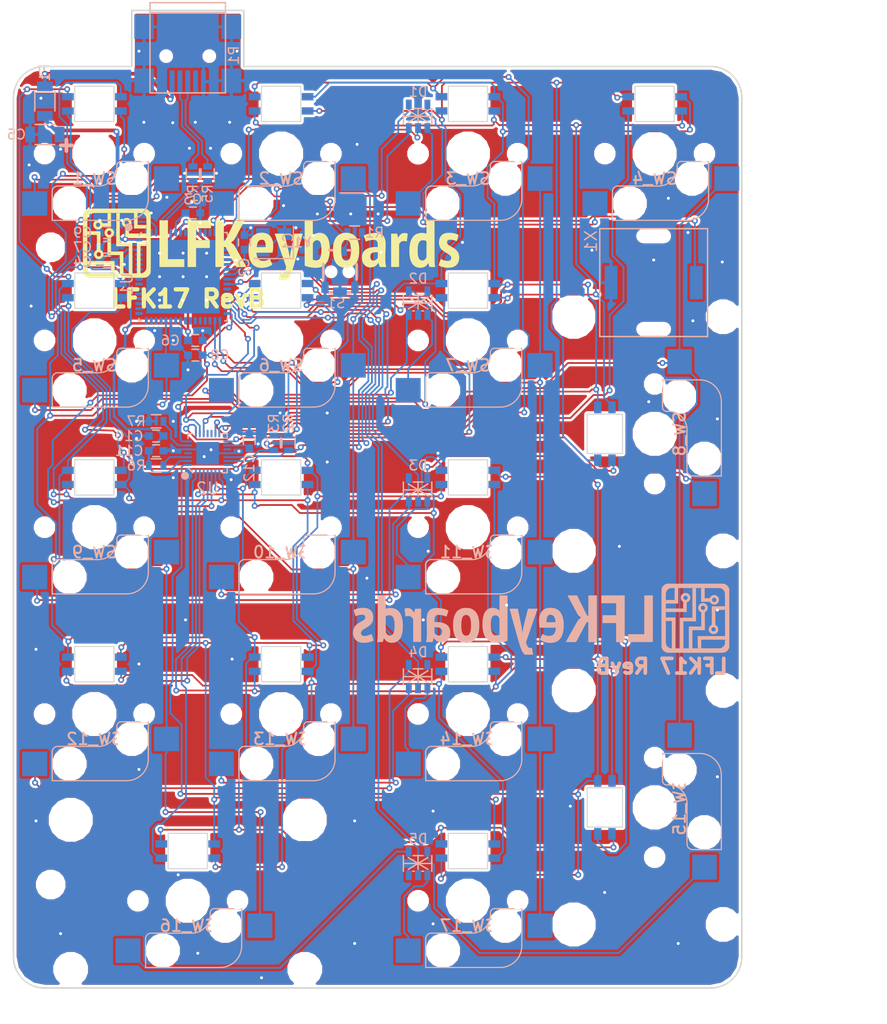
<source format=kicad_pcb>
(kicad_pcb (version 4) (host pcbnew 4.0.6)
  (layers (0 F.Cu signal) (31 B.Cu signal) (34 B.Paste user hide) (35 F.Paste user hide) (36 B.SilkS user hide) (37 F.SilkS user hide) (38 B.Mask user hide) (39 F.Mask user hide) (44 Edge.Cuts user))
  (net 0 "")
  (net 1 Matrix-SW_4-D1-5)
  (net 2 Matrix-SW_2-D1-3)
  (net 3 Matrix-SW_6-D2-3)
  (net 4 Matrix-SW_10-D3-3)
  (net 5 Matrix-SW_13-D4-3)
  (net 6 L0_2)
  (net 7 L0_4)
  (net 8 L0_1)
  (net 9 L0_3)
  (net 10 L0_5)
  (net 11 L0_6)
  (net 12 L0_7)
  (net 13 L0_8)
  (net 14 L0_9)
  (net 15 L1_2)
  (net 16 L1_4)
  (net 17 L1_1)
  (net 18 L1_3)
  (net 19 N$1)
  (net 20 N$2)
  (net 21 N$8)
  (net 22 N$9)
  (net 23 +5v)
  (net 24 VBUS)
  (net 25 USB-)
  (net 26 USB+)
  (net 27 N$24)
  (net 28 N$25)
  (net 29 RESET)
  (net 30 AUDIO)
  (net 31 LED_SCL)
  (net 32 LED_SDA)
  (net 33 D-)
  (net 34 D+)
  (net 35 L1_5)
  (net 36 L1_6)
  (net 37 L1_7)
  (net 38 L1_8)
  (net 39 L1_9)
  (net 40 GND)
  (net 41 Matrix-SW_3-D1-1)
  (net 42 Matrix-SW_1-D1-4)
  (net 43 Matrix-SW_7-D2-1)
  (net 44 Matrix-SW_5-D2-4)
  (net 45 Matrix-SW_8-D3-5)
  (net 46 Matrix-SW_11-D3-1)
  (net 47 Matrix-SW_9-D3-4)
  (net 48 Matrix-SW_14-D4-1)
  (net 49 Matrix-SW_12-D4-4)
  (net 50 Matrix-SW_15-D5-5)
  (net 51 Matrix-SW_17-D5-1)
  (net 52 Matrix-SW_16-D5-4)
  (net 53 N$23)
  (net 54 PC3)
  (net 55 PC4)
  (net 56 PC5)
  (net 57 PE5)
  (net 58 PE4)
  (net 59 PE6)
  (net 60 PE7)
  (net 61 PE3)
  (net 62 PB0)
  (net 63 PB4)
  (net 64 PB6)
  (net 65 PC0)
  (net 66 PC1)
  (net 67 PC2)
  (net 68 PC7)
  (net 69 PA6)
  (net 70 PA5)
  (net 71 PA4)
  (net 72 PA3)
  (net 73 PA2)
  (net 74 PA1)
  (net 75 PA0)
  (net 76 PF7)
  (net 77 PF6)
  (net 78 PF5)
  (net 79 PF4)
  (net 80 PF3)
  (net 81 PF2)
  (net 82 PF1)
  (net 83 PF0)
  (net 84 Row1)
  (net 85 Row2)
  (net 86 Row3)
  (net 87 Row4)
  (net 88 Row5)
  (net 89 Col1)
  (net 90 Col2)
  (net 91 Col3)
  (net 92 Col4)
  (net 93 PC6)
  (net 94 N$28)
  (net 95 N$26)
  (net 96 N$27)
  (net 97 PD2)
  (module Keyboard:GNDVia-wRing (layer F.Cu) (at 61.15 74.05)
    (fp_text reference REF** hide)
    (fp_text value "GND Via" hide)
    (pad GND thru_hole circle (at 0 0) (size 0.6 0.6) (drill 0.3) (layers *.Cu) (net 40 GND))
  )
  (module Keyboard:GNDVia-wRing (layer F.Cu) (at 65.2 55.2)
    (fp_text reference REF** hide)
    (fp_text value "GND Via" hide)
    (pad GND thru_hole circle (at 0 0) (size 0.6 0.6) (drill 0.3) (layers *.Cu) (net 40 GND))
  )
  (module Keyboard:GNDVia-wRing (layer F.Cu) (at 65 52)
    (fp_text reference REF** hide)
    (fp_text value "GND Via" hide)
    (pad GND thru_hole circle (at 0 0) (size 0.6 0.6) (drill 0.3) (layers *.Cu) (net 40 GND))
  )
  (module Keyboard:GNDVia-wRing (layer F.Cu) (at 66.8 52.8)
    (fp_text reference REF** hide)
    (fp_text value "GND Via" hide)
    (pad GND thru_hole circle (at 0 0) (size 0.6 0.6) (drill 0.3) (layers *.Cu) (net 40 GND))
  )
  (module Keyboard:GNDVia-wRing (layer F.Cu) (at 60.4 52)
    (fp_text reference REF** hide)
    (fp_text value "GND Via" hide)
    (pad GND thru_hole circle (at 0 0) (size 0.6 0.6) (drill 0.3) (layers *.Cu) (net 40 GND))
  )
  (module Keyboard:GNDVia-wRing (layer F.Cu) (at 39 38.8)
    (fp_text reference REF** hide)
    (fp_text value "GND Via" hide)
    (pad GND thru_hole circle (at 0 0) (size 0.6 0.6) (drill 0.3) (layers *.Cu) (net 40 GND))
  )
  (module Keyboard:GNDVia-wRing (layer F.Cu) (at 41 44)
    (fp_text reference REF** hide)
    (fp_text value "GND Via" hide)
    (pad GND thru_hole circle (at 0 0) (size 0.6 0.6) (drill 0.3) (layers *.Cu) (net 40 GND))
  )
  (module Keyboard:GNDVia-wRing (layer F.Cu) (at 37.8 45.6)
    (fp_text reference REF** hide)
    (fp_text value "GND Via" hide)
    (pad GND thru_hole circle (at 0 0) (size 0.6 0.6) (drill 0.3) (layers *.Cu) (net 40 GND))
  )
  (module Keyboard:GNDVia-wRing (layer F.Cu) (at 95.2 54.3)
    (fp_text reference REF** hide)
    (fp_text value "GND Via" hide)
    (pad GND thru_hole circle (at 0 0) (size 0.6 0.6) (drill 0.3) (layers *.Cu) (net 40 GND))
  )
  (module Keyboard:GNDVia-wRing (layer F.Cu) (at 58.4 77.7)
    (fp_text reference REF** hide)
    (fp_text value "GND Via" hide)
    (pad GND thru_hole circle (at 0 0) (size 0.6 0.6) (drill 0.3) (layers *.Cu) (net 40 GND))
  )
  (module Keyboard:GNDVia-wRing (layer F.Cu) (at 68.2 75.9)
    (fp_text reference REF** hide)
    (fp_text value "GND Via" hide)
    (pad GND thru_hole circle (at 0 0) (size 0.6 0.6) (drill 0.3) (layers *.Cu) (net 40 GND))
  )
  (module Keyboard:GNDVia-wRing (layer F.Cu) (at 68.2 70.9)
    (fp_text reference REF** hide)
    (fp_text value "GND Via" hide)
    (pad GND thru_hole circle (at 0 0) (size 0.6 0.6) (drill 0.3) (layers *.Cu) (net 40 GND))
  )
  (module Keyboard:GNDVia-wRing (layer F.Cu) (at 63.4 70.9)
    (fp_text reference REF** hide)
    (fp_text value "GND Via" hide)
    (pad GND thru_hole circle (at 0 0) (size 0.6 0.6) (drill 0.3) (layers *.Cu) (net 40 GND))
  )
  (module Keyboard:GNDVia-wRing (layer F.Cu) (at 59.2 74.8)
    (fp_text reference REF** hide)
    (fp_text value "GND Via" hide)
    (pad GND thru_hole circle (at 0 0) (size 0.6 0.6) (drill 0.3) (layers *.Cu) (net 40 GND))
  )
  (module Keyboard:GNDVia-wRing (layer F.Cu) (at 96.5 119.8)
    (fp_text reference REF** hide)
    (fp_text value "GND Via" hide)
    (pad GND thru_hole circle (at 0 0) (size 0.6 0.6) (drill 0.3) (layers *.Cu) (net 40 GND))
  )
  (module Keyboard:GNDVia-wRing (layer F.Cu) (at 70.6 50.6)
    (fp_text reference REF** hide)
    (fp_text value "GND Via" hide)
    (pad GND thru_hole circle (at 0 0) (size 0.6 0.6) (drill 0.3) (layers *.Cu) (net 40 GND))
  )
  (module Keyboard:GNDVia-wRing (layer F.Cu) (at 67.2 50.6)
    (fp_text reference REF** hide)
    (fp_text value "GND Via" hide)
    (pad GND thru_hole circle (at 0 0) (size 0.6 0.6) (drill 0.3) (layers *.Cu) (net 40 GND))
  )
  (module Keyboard:GNDVia-wRing (layer F.Cu) (at 73.4 50.6)
    (fp_text reference REF** hide)
    (fp_text value "GND Via" hide)
    (pad GND thru_hole circle (at 0 0) (size 0.6 0.6) (drill 0.3) (layers *.Cu) (net 40 GND))
  )
  (module Keyboard:GNDVia-wRing (layer F.Cu) (at 50.6 62.5)
    (fp_text reference REF** hide)
    (fp_text value "GND Via" hide)
    (pad GND thru_hole circle (at 0 0) (size 0.6 0.6) (drill 0.3) (layers *.Cu) (net 40 GND))
  )
  (module Keyboard:GNDVia-wRing (layer F.Cu) (at 45 47.5)
    (fp_text reference REF** hide)
    (fp_text value "GND Via" hide)
    (pad GND thru_hole circle (at 0 0) (size 0.6 0.6) (drill 0.3) (layers *.Cu) (net 40 GND))
  )
  (module Keyboard:GNDVia-wRing (layer F.Cu) (at 101 69.75)
    (fp_text reference REF** hide)
    (fp_text value "GND Via" hide)
    (pad GND thru_hole circle (at 0 0) (size 0.6 0.6) (drill 0.3) (layers *.Cu) (net 40 GND))
  )
  (module Keyboard:GNDVia-wRing (layer F.Cu) (at 71.25 43.5)
    (fp_text reference REF** hide)
    (fp_text value "GND Via" hide)
    (pad GND thru_hole circle (at 0 0) (size 0.6 0.6) (drill 0.3) (layers *.Cu) (net 40 GND))
  )
  (module Keyboard:GNDVia-wRing (layer F.Cu) (at 72.25 87.75)
    (fp_text reference REF** hide)
    (fp_text value "GND Via" hide)
    (pad GND thru_hole circle (at 0 0) (size 0.6 0.6) (drill 0.3) (layers *.Cu) (net 40 GND))
  )
  (module Keyboard:GNDVia-wRing (layer F.Cu) (at 49 107.25)
    (fp_text reference REF** hide)
    (fp_text value "GND Via" hide)
    (pad GND thru_hole circle (at 0 0) (size 0.6 0.6) (drill 0.3) (layers *.Cu) (net 40 GND))
  )
  (module Keyboard:GNDVia-wRing (layer F.Cu) (at 49 96.5)
    (fp_text reference REF** hide)
    (fp_text value "GND Via" hide)
    (pad GND thru_hole circle (at 0 0) (size 0.6 0.6) (drill 0.3) (layers *.Cu) (net 40 GND))
  )
  (module Keyboard:GNDVia-wRing (layer F.Cu) (at 86.5 90.5)
    (fp_text reference REF** hide)
    (fp_text value "GND Via" hide)
    (pad GND thru_hole circle (at 0 0) (size 0.6 0.6) (drill 0.3) (layers *.Cu) (net 40 GND))
  )
  (module Keyboard:GNDVia-wRing (layer F.Cu) (at 98 84.5)
    (fp_text reference REF** hide)
    (fp_text value "GND Via" hide)
    (pad GND thru_hole circle (at 0 0) (size 0.6 0.6) (drill 0.3) (layers *.Cu) (net 40 GND))
  )
  (module Keyboard:GNDVia-wRing (layer F.Cu) (at 82 53.5)
    (fp_text reference REF** hide)
    (fp_text value "GND Via" hide)
    (pad GND thru_hole circle (at 0 0) (size 0.6 0.6) (drill 0.3) (layers *.Cu) (net 40 GND))
  )
  (module Keyboard:GNDVia-wRing (layer F.Cu) (at 79.5 75)
    (fp_text reference REF** hide)
    (fp_text value "GND Via" hide)
    (pad GND thru_hole circle (at 0 0) (size 0.6 0.6) (drill 0.3) (layers *.Cu) (net 40 GND))
  )
  (module Keyboard:GNDVia-wRing (layer F.Cu) (at 78 92)
    (fp_text reference REF** hide)
    (fp_text value "GND Via" hide)
    (pad GND thru_hole circle (at 0 0) (size 0.6 0.6) (drill 0.3) (layers *.Cu) (net 40 GND))
  )
  (module Keyboard:GNDVia-wRing (layer F.Cu) (at 78.5 85)
    (fp_text reference REF** hide)
    (fp_text value "GND Via" hide)
    (pad GND thru_hole circle (at 0 0) (size 0.6 0.6) (drill 0.3) (layers *.Cu) (net 40 GND))
  )
  (module Keyboard:GNDVia-wRing (layer F.Cu) (at 79 111.5)
    (fp_text reference REF** hide)
    (fp_text value "GND Via" hide)
    (pad GND thru_hole circle (at 0 0) (size 0.6 0.6) (drill 0.3) (layers *.Cu) (net 40 GND))
  )
  (module Keyboard:GNDVia-wRing (layer F.Cu) (at 93 111)
    (fp_text reference REF** hide)
    (fp_text value "GND Via" hide)
    (pad GND thru_hole circle (at 0 0) (size 0.6 0.6) (drill 0.3) (layers *.Cu) (net 40 GND))
  )
  (module Keyboard:GNDVia-wRing (layer F.Cu) (at 108 108)
    (fp_text reference REF** hide)
    (fp_text value "GND Via" hide)
    (pad GND thru_hole circle (at 0 0) (size 0.6 0.6) (drill 0.3) (layers *.Cu) (net 40 GND))
  )
  (module Keyboard:GNDVia-wRing (layer F.Cu) (at 108 91)
    (fp_text reference REF** hide)
    (fp_text value "GND Via" hide)
    (pad GND thru_hole circle (at 0 0) (size 0.6 0.6) (drill 0.3) (layers *.Cu) (net 40 GND))
  )
  (module Keyboard:GNDVia-wRing (layer F.Cu) (at 108 71.5)
    (fp_text reference REF** hide)
    (fp_text value "GND Via" hide)
    (pad GND thru_hole circle (at 0 0) (size 0.6 0.6) (drill 0.3) (layers *.Cu) (net 40 GND))
  )
  (module Keyboard:GNDVia-wRing (layer F.Cu) (at 105 52.5)
    (fp_text reference REF** hide)
    (fp_text value "GND Via" hide)
    (pad GND thru_hole circle (at 0 0) (size 0.6 0.6) (drill 0.3) (layers *.Cu) (net 40 GND))
  )
  (module Keyboard:GNDVia-wRing (layer F.Cu) (at 105.5 61.5)
    (fp_text reference REF** hide)
    (fp_text value "GND Via" hide)
    (pad GND thru_hole circle (at 0 0) (size 0.6 0.6) (drill 0.3) (layers *.Cu) (net 40 GND))
  )
  (module Keyboard:GNDVia-wRing (layer F.Cu) (at 103 49)
    (fp_text reference REF** hide)
    (fp_text value "GND Via" hide)
    (pad GND thru_hole circle (at 0 0) (size 0.6 0.6) (drill 0.3) (layers *.Cu) (net 40 GND))
  )
  (module Keyboard:GNDVia-wRing (layer F.Cu) (at 108.5 55.5)
    (fp_text reference REF** hide)
    (fp_text value "GND Via" hide)
    (pad GND thru_hole circle (at 0 0) (size 0.6 0.6) (drill 0.3) (layers *.Cu) (net 40 GND))
  )
  (module Keyboard:GNDVia-wRing (layer F.Cu) (at 38 60)
    (fp_text reference REF** hide)
    (fp_text value "GND Via" hide)
    (pad GND thru_hole circle (at 0 0) (size 0.6 0.6) (drill 0.3) (layers *.Cu) (net 40 GND))
  )
  (module Keyboard:GNDVia-wRing (layer F.Cu) (at 38.5 95)
    (fp_text reference REF** hide)
    (fp_text value "GND Via" hide)
    (pad GND thru_hole circle (at 0 0) (size 0.6 0.6) (drill 0.3) (layers *.Cu) (net 40 GND))
  )
  (module Keyboard:GNDVia-wRing (layer F.Cu) (at 38.5 112.5)
    (fp_text reference REF** hide)
    (fp_text value "GND Via" hide)
    (pad GND thru_hole circle (at 0 0) (size 0.6 0.6) (drill 0.3) (layers *.Cu) (net 40 GND))
  )
  (module Keyboard:GNDVia-wRing (layer F.Cu) (at 58.5 96)
    (fp_text reference REF** hide)
    (fp_text value "GND Via" hide)
    (pad GND thru_hole circle (at 0 0) (size 0.6 0.6) (drill 0.3) (layers *.Cu) (net 40 GND))
  )
  (module Keyboard:GNDVia-wRing (layer F.Cu) (at 71 112.5)
    (fp_text reference REF** hide)
    (fp_text value "GND Via" hide)
    (pad GND thru_hole circle (at 0 0) (size 0.6 0.6) (drill 0.3) (layers *.Cu) (net 40 GND))
  )
  (module Keyboard:GNDVia-wRing (layer F.Cu) (at 53 118)
    (fp_text reference REF** hide)
    (fp_text value "GND Via" hide)
    (pad GND thru_hole circle (at 0 0) (size 0.6 0.6) (drill 0.3) (layers *.Cu) (net 40 GND))
  )
  (module Keyboard:GNDVia-wRing (layer F.Cu) (at 61.5 128.5)
    (fp_text reference REF** hide)
    (fp_text value "GND Via" hide)
    (pad GND thru_hole circle (at 0 0) (size 0.6 0.6) (drill 0.3) (layers *.Cu) (net 40 GND))
  )
  (module Keyboard:GNDVia-wRing (layer F.Cu) (at 41 124)
    (fp_text reference REF** hide)
    (fp_text value "GND Via" hide)
    (pad GND thru_hole circle (at 0 0) (size 0.6 0.6) (drill 0.3) (layers *.Cu) (net 40 GND))
  )
  (module Keyboard:GNDVia-wRing (layer F.Cu) (at 55 126)
    (fp_text reference REF** hide)
    (fp_text value "GND Via" hide)
    (pad GND thru_hole circle (at 0 0) (size 0.6 0.6) (drill 0.3) (layers *.Cu) (net 40 GND))
  )
  (module Keyboard:GNDVia-wRing (layer F.Cu) (at 71 125)
    (fp_text reference REF** hide)
    (fp_text value "GND Via" hide)
    (pad GND thru_hole circle (at 0 0) (size 0.6 0.6) (drill 0.3) (layers *.Cu) (net 40 GND))
  )
  (module Keyboard:GNDVia-wRing (layer F.Cu) (at 79 123)
    (fp_text reference REF** hide)
    (fp_text value "GND Via" hide)
    (pad GND thru_hole circle (at 0 0) (size 0.6 0.6) (drill 0.3) (layers *.Cu) (net 40 GND))
  )
  (module Keyboard:GNDVia-wRing (layer F.Cu) (at 104 125)
    (fp_text reference REF** hide)
    (fp_text value "GND Via" hide)
    (pad GND thru_hole circle (at 0 0) (size 0.6 0.6) (drill 0.3) (layers *.Cu) (net 40 GND))
  )
  (module Keyboard:GNDVia-wRing (layer F.Cu) (at 59 34)
    (fp_text reference REF** hide)
    (fp_text value "GND Via" hide)
    (pad GND thru_hole circle (at 0 0) (size 0.6 0.6) (drill 0.3) (layers *.Cu) (net 40 GND))
  )
  (module Keyboard:GNDVia-wRing (layer F.Cu) (at 49 34)
    (fp_text reference REF** hide)
    (fp_text value "GND Via" hide)
    (pad GND thru_hole circle (at 0 0) (size 0.6 0.6) (drill 0.3) (layers *.Cu) (net 40 GND))
  )
  (module Keyboard:LFKeyboards_logo_8mm (layer B.Cu) (at 109.25 91.75 180)
    (fp_text reference Logo hide)
    (fp_text value Logo hide)
  )
  (module Mounting_Holes:MountingHole_2.5mm (layer F.Cu) (at 40 119)
    (fp_text reference REF** hide)
    (fp_text value MountingHole_2.5mm hide)
    (pad "" np_thru_hole circle (at 0 0) (size 2.52 2.52) (drill 2.52) (layers *.Cu *.Paste *.Mask))
  )
  (module Mounting_Holes:MountingHole_2.5mm (layer F.Cu) (at 40 54)
    (fp_text reference REF** hide)
    (fp_text value MountingHole_2.5mm hide)
    (pad "" np_thru_hole circle (at 0 0) (size 2.52 2.52) (drill 2.52) (layers *.Cu *.Paste *.Mask))
  )
  (module Keyboard:GNDVia-wRing (layer F.Cu) (at 101.5 55.3)
    (fp_text reference REF** hide)
    (fp_text value "GND Via" hide)
    (pad GND thru_hole circle (at 0 0) (size 0.6 0.6) (drill 0.3) (layers *.Cu) (net 40 GND))
  )
  (module Keyboard:GNDVia-wRing (layer F.Cu) (at 73.7 54.5)
    (fp_text reference REF** hide)
    (fp_text value "GND Via" hide)
    (pad GND thru_hole circle (at 0 0) (size 0.6 0.6) (drill 0.3) (layers *.Cu) (net 40 GND))
  )
  (module Keyboard:GNDVia-wRing (layer F.Cu) (at 63.75 49.75)
    (fp_text reference REF** hide)
    (fp_text value "GND Via" hide)
    (pad GND thru_hole circle (at 0 0) (size 0.6 0.6) (drill 0.3) (layers *.Cu) (net 40 GND))
  )
  (module Keyboard:GNDVia-wRing (layer F.Cu) (at 58.25 41.25)
    (fp_text reference REF** hide)
    (fp_text value "GND Via" hide)
    (pad GND thru_hole circle (at 0 0) (size 0.6 0.6) (drill 0.3) (layers *.Cu) (net 40 GND))
  )
  (module Keyboard:GNDVia-wRing (layer F.Cu) (at 49.5 41.25)
    (fp_text reference REF** hide)
    (fp_text value "GND Via" hide)
    (pad GND thru_hole circle (at 0 0) (size 0.6 0.6) (drill 0.3) (layers *.Cu) (net 40 GND))
  )
  (module Keyboard:GNDVia-wRing (layer F.Cu) (at 55.25 51.5)
    (fp_text reference REF** hide)
    (fp_text value "GND Via" hide)
    (pad GND thru_hole circle (at 0 0) (size 0.6 0.6) (drill 0.3) (layers *.Cu) (net 40 GND))
  )
  (module Keyboard:GNDVia-wRing (layer F.Cu) (at 47.25 51.25)
    (fp_text reference REF** hide)
    (fp_text value "GND Via" hide)
    (pad GND thru_hole circle (at 0 0) (size 0.6 0.6) (drill 0.3) (layers *.Cu) (net 40 GND))
  )
  (module Keyboard:GNDVia-wRing (layer F.Cu) (at 45 51.25)
    (fp_text reference REF** hide)
    (fp_text value "GND Via" hide)
    (pad GND thru_hole circle (at 0 0) (size 0.6 0.6) (drill 0.3) (layers *.Cu) (net 40 GND))
  )
  (module Keyboard:GNDVia-wRing (layer F.Cu) (at 47.5 55.75)
    (fp_text reference REF** hide)
    (fp_text value "GND Via" hide)
    (pad GND thru_hole circle (at 0 0) (size 0.6 0.6) (drill 0.3) (layers *.Cu) (net 40 GND))
  )
  (module Keyboard:GNDVia-wRing (layer F.Cu) (at 44 54.75)
    (fp_text reference REF** hide)
    (fp_text value "GND Via" hide)
    (pad GND thru_hole circle (at 0 0) (size 0.6 0.6) (drill 0.3) (layers *.Cu) (net 40 GND))
  )
  (module Keyboard:GNDVia-wRing (layer F.Cu) (at 54 66.5)
    (fp_text reference REF** hide)
    (fp_text value "GND Via" hide)
    (pad GND thru_hole circle (at 0 0) (size 0.6 0.6) (drill 0.3) (layers *.Cu) (net 40 GND))
  )
  (module Keyboard:GNDVia-wRing (layer F.Cu) (at 55.5 62.5)
    (fp_text reference REF** hide)
    (fp_text value "GND Via" hide)
    (pad GND thru_hole circle (at 0 0) (size 0.6 0.6) (drill 0.3) (layers *.Cu) (net 40 GND))
  )
  (module Keyboard:GNDVia-wRing (layer F.Cu) (at 52.5 63.5)
    (fp_text reference REF** hide)
    (fp_text value "GND Via" hide)
    (pad GND thru_hole circle (at 0 0) (size 0.6 0.6) (drill 0.3) (layers *.Cu) (net 40 GND))
  )
  (module Keyboard:GNDVia-wRing (layer F.Cu) (at 52.5 71.75)
    (fp_text reference REF** hide)
    (fp_text value "GND Via" hide)
    (pad GND thru_hole circle (at 0 0) (size 0.6 0.6) (drill 0.3) (layers *.Cu) (net 40 GND))
  )
  (module Keyboard:GNDVia-wRing (layer F.Cu) (at 53.75 92)
    (fp_text reference REF** hide)
    (fp_text value "GND Via" hide)
    (pad GND thru_hole circle (at 0 0) (size 0.6 0.6) (drill 0.3) (layers *.Cu) (net 40 GND))
  )
  (module Keyboard:GNDVia-wRing (layer F.Cu) (at 52.5 74.75)
    (fp_text reference REF** hide)
    (fp_text value "GND Via" hide)
    (pad GND thru_hole circle (at 0 0) (size 0.6 0.6) (drill 0.3) (layers *.Cu) (net 40 GND))
  )
  (module Keyboard:GNDVia-wRing (layer F.Cu) (at 52.5 77.5)
    (fp_text reference REF** hide)
    (fp_text value "GND Via" hide)
    (pad GND thru_hole circle (at 0 0) (size 0.6 0.6) (drill 0.3) (layers *.Cu) (net 40 GND))
  )
  (module Keyboard:GNDVia-wRing (layer F.Cu) (at 48.75 73.5)
    (fp_text reference REF** hide)
    (fp_text value "GND Via" hide)
    (pad GND thru_hole circle (at 0 0) (size 0.6 0.6) (drill 0.3) (layers *.Cu) (net 40 GND))
  )
  (module Keyboard:GNDVia-wRing (layer F.Cu) (at 48.75 71.75)
    (fp_text reference REF** hide)
    (fp_text value "GND Via" hide)
    (pad GND thru_hole circle (at 0 0) (size 0.6 0.6) (drill 0.3) (layers *.Cu) (net 40 GND))
  )
  (module Keyboard:GNDVia-wRing (layer F.Cu) (at 56.3 43.9)
    (fp_text reference REF** hide)
    (fp_text value "GND Via" hide)
    (pad GND thru_hole circle (at 0 0) (size 0.6 0.6) (drill 0.3) (layers *.Cu) (net 40 GND))
  )
  (module Keyboard:GNDVia-wRing (layer F.Cu) (at 54.15 43.9)
    (fp_text reference REF** hide)
    (fp_text value "GND Via" hide)
    (pad GND thru_hole circle (at 0 0) (size 0.6 0.6) (drill 0.3) (layers *.Cu) (net 40 GND))
  )
  (module Keyboard:GNDVia-wRing (layer F.Cu) (at 52.45 41.3)
    (fp_text reference REF** hide)
    (fp_text value "GND Via" hide)
    (pad GND thru_hole circle (at 0 0) (size 0.6 0.6) (drill 0.3) (layers *.Cu) (net 40 GND))
  )
  (module Keyboard:GNDVia-wRing (layer F.Cu) (at 54.75 41.25)
    (fp_text reference REF** hide)
    (fp_text value "GND Via" hide)
    (pad GND thru_hole circle (at 0 0) (size 0.6 0.6) (drill 0.3) (layers *.Cu) (net 40 GND))
  )
  (module Keyboard:GNDVia-wRing (layer F.Cu) (at 54.4 49.4)
    (fp_text reference REF** hide)
    (fp_text value "GND Via" hide)
    (pad GND thru_hole circle (at 0 0) (size 0.6 0.6) (drill 0.3) (layers *.Cu) (net 40 GND))
  )
  (module Keyboard:GNDVia-wRing (layer F.Cu) (at 56.9 46.45)
    (fp_text reference REF** hide)
    (fp_text value "GND Via" hide)
    (pad GND thru_hole circle (at 0 0) (size 0.6 0.6) (drill 0.3) (layers *.Cu) (net 40 GND))
  )
  (module Keyboard:GNDVia-wRing (layer F.Cu) (at 53.65 46.45)
    (fp_text reference REF** hide)
    (fp_text value "GND Via" hide)
    (pad GND thru_hole circle (at 0 0) (size 0.6 0.6) (drill 0.3) (layers *.Cu) (net 40 GND))
  )
  (module Keyboard:GNDVia-wRing (layer F.Cu) (at 51.85 48.9)
    (fp_text reference REF** hide)
    (fp_text value "GND Via" hide)
    (pad GND thru_hole circle (at 0 0) (size 0.6 0.6) (drill 0.3) (layers *.Cu) (net 40 GND))
  )
  (module Keyboard:GNDVia-wRing (layer F.Cu) (at 50.25 50.5)
    (fp_text reference REF** hide)
    (fp_text value "GND Via" hide)
    (pad GND thru_hole circle (at 0 0) (size 0.6 0.6) (drill 0.3) (layers *.Cu) (net 40 GND))
  )
  (module Keyboard:GNDVia-wRing (layer F.Cu) (at 56.35 74.65)
    (fp_text reference REF** hide)
    (fp_text value "GND Via" hide)
    (pad GND thru_hole circle (at 0 0) (size 0.6 0.6) (drill 0.3) (layers *.Cu) (net 40 GND))
  )
  (module Keyboard:GNDVia-wRing (layer F.Cu) (at 55.65 75.35)
    (fp_text reference REF** hide)
    (fp_text value "GND Via" hide)
    (pad GND thru_hole circle (at 0 0) (size 0.6 0.6) (drill 0.3) (layers *.Cu) (net 40 GND))
  )
  (module Keyboard:GNDVia-wRing (layer F.Cu) (at 53.5 59.4)
    (fp_text reference REF** hide)
    (fp_text value "GND Via" hide)
    (pad GND thru_hole circle (at 0 0) (size 0.6 0.6) (drill 0.3) (layers *.Cu) (net 40 GND))
  )
  (module Keyboard:GNDVia-wRing (layer F.Cu) (at 53.5 54.6)
    (fp_text reference REF** hide)
    (fp_text value "GND Via" hide)
    (pad GND thru_hole circle (at 0 0) (size 0.6 0.6) (drill 0.3) (layers *.Cu) (net 40 GND))
  )
  (module Keyboard:GNDVia-wRing (layer F.Cu) (at 53.5 57)
    (fp_text reference REF** hide)
    (fp_text value "GND Via" hide)
    (pad GND thru_hole circle (at 0 0) (size 0.6 0.6) (drill 0.3) (layers *.Cu) (net 40 GND))
  )
  (module Keyboard:GNDVia-wRing (layer F.Cu) (at 55.9 57)
    (fp_text reference REF** hide)
    (fp_text value "GND Via" hide)
    (pad GND thru_hole circle (at 0 0) (size 0.6 0.6) (drill 0.3) (layers *.Cu) (net 40 GND))
  )
  (module Keyboard:GNDVia-wRing (layer F.Cu) (at 51.1 57)
    (fp_text reference REF** hide)
    (fp_text value "GND Via" hide)
    (pad GND thru_hole circle (at 0 0) (size 0.6 0.6) (drill 0.3) (layers *.Cu) (net 40 GND))
  )
  (module Keyboard:GNDVia-wRing (layer F.Cu) (at 51.1 59.4)
    (fp_text reference REF** hide)
    (fp_text value "GND Via" hide)
    (pad GND thru_hole circle (at 0 0) (size 0.6 0.6) (drill 0.3) (layers *.Cu) (net 40 GND))
  )
  (module Keyboard:GNDVia-wRing (layer F.Cu) (at 55.9 59.4)
    (fp_text reference REF** hide)
    (fp_text value "GND Via" hide)
    (pad GND thru_hole circle (at 0 0) (size 0.6 0.6) (drill 0.3) (layers *.Cu) (net 40 GND))
  )
  (module Keyboard:GNDVia-wRing (layer F.Cu) (at 55.9 54.6)
    (fp_text reference REF** hide)
    (fp_text value "GND Via" hide)
    (pad GND thru_hole circle (at 0 0) (size 0.6 0.6) (drill 0.3) (layers *.Cu) (net 40 GND))
  )
  (module SC-74A (layer F.Cu) (at 77.47 59.69 180)
    (fp_text reference D2 (at 0 2.5 180) (layer B.SilkS) (effects (justify mirror)))
    (fp_text value 1SS309 hide)
    (pad 5 smd rect (at -0.95 1.2 180) (size 0.6 1) (layers B.Cu B.Paste B.Mask))
    (pad 1 smd rect (at -0.95 -1.2 180) (size 0.6 1) (layers B.Cu B.Paste B.Mask) (net 43 Matrix-SW_7-D2-1))
    (pad 2 smd rect (at 0 -1.2 180) (size 0.6 1) (layers B.Cu B.Paste B.Mask) (net 85 Row2))
    (pad 4 smd rect (at 0.95 1.2 180) (size 0.6 1) (layers B.Cu B.Paste B.Mask) (net 44 Matrix-SW_5-D2-4))
    (pad 3 smd rect (at 0.95 -1.2 180) (size 0.6 1) (layers B.Cu B.Paste B.Mask) (net 3 Matrix-SW_6-D2-3))
  )
  (module Keyboard:CHERRY_PCB_200_STABILIZER (layer F.Cu) (at 53.975 120.65 90)
    (fp_text reference STA hide)
    (fp_text value Stabilizer hide)
    (pad HOLE np_thru_hole circle (at -6.985 11.938 180) (size 3.048 3.048) (drill 3.048) (layers *.Cu))
    (pad HOLE np_thru_hole circle (at -6.985 -11.938 180) (size 3.048 3.048) (drill 3.048) (layers *.Cu))
    (pad HOLE np_thru_hole circle (at 8.255 11.938 180) (size 3.9878 3.9878) (drill 3.9878) (layers *.Cu))
    (pad HOLE np_thru_hole circle (at 8.255 -11.938 180) (size 3.9878 3.9878) (drill 3.9878) (layers *.Cu))
  )
  (module Keyboard:CHERRY_PCB_200_STABILIZER (layer F.Cu) (at 101.6 111.125 180)
    (fp_text reference STA hide)
    (fp_text value Stabilizer hide)
    (pad HOLE np_thru_hole circle (at -6.985 11.938 270) (size 3.048 3.048) (drill 3.048) (layers *.Cu))
    (pad HOLE np_thru_hole circle (at -6.985 -11.938 270) (size 3.048 3.048) (drill 3.048) (layers *.Cu))
    (pad HOLE np_thru_hole circle (at 8.255 11.938 270) (size 3.9878 3.9878) (drill 3.9878) (layers *.Cu))
    (pad HOLE np_thru_hole circle (at 8.255 -11.938 270) (size 3.9878 3.9878) (drill 3.9878) (layers *.Cu))
  )
  (module SC-74A (layer F.Cu) (at 77.47 40.64 180)
    (fp_text reference D1 (at 0 2.5 180) (layer B.SilkS) (effects (justify mirror)))
    (fp_text value 1SS309 hide)
    (pad 5 smd rect (at -0.95 1.2 180) (size 0.6 1) (layers B.Cu B.Paste B.Mask) (net 1 Matrix-SW_4-D1-5))
    (pad 1 smd rect (at -0.95 -1.2 180) (size 0.6 1) (layers B.Cu B.Paste B.Mask) (net 41 Matrix-SW_3-D1-1))
    (pad 2 smd rect (at 0 -1.2 180) (size 0.6 1) (layers B.Cu B.Paste B.Mask) (net 84 Row1))
    (pad 4 smd rect (at 0.95 1.2 180) (size 0.6 1) (layers B.Cu B.Paste B.Mask) (net 42 Matrix-SW_1-D1-4))
    (pad 3 smd rect (at 0.95 -1.2 180) (size 0.6 1) (layers B.Cu B.Paste B.Mask) (net 2 Matrix-SW_2-D1-3))
  )
  (module SC-74A (layer F.Cu) (at 77.47 78.74 180)
    (fp_text reference D3 (at 0 2.5 180) (layer B.SilkS) (effects (justify mirror)))
    (fp_text value 1SS309 hide)
    (pad 5 smd rect (at -0.95 1.2 180) (size 0.6 1) (layers B.Cu B.Paste B.Mask) (net 45 Matrix-SW_8-D3-5))
    (pad 1 smd rect (at -0.95 -1.2 180) (size 0.6 1) (layers B.Cu B.Paste B.Mask) (net 46 Matrix-SW_11-D3-1))
    (pad 2 smd rect (at 0 -1.2 180) (size 0.6 1) (layers B.Cu B.Paste B.Mask) (net 86 Row3))
    (pad 4 smd rect (at 0.95 1.2 180) (size 0.6 1) (layers B.Cu B.Paste B.Mask) (net 47 Matrix-SW_9-D3-4))
    (pad 3 smd rect (at 0.95 -1.2 180) (size 0.6 1) (layers B.Cu B.Paste B.Mask) (net 4 Matrix-SW_10-D3-3))
  )
  (module SC-74A (layer F.Cu) (at 77.47 97.79 180)
    (fp_text reference D4 (at 0 2.5 180) (layer B.SilkS) (effects (justify mirror)))
    (fp_text value 1SS309 hide)
    (pad 5 smd rect (at -0.95 1.2 180) (size 0.6 1) (layers B.Cu B.Paste B.Mask))
    (pad 1 smd rect (at -0.95 -1.2 180) (size 0.6 1) (layers B.Cu B.Paste B.Mask) (net 48 Matrix-SW_14-D4-1))
    (pad 2 smd rect (at 0 -1.2 180) (size 0.6 1) (layers B.Cu B.Paste B.Mask) (net 87 Row4))
    (pad 4 smd rect (at 0.95 1.2 180) (size 0.6 1) (layers B.Cu B.Paste B.Mask) (net 49 Matrix-SW_12-D4-4))
    (pad 3 smd rect (at 0.95 -1.2 180) (size 0.6 1) (layers B.Cu B.Paste B.Mask) (net 5 Matrix-SW_13-D4-3))
  )
  (module SC-74A (layer F.Cu) (at 77.47 116.84 180)
    (fp_text reference D5 (at 0 2.5 180) (layer B.SilkS) (effects (justify mirror)))
    (fp_text value 1SS309 hide)
    (pad 5 smd rect (at -0.95 1.2 180) (size 0.6 1) (layers B.Cu B.Paste B.Mask) (net 50 Matrix-SW_15-D5-5))
    (pad 1 smd rect (at -0.95 -1.2 180) (size 0.6 1) (layers B.Cu B.Paste B.Mask) (net 51 Matrix-SW_17-D5-1))
    (pad 2 smd rect (at 0 -1.2 180) (size 0.6 1) (layers B.Cu B.Paste B.Mask) (net 88 Row5))
    (pad 4 smd rect (at 0.95 1.2 180) (size 0.6 1) (layers B.Cu B.Paste B.Mask) (net 52 Matrix-SW_16-D5-4))
    (pad 3 smd rect (at 0.95 -1.2 180) (size 0.6 1) (layers B.Cu B.Paste B.Mask))
  )
  (module Keyboard:CHERRY_PCB_200_STABILIZER (layer F.Cu) (at 101.6 73.025 180)
    (fp_text reference STA hide)
    (fp_text value Stabilizer hide)
    (pad HOLE np_thru_hole circle (at -6.985 11.938 270) (size 3.048 3.048) (drill 3.048) (layers *.Cu))
    (pad HOLE np_thru_hole circle (at -6.985 -11.938 270) (size 3.048 3.048) (drill 3.048) (layers *.Cu))
    (pad HOLE np_thru_hole circle (at 8.255 11.938 270) (size 3.9878 3.9878) (drill 3.9878) (layers *.Cu))
    (pad HOLE np_thru_hole circle (at 8.255 -11.938 270) (size 3.9878 3.9878) (drill 3.9878) (layers *.Cu))
  )
  (module Capacitors_SMD:C_0603 (layer B.Cu) (at 65.75 53.5 270)
    (fp_text reference C1 (at -0.052 1.523 270) (layer B.SilkS) (effects (justify mirror)))
    (fp_text value 18pF)
    (pad 1 smd rect (at -0.75 0 270) (size 0.8 0.75) (layers B.Cu B.Paste B.Mask) (net 40 GND))
    (pad 2 smd rect (at 0.75 0 270) (size 0.8 0.75) (layers B.Cu B.Paste B.Mask) (net 19 N$1))
  )
  (module Capacitors_SMD:C_0603 (layer B.Cu) (at 59.75 53.5 270)
    (fp_text reference C2 (at 2.54 0 270) (layer B.SilkS) (effects (justify mirror)))
    (fp_text value 18pF)
    (pad 1 smd rect (at -0.75 0 270) (size 0.8 0.75) (layers B.Cu B.Paste B.Mask) (net 40 GND))
    (pad 2 smd rect (at 0.75 0 270) (size 0.8 0.75) (layers B.Cu B.Paste B.Mask) (net 20 N$2))
  )
  (module Capacitors_SMD:C_0603 (layer B.Cu) (at 54.5 50.5)
    (fp_text reference C3 (at 0 -1.4) (layer B.SilkS) (effects (justify mirror)))
    (fp_text value 0.1µF)
    (pad 1 smd rect (at -0.75 0) (size 0.8 0.75) (layers B.Cu B.Paste B.Mask) (net 21 N$8))
    (pad 2 smd rect (at 0.75 0) (size 0.8 0.75) (layers B.Cu B.Paste B.Mask) (net 40 GND))
  )
  (module Capacitors_SMD:C_0603 (layer B.Cu) (at 45.75 55.5 180)
    (fp_text reference C4 (at 2.5 0 180) (layer B.SilkS) (effects (justify mirror)))
    (fp_text value 1µF)
    (pad 1 smd rect (at -0.75 0 180) (size 0.8 0.75) (layers B.Cu B.Paste B.Mask) (net 22 N$9))
    (pad 2 smd rect (at 0.75 0 180) (size 0.8 0.75) (layers B.Cu B.Paste B.Mask) (net 40 GND))
  )
  (module Capacitors_SMD:C_1206 (layer B.Cu) (at 39.4 42.5 180)
    (fp_text reference C5 (at 2.9 0 180) (layer B.SilkS) (effects (justify mirror)))
    (fp_text value 4.7µF)
    (pad 1 smd rect (at -1.5 0 180) (size 1 1.6) (layers B.Cu B.Paste B.Mask) (net 23 +5v))
    (pad 2 smd rect (at 1.5 0 180) (size 1 1.6) (layers B.Cu B.Paste B.Mask) (net 40 GND))
  )
  (module Capacitors_SMD:C_0603 (layer B.Cu) (at 54.75 63.5)
    (fp_text reference C6 (at -2.55 0) (layer B.SilkS) (effects (justify mirror)))
    (fp_text value 0.1µF)
    (pad 1 smd rect (at -0.75 0) (size 0.8 0.75) (layers B.Cu B.Paste B.Mask) (net 23 +5v))
    (pad 2 smd rect (at 0.75 0) (size 0.8 0.75) (layers B.Cu B.Paste B.Mask) (net 40 GND))
  )
  (module Capacitors_SMD:C_0603 (layer B.Cu) (at 45.75 54)
    (fp_text reference C7 (at -2.5 0) (layer B.SilkS) (effects (justify mirror)))
    (fp_text value 0.1µF)
    (pad 1 smd rect (at -0.75 0) (size 0.8 0.75) (layers B.Cu B.Paste B.Mask) (net 23 +5v))
    (pad 2 smd rect (at 0.75 0) (size 0.8 0.75) (layers B.Cu B.Paste B.Mask) (net 40 GND))
  )
  (module Capacitors_SMD:C_0603 (layer B.Cu) (at 54.75 65 180)
    (fp_text reference C8 (at -2.5 0 180) (layer B.SilkS) (effects (justify mirror)))
    (fp_text value 0.1µF)
    (pad 1 smd rect (at -0.75 0 180) (size 0.8 0.75) (layers B.Cu B.Paste B.Mask) (net 23 +5v))
    (pad 2 smd rect (at 0.75 0 180) (size 0.8 0.75) (layers B.Cu B.Paste B.Mask) (net 40 GND))
  )
  (module Capacitors_SMD:C_0603 (layer B.Cu) (at 45.75 52.5 180)
    (fp_text reference C9 (at 2.5 0 180) (layer B.SilkS) (effects (justify mirror)))
    (fp_text value 0.1µF)
    (pad 1 smd rect (at -0.75 0 180) (size 0.8 0.75) (layers B.Cu B.Paste B.Mask) (net 23 +5v))
    (pad 2 smd rect (at 0.75 0 180) (size 0.8 0.75) (layers B.Cu B.Paste B.Mask) (net 40 GND))
  )
  (module Capacitors_SMD:C_0603 (layer B.Cu) (at 50.75 73.25 180)
    (fp_text reference C10 (at 2.75 0 180) (layer B.SilkS) (effects (justify mirror)))
    (fp_text value 1µF)
    (pad 1 smd rect (at -0.75 0 180) (size 0.8 0.75) (layers B.Cu B.Paste B.Mask) (net 23 +5v))
    (pad 2 smd rect (at 0.75 0 180) (size 0.8 0.75) (layers B.Cu B.Paste B.Mask) (net 40 GND))
  )
  (module Capacitors_SMD:C_0603 (layer B.Cu) (at 50.75 74.75)
    (fp_text reference C11 (at -2.75 0) (layer B.SilkS) (effects (justify mirror)))
    (fp_text value 0.1µF)
    (pad 1 smd rect (at -0.75 0) (size 0.8 0.75) (layers B.Cu B.Paste B.Mask) (net 23 +5v))
    (pad 2 smd rect (at 0.75 0) (size 0.8 0.75) (layers B.Cu B.Paste B.Mask) (net 40 GND))
  )
  (module Capacitors_SMD:C_0603 (layer B.Cu) (at 60.25 73.75 270)
    (fp_text reference C12 (at 2.75 0 270) (layer B.SilkS) (effects (justify mirror)))
    (fp_text value 0.1µF)
    (pad 1 smd rect (at -0.75 0 270) (size 0.8 0.75) (layers B.Cu B.Paste B.Mask) (net 40 GND))
    (pad 2 smd rect (at 0.75 0 270) (size 0.8 0.75) (layers B.Cu B.Paste B.Mask) (net 94 N$28))
  )
  (module Capacitors_SMD:C_1206 (layer B.Cu) (at 39.4 39.1 270)
    (fp_text reference F1 (at -2.9 0 270) (layer B.SilkS) (effects (justify mirror)))
    (fp_text value FP_Small)
    (pad 1 smd rect (at -1.5 0 270) (size 1 1.6) (layers B.Cu B.Paste B.Mask) (net 24 VBUS))
    (pad 2 smd rect (at 1.5 0 270) (size 1 1.6) (layers B.Cu B.Paste B.Mask) (net 23 +5v))
  )
  (module Keyboard:PTS-820_SPST (layer B.Cu) (at 69.5 56.5 270)
    (fp_text reference S1 (at 3.2 0.4 360) (layer B.SilkS) (effects (justify mirror)))
    (fp_text value SW_PUSH hide)
    (pad "" np_thru_hole circle (at 0 -0.9 270) (size 0.8 0.8) (drill 0.8) (layers *.Cu *.Mask))
    (pad "" np_thru_hole circle (at 0 0.9 270) (size 0.8 0.8) (drill 0.8) (layers *.Cu *.Mask))
    (pad 3 smd rect (at -1.575 1.525 270) (size 1.15 0.75) (layers B.Cu B.Paste B.Mask) (net 40 GND))
    (pad 3 smd rect (at 1.575 1.525 270) (size 1.15 0.75) (layers B.Cu B.Paste B.Mask) (net 40 GND))
    (pad 3 smd rect (at -1.575 -1.525 270) (size 1.15 0.75) (layers B.Cu B.Paste B.Mask) (net 40 GND))
    (pad 3 smd rect (at 1.575 -1.525 270) (size 1.15 0.75) (layers B.Cu B.Paste B.Mask) (net 40 GND))
    (pad 2 smd rect (at 2.075 0 270) (size 0.95 1.4) (layers B.Cu B.Paste B.Mask) (net 40 GND))
    (pad 1 smd rect (at -2.075 0 270) (size 0.95 1.4) (layers B.Cu B.Paste B.Mask) (net 29 RESET))
  )
  (module Keyboard:QFN_64 (layer B.Cu) (at 53.5 57 270)
    (fp_text reference U1 (at 0.75 5.75 270) (layer B.SilkS) (effects (font (size 1.2 1.2)) (justify mirror)))
    (fp_text value AT90USB1286-AU hide)
    (pad 1 smd oval (at -4.5 3.75 180) (size 0.3 0.8) (layers B.Cu B.Paste B.Mask) (net 59 PE6))
    (pad 2 smd oval (at -4.5 3.25 180) (size 0.3 0.8) (layers B.Cu B.Paste B.Mask) (net 60 PE7))
    (pad 3 smd oval (at -4.5 2.75 180) (size 0.3 0.8) (layers B.Cu B.Paste B.Mask) (net 23 +5v))
    (pad 4 smd oval (at -4.5 2.25 180) (size 0.3 0.8) (layers B.Cu B.Paste B.Mask) (net 33 D-))
    (pad 5 smd oval (at -4.5 1.75 180) (size 0.3 0.8) (layers B.Cu B.Paste B.Mask) (net 34 D+))
    (pad 6 smd oval (at -4.5 1.25 180) (size 0.3 0.8) (layers B.Cu B.Paste B.Mask) (net 40 GND))
    (pad 7 smd oval (at -4.5 0.75 180) (size 0.3 0.8) (layers B.Cu B.Paste B.Mask) (net 21 N$8))
    (pad 8 smd oval (at -4.5 0.25 180) (size 0.3 0.8) (layers B.Cu B.Paste B.Mask) (net 23 +5v))
    (pad 9 smd oval (at -4.5 -0.25 180) (size 0.3 0.8) (layers B.Cu B.Paste B.Mask) (net 61 PE3))
    (pad 10 smd oval (at -4.5 -0.75 180) (size 0.3 0.8) (layers B.Cu B.Paste B.Mask) (net 62 PB0))
    (pad 11 smd oval (at -4.5 -1.25 180) (size 0.3 0.8) (layers B.Cu B.Paste B.Mask) (net 27 N$24))
    (pad 12 smd oval (at -4.5 -1.75 180) (size 0.3 0.8) (layers B.Cu B.Paste B.Mask) (net 28 N$25))
    (pad 13 smd oval (at -4.5 -2.25 180) (size 0.3 0.8) (layers B.Cu B.Paste B.Mask) (net 53 N$23))
    (pad 14 smd oval (at -4.5 -2.75 180) (size 0.3 0.8) (layers B.Cu B.Paste B.Mask) (net 63 PB4))
    (pad 15 smd oval (at -4.5 -3.25 180) (size 0.3 0.8) (layers B.Cu B.Paste B.Mask) (net 30 AUDIO))
    (pad 16 smd oval (at -4.5 -3.75 180) (size 0.3 0.8) (layers B.Cu B.Paste B.Mask) (net 64 PB6))
    (pad 17 smd oval (at -3.75 -4.5 270) (size 0.3 0.8) (layers B.Cu B.Paste B.Mask) (net 84 Row1))
    (pad 18 smd oval (at -3.25 -4.5 270) (size 0.3 0.8) (layers B.Cu B.Paste B.Mask) (net 58 PE4))
    (pad 19 smd oval (at -2.75 -4.5 270) (size 0.3 0.8) (layers B.Cu B.Paste B.Mask) (net 57 PE5))
    (pad 20 smd oval (at -2.25 -4.5 270) (size 0.3 0.8) (layers B.Cu B.Paste B.Mask) (net 29 RESET))
    (pad 21 smd oval (at -1.75 -4.5 270) (size 0.3 0.8) (layers B.Cu B.Paste B.Mask) (net 23 +5v))
    (pad 22 smd oval (at -1.25 -4.5 270) (size 0.3 0.8) (layers B.Cu B.Paste B.Mask) (net 40 GND))
    (pad 23 smd oval (at -0.75 -4.5 270) (size 0.3 0.8) (layers B.Cu B.Paste B.Mask) (net 20 N$2))
    (pad 24 smd oval (at -0.25 -4.5 270) (size 0.3 0.8) (layers B.Cu B.Paste B.Mask) (net 19 N$1))
    (pad 25 smd oval (at 0.25 -4.5 270) (size 0.3 0.8) (layers B.Cu B.Paste B.Mask) (net 31 LED_SCL))
    (pad 26 smd oval (at 0.75 -4.5 270) (size 0.3 0.8) (layers B.Cu B.Paste B.Mask) (net 32 LED_SDA))
    (pad 27 smd oval (at 1.25 -4.5 270) (size 0.3 0.8) (layers B.Cu B.Paste B.Mask) (net 97 PD2))
    (pad 28 smd oval (at 1.75 -4.5 270) (size 0.3 0.8) (layers B.Cu B.Paste B.Mask) (net 85 Row2))
    (pad 29 smd oval (at 2.25 -4.5 270) (size 0.3 0.8) (layers B.Cu B.Paste B.Mask) (net 86 Row3))
    (pad 30 smd oval (at 2.75 -4.5 270) (size 0.3 0.8) (layers B.Cu B.Paste B.Mask) (net 87 Row4))
    (pad 31 smd oval (at 3.25 -4.5 270) (size 0.3 0.8) (layers B.Cu B.Paste B.Mask) (net 88 Row5))
    (pad 32 smd oval (at 3.75 -4.5 270) (size 0.3 0.8) (layers B.Cu B.Paste B.Mask) (net 90 Col2))
    (pad 33 smd oval (at 4.5 -3.75 180) (size 0.3 0.8) (layers B.Cu B.Paste B.Mask) (net 91 Col3))
    (pad 34 smd oval (at 4.5 -3.25 180) (size 0.3 0.8) (layers B.Cu B.Paste B.Mask) (net 92 Col4))
    (pad 35 smd oval (at 4.5 -2.75 180) (size 0.3 0.8) (layers B.Cu B.Paste B.Mask) (net 65 PC0))
    (pad 36 smd oval (at 4.5 -2.25 180) (size 0.3 0.8) (layers B.Cu B.Paste B.Mask) (net 66 PC1))
    (pad 37 smd oval (at 4.5 -1.75 180) (size 0.3 0.8) (layers B.Cu B.Paste B.Mask) (net 67 PC2))
    (pad 38 smd oval (at 4.5 -1.25 180) (size 0.3 0.8) (layers B.Cu B.Paste B.Mask) (net 54 PC3))
    (pad 39 smd oval (at 4.5 -0.75 180) (size 0.3 0.8) (layers B.Cu B.Paste B.Mask) (net 55 PC4))
    (pad 40 smd oval (at 4.5 -0.25 180) (size 0.3 0.8) (layers B.Cu B.Paste B.Mask) (net 56 PC5))
    (pad 41 smd oval (at 4.5 0.25 180) (size 0.3 0.8) (layers B.Cu B.Paste B.Mask) (net 93 PC6))
    (pad 42 smd oval (at 4.5 0.75 180) (size 0.3 0.8) (layers B.Cu B.Paste B.Mask) (net 68 PC7))
    (pad 43 smd oval (at 4.5 1.25 180) (size 0.3 0.8) (layers B.Cu B.Paste B.Mask) (net 40 GND))
    (pad 44 smd oval (at 4.5 1.75 180) (size 0.3 0.8) (layers B.Cu B.Paste B.Mask) (net 89 Col1))
    (pad 45 smd oval (at 4.5 2.25 180) (size 0.3 0.8) (layers B.Cu B.Paste B.Mask) (net 69 PA6))
    (pad 46 smd oval (at 4.5 2.75 180) (size 0.3 0.8) (layers B.Cu B.Paste B.Mask) (net 70 PA5))
    (pad 47 smd oval (at 4.5 3.25 180) (size 0.3 0.8) (layers B.Cu B.Paste B.Mask) (net 71 PA4))
    (pad 48 smd oval (at 4.5 3.75 180) (size 0.3 0.8) (layers B.Cu B.Paste B.Mask) (net 72 PA3))
    (pad 49 smd oval (at 3.75 4.5 270) (size 0.3 0.8) (layers B.Cu B.Paste B.Mask) (net 73 PA2))
    (pad 50 smd oval (at 3.25 4.5 270) (size 0.3 0.8) (layers B.Cu B.Paste B.Mask) (net 74 PA1))
    (pad 51 smd oval (at 2.75 4.5 270) (size 0.3 0.8) (layers B.Cu B.Paste B.Mask) (net 75 PA0))
    (pad 52 smd oval (at 2.25 4.5 270) (size 0.3 0.8) (layers B.Cu B.Paste B.Mask) (net 23 +5v))
    (pad 53 smd oval (at 1.75 4.5 270) (size 0.3 0.8) (layers B.Cu B.Paste B.Mask) (net 40 GND))
    (pad 54 smd oval (at 1.25 4.5 270) (size 0.3 0.8) (layers B.Cu B.Paste B.Mask) (net 76 PF7))
    (pad 55 smd oval (at 0.75 4.5 270) (size 0.3 0.8) (layers B.Cu B.Paste B.Mask) (net 77 PF6))
    (pad 56 smd oval (at 0.25 4.5 270) (size 0.3 0.8) (layers B.Cu B.Paste B.Mask) (net 78 PF5))
    (pad 57 smd oval (at -0.25 4.5 270) (size 0.3 0.8) (layers B.Cu B.Paste B.Mask) (net 79 PF4))
    (pad 58 smd oval (at -0.75 4.5 270) (size 0.3 0.8) (layers B.Cu B.Paste B.Mask) (net 80 PF3))
    (pad 59 smd oval (at -1.25 4.5 270) (size 0.3 0.8) (layers B.Cu B.Paste B.Mask) (net 81 PF2))
    (pad 60 smd oval (at -1.75 4.5 270) (size 0.3 0.8) (layers B.Cu B.Paste B.Mask) (net 82 PF1))
    (pad 61 smd oval (at -2.25 4.5 270) (size 0.3 0.8) (layers B.Cu B.Paste B.Mask) (net 83 PF0))
    (pad 62 smd oval (at -2.75 4.5 270) (size 0.3 0.8) (layers B.Cu B.Paste B.Mask) (net 22 N$9))
    (pad 63 smd oval (at -3.25 4.5 270) (size 0.3 0.8) (layers B.Cu B.Paste B.Mask) (net 40 GND))
    (pad 64 smd oval (at -3.75 4.5 270) (size 0.3 0.8) (layers B.Cu B.Paste B.Mask) (net 23 +5v))
    (pad 65 smd rect (at 0 0 270) (size 7.5 7.5) (layers B.Cu B.Mask) (net 40 GND))
  )
  (module Connect:USB_Mini-B (layer B.Cu) (at 53.975 33.655 270)
    (fp_text reference P1 (at 0.762 -4.699 270) (layer B.SilkS) (effects (justify mirror)))
    (fp_text value USB_OTG hide)
    (pad 1 smd rect (at 3.44932 1.6002 270) (size 2.30124 0.50038) (layers B.Cu B.Paste B.Mask) (net 24 VBUS))
    (pad 2 smd rect (at 3.44932 0.8001 270) (size 2.30124 0.50038) (layers B.Cu B.Paste B.Mask) (net 25 USB-))
    (pad 3 smd rect (at 3.44932 0 270) (size 2.30124 0.50038) (layers B.Cu B.Paste B.Mask) (net 26 USB+))
    (pad 4 smd rect (at 3.44932 -0.8001 270) (size 2.30124 0.50038) (layers B.Cu B.Paste B.Mask))
    (pad 5 smd rect (at 3.44932 -1.6002 270) (size 2.30124 0.50038) (layers B.Cu B.Paste B.Mask) (net 40 GND))
    (pad 6 smd rect (at 3.35026 4.45008 270) (size 2.49936 1.99898) (layers B.Cu B.Paste B.Mask) (net 40 GND))
    (pad 6 smd rect (at -2.14884 4.45008 270) (size 2.49936 1.99898) (layers B.Cu B.Paste B.Mask) (net 40 GND))
    (pad 6 smd rect (at 3.35026 -4.45008 270) (size 2.49936 1.99898) (layers B.Cu B.Paste B.Mask) (net 40 GND))
    (pad 6 smd rect (at -2.14884 -4.45008 270) (size 2.49936 1.99898) (layers B.Cu B.Paste B.Mask) (net 40 GND))
    (pad "" np_thru_hole circle (at 0.8509 2.19964 270) (size 0.89916 0.89916) (drill 0.89916) (layers *.Cu *.Mask))
    (pad "" np_thru_hole circle (at 0.8509 -2.19964 270) (size 0.89916 0.89916) (drill 0.89916) (layers *.Cu *.Mask))
  )
  (module Keyboard:QFN_28 (layer B.Cu) (at 56 75)
    (fp_text reference U2 (at 0 3.6) (layer B.SilkS) (effects (font (size 1.2 1.2)) (justify mirror)))
    (fp_text value IS31FL3731)
    (pad 1 smd oval (at -2 1.2 270) (size 0.2 0.8) (layers B.Cu B.Paste B.Mask) (net 14 L0_9))
    (pad 2 smd oval (at -2 0.8 270) (size 0.2 0.8) (layers B.Cu B.Paste B.Mask) (net 23 +5v))
    (pad 3 smd oval (at -2 0.4 270) (size 0.2 0.8) (layers B.Cu B.Paste B.Mask) (net 95 N$26))
    (pad 4 smd oval (at -2 0 270) (size 0.2 0.8) (layers B.Cu B.Paste B.Mask))
    (pad 5 smd oval (at -2 -0.4 270) (size 0.2 0.8) (layers B.Cu B.Paste B.Mask) (net 40 GND))
    (pad 6 smd oval (at -2 -0.8 270) (size 0.2 0.8) (layers B.Cu B.Paste B.Mask) (net 96 N$27))
    (pad 7 smd oval (at -2 -1.2 270) (size 0.2 0.8) (layers B.Cu B.Paste B.Mask) (net 17 L1_1))
    (pad 8 smd oval (at -1.2 -2) (size 0.2 0.8) (layers B.Cu B.Paste B.Mask) (net 15 L1_2))
    (pad 9 smd oval (at -0.8 -2) (size 0.2 0.8) (layers B.Cu B.Paste B.Mask) (net 18 L1_3))
    (pad 10 smd oval (at -0.4 -2) (size 0.2 0.8) (layers B.Cu B.Paste B.Mask) (net 16 L1_4))
    (pad 11 smd oval (at 0 -2) (size 0.2 0.8) (layers B.Cu B.Paste B.Mask) (net 35 L1_5))
    (pad 12 smd oval (at 0.4 -2) (size 0.2 0.8) (layers B.Cu B.Paste B.Mask) (net 36 L1_6))
    (pad 13 smd oval (at 0.8 -2) (size 0.2 0.8) (layers B.Cu B.Paste B.Mask) (net 37 L1_7))
    (pad 14 smd oval (at 1.2 -2) (size 0.2 0.8) (layers B.Cu B.Paste B.Mask) (net 38 L1_8))
    (pad 15 smd oval (at 2 -1.2 270) (size 0.2 0.8) (layers B.Cu B.Paste B.Mask) (net 39 L1_9))
    (pad 16 smd oval (at 2 -0.8 270) (size 0.2 0.8) (layers B.Cu B.Paste B.Mask) (net 94 N$28))
    (pad 17 smd oval (at 2 -0.4 270) (size 0.2 0.8) (layers B.Cu B.Paste B.Mask))
    (pad 18 smd oval (at 2 0 270) (size 0.2 0.8) (layers B.Cu B.Paste B.Mask) (net 40 GND))
    (pad 19 smd oval (at 2 0.4 270) (size 0.2 0.8) (layers B.Cu B.Paste B.Mask) (net 32 LED_SDA))
    (pad 20 smd oval (at 2 0.8 270) (size 0.2 0.8) (layers B.Cu B.Paste B.Mask) (net 31 LED_SCL))
    (pad 21 smd oval (at 2 1.2 270) (size 0.2 0.8) (layers B.Cu B.Paste B.Mask) (net 8 L0_1))
    (pad 22 smd oval (at 1.2 2) (size 0.2 0.8) (layers B.Cu B.Paste B.Mask) (net 6 L0_2))
    (pad 23 smd oval (at 0.8 2) (size 0.2 0.8) (layers B.Cu B.Paste B.Mask) (net 9 L0_3))
    (pad 24 smd oval (at 0.4 2) (size 0.2 0.8) (layers B.Cu B.Paste B.Mask) (net 7 L0_4))
    (pad 25 smd oval (at 0 2) (size 0.2 0.8) (layers B.Cu B.Paste B.Mask) (net 10 L0_5))
    (pad 26 smd oval (at -0.4 2) (size 0.2 0.8) (layers B.Cu B.Paste B.Mask) (net 11 L0_6))
    (pad 27 smd oval (at -0.8 2) (size 0.2 0.8) (layers B.Cu B.Paste B.Mask) (net 12 L0_7))
    (pad 28 smd oval (at -1.2 2) (size 0.2 0.8) (layers B.Cu B.Paste B.Mask) (net 13 L0_8))
    (pad 5 smd rect (at 0 0) (size 2.3 2.3) (layers B.Cu B.Mask) (net 40 GND))
  )
  (module Keyboard:GNDVia-wRing (layer F.Cu) (at 51.1 54.6)
    (fp_text reference REF** hide)
    (fp_text value "GND Via" hide)
    (pad GND thru_hole circle (at 0 0) (size 0.6 0.6) (drill 0.3) (layers *.Cu) (net 40 GND))
  )
  (module Keyboard:LFKeyboards_logo_8mm (layer F.Cu) (at 43.25 53.5)
    (fp_text reference Logo hide)
    (fp_text value Logo hide)
  )
  (module Keyboard:Crystal_SMD_3225-4pin_3.2x2.5mm (layer B.Cu) (at 62.75 53.5 180)
    (fp_text reference Y1 (at -2.913 0 360) (layer B.SilkS) (effects (justify mirror)))
    (fp_text value CRYSTAL_32x25)
    (pad 1 smd rect (at -1.1 -0.85 180) (size 1.4 1.2) (layers B.Cu B.Paste B.Mask) (net 19 N$1))
    (pad 2 smd rect (at 1.1 -0.85 180) (size 1.4 1.2) (layers B.Cu B.Paste B.Mask) (net 40 GND))
    (pad 3 smd rect (at 1.1 0.85 180) (size 1.4 1.2) (layers B.Cu B.Paste B.Mask) (net 20 N$2))
    (pad 4 smd rect (at -1.1 0.85 180) (size 1.4 1.2) (layers B.Cu B.Paste B.Mask) (net 40 GND))
  )
  (module Keyboard:MXHS-1U-RGB-ALI-3528-HOLE-NOPAD (layer F.Cu) (at 44.45 63.5 180)
    (fp_text reference SW_5 (at 0 -2.54 180) (layer B.SilkS) (effects (font (size 1.2 1.2) (thickness 0.2)) (justify mirror)))
    (fp_text value MX_LED hide)
    (fp_line (start 2 3.28) (end 2 6.88) (layer Edge.Cuts) (width 0.1))
    (fp_line (start -2 6.88) (end 2 6.88) (layer Edge.Cuts) (width 0.1))
    (fp_line (start -2 3.28) (end 2 3.28) (layer Edge.Cuts) (width 0.1))
    (fp_line (start -2 3.28) (end -2 6.88) (layer Edge.Cuts) (width 0.1))
    (pad "" np_thru_hole circle (at 0 0 180) (size 4 4) (drill 4) (layers *.Cu))
    (pad "" np_thru_hole circle (at -5.08 0 180) (size 1.7 1.7) (drill 1.7) (layers *.Cu))
    (pad "" np_thru_hole circle (at 5.08 0 180) (size 1.7 1.7) (drill 1.7) (layers *.Cu))
    (pad "" np_thru_hole circle (at -3.81 -2.54 180) (size 3 3) (drill 3) (layers *.Cu))
    (pad "" np_thru_hole circle (at 2.54 -5.08 180) (size 3 3) (drill 3) (layers *.Cu))
    (pad MX1 smd rect (at -7.36 -2.54 180) (size 2.55 2.5) (layers B.Cu B.Paste B.Mask) (net 89 Col1))
    (pad MX2 smd rect (at 6.09 -5.08 180) (size 2.55 2.5) (layers B.Cu B.Paste B.Mask) (net 44 Matrix-SW_5-D2-4))
    (pad G smd rect (at -2.7 4.355 180) (size 1.2 0.75) (layers B.Cu B.Paste B.Mask) (net 6 L0_2))
    (pad R smd rect (at -2.7 5.805 180) (size 1.2 0.75) (layers B.Cu B.Paste B.Mask) (net 8 L0_1))
    (pad B smd rect (at 2.7 5.805 180) (size 1.2 0.75) (layers B.Cu B.Paste B.Mask) (net 7 L0_4))
    (pad A smd rect (at 2.7 4.355 180) (size 1.2 0.75) (layers B.Cu B.Paste B.Mask) (net 9 L0_3))
  )
  (module Keyboard:MXHS-1U-RGB-ALI-3528-HOLE-NOPAD (layer F.Cu) (at 82.55 44.45 180)
    (fp_text reference SW_3 (at 0 -2.54 180) (layer B.SilkS) (effects (font (size 1.2 1.2) (thickness 0.2)) (justify mirror)))
    (fp_text value MX_LED hide)
    (fp_line (start 2 3.28) (end 2 6.88) (layer Edge.Cuts) (width 0.1))
    (fp_line (start -2 6.88) (end 2 6.88) (layer Edge.Cuts) (width 0.1))
    (fp_line (start -2 3.28) (end 2 3.28) (layer Edge.Cuts) (width 0.1))
    (fp_line (start -2 3.28) (end -2 6.88) (layer Edge.Cuts) (width 0.1))
    (pad "" np_thru_hole circle (at 0 0 180) (size 4 4) (drill 4) (layers *.Cu))
    (pad "" np_thru_hole circle (at -5.08 0 180) (size 1.7 1.7) (drill 1.7) (layers *.Cu))
    (pad "" np_thru_hole circle (at 5.08 0 180) (size 1.7 1.7) (drill 1.7) (layers *.Cu))
    (pad "" np_thru_hole circle (at -3.81 -2.54 180) (size 3 3) (drill 3) (layers *.Cu))
    (pad "" np_thru_hole circle (at 2.54 -5.08 180) (size 3 3) (drill 3) (layers *.Cu))
    (pad MX1 smd rect (at -7.36 -2.54 180) (size 2.55 2.5) (layers B.Cu B.Paste B.Mask) (net 91 Col3))
    (pad MX2 smd rect (at 6.09 -5.08 180) (size 2.55 2.5) (layers B.Cu B.Paste B.Mask) (net 41 Matrix-SW_3-D1-1))
    (pad G smd rect (at -2.7 4.355 180) (size 1.2 0.75) (layers B.Cu B.Paste B.Mask) (net 15 L1_2))
    (pad R smd rect (at -2.7 5.805 180) (size 1.2 0.75) (layers B.Cu B.Paste B.Mask) (net 17 L1_1))
    (pad B smd rect (at 2.7 5.805 180) (size 1.2 0.75) (layers B.Cu B.Paste B.Mask) (net 16 L1_4))
    (pad A smd rect (at 2.7 4.355 180) (size 1.2 0.75) (layers B.Cu B.Paste B.Mask) (net 18 L1_3))
  )
  (module Keyboard:MXHS-1U-RGB-ALI-3528-HOLE-NOPAD (layer F.Cu) (at 101.6 44.45 180)
    (fp_text reference SW_4 (at 0 -2.54 180) (layer B.SilkS) (effects (font (size 1.2 1.2) (thickness 0.2)) (justify mirror)))
    (fp_text value MX_LED hide)
    (fp_line (start 2 3.28) (end 2 6.88) (layer Edge.Cuts) (width 0.1))
    (fp_line (start -2 6.88) (end 2 6.88) (layer Edge.Cuts) (width 0.1))
    (fp_line (start -2 3.28) (end 2 3.28) (layer Edge.Cuts) (width 0.1))
    (fp_line (start -2 3.28) (end -2 6.88) (layer Edge.Cuts) (width 0.1))
    (pad "" np_thru_hole circle (at 0 0 180) (size 4 4) (drill 4) (layers *.Cu))
    (pad "" np_thru_hole circle (at -5.08 0 180) (size 1.7 1.7) (drill 1.7) (layers *.Cu))
    (pad "" np_thru_hole circle (at 5.08 0 180) (size 1.7 1.7) (drill 1.7) (layers *.Cu))
    (pad "" np_thru_hole circle (at -3.81 -2.54 180) (size 3 3) (drill 3) (layers *.Cu))
    (pad "" np_thru_hole circle (at 2.54 -5.08 180) (size 3 3) (drill 3) (layers *.Cu))
    (pad MX1 smd rect (at -7.36 -2.54 180) (size 2.55 2.5) (layers B.Cu B.Paste B.Mask) (net 92 Col4))
    (pad MX2 smd rect (at 6.09 -5.08 180) (size 2.55 2.5) (layers B.Cu B.Paste B.Mask) (net 1 Matrix-SW_4-D1-5))
    (pad G smd rect (at -2.7 4.355 180) (size 1.2 0.75) (layers B.Cu B.Paste B.Mask) (net 15 L1_2))
    (pad R smd rect (at -2.7 5.805 180) (size 1.2 0.75) (layers B.Cu B.Paste B.Mask) (net 17 L1_1))
    (pad B smd rect (at 2.7 5.805 180) (size 1.2 0.75) (layers B.Cu B.Paste B.Mask) (net 18 L1_3))
    (pad A smd rect (at 2.7 4.355 180) (size 1.2 0.75) (layers B.Cu B.Paste B.Mask) (net 38 L1_8))
  )
  (module Keyboard:MXHS-1U-RGB-ALI-3528-HOLE-NOPAD (layer F.Cu) (at 82.55 120.65 180)
    (fp_text reference SW_17 (at 0 -2.54 180) (layer B.SilkS) (effects (font (size 1.2 1.2) (thickness 0.2)) (justify mirror)))
    (fp_text value MX_LED hide)
    (fp_line (start 2 3.28) (end 2 6.88) (layer Edge.Cuts) (width 0.1))
    (fp_line (start -2 6.88) (end 2 6.88) (layer Edge.Cuts) (width 0.1))
    (fp_line (start -2 3.28) (end 2 3.28) (layer Edge.Cuts) (width 0.1))
    (fp_line (start -2 3.28) (end -2 6.88) (layer Edge.Cuts) (width 0.1))
    (pad "" np_thru_hole circle (at 0 0 180) (size 4 4) (drill 4) (layers *.Cu))
    (pad "" np_thru_hole circle (at -5.08 0 180) (size 1.7 1.7) (drill 1.7) (layers *.Cu))
    (pad "" np_thru_hole circle (at 5.08 0 180) (size 1.7 1.7) (drill 1.7) (layers *.Cu))
    (pad "" np_thru_hole circle (at -3.81 -2.54 180) (size 3 3) (drill 3) (layers *.Cu))
    (pad "" np_thru_hole circle (at 2.54 -5.08 180) (size 3 3) (drill 3) (layers *.Cu))
    (pad MX1 smd rect (at -7.36 -2.54 180) (size 2.55 2.5) (layers B.Cu B.Paste B.Mask) (net 91 Col3))
    (pad MX2 smd rect (at 6.09 -5.08 180) (size 2.55 2.5) (layers B.Cu B.Paste B.Mask) (net 51 Matrix-SW_17-D5-1))
    (pad G smd rect (at -2.7 4.355 180) (size 1.2 0.75) (layers B.Cu B.Paste B.Mask) (net 6 L0_2))
    (pad R smd rect (at -2.7 5.805 180) (size 1.2 0.75) (layers B.Cu B.Paste B.Mask) (net 8 L0_1))
    (pad B smd rect (at 2.7 5.805 180) (size 1.2 0.75) (layers B.Cu B.Paste B.Mask) (net 9 L0_3))
    (pad A smd rect (at 2.7 4.355 180) (size 1.2 0.75) (layers B.Cu B.Paste B.Mask) (net 14 L0_9))
  )
  (module Keyboard:MXHS-1U-RGB-ALI-3528-HOLE-NOPAD (layer F.Cu) (at 53.975 120.65 180)
    (fp_text reference SW_16 (at 0 -2.54 180) (layer B.SilkS) (effects (font (size 1.2 1.2) (thickness 0.2)) (justify mirror)))
    (fp_text value MX_LED hide)
    (fp_line (start 2 3.28) (end 2 6.88) (layer Edge.Cuts) (width 0.1))
    (fp_line (start -2 6.88) (end 2 6.88) (layer Edge.Cuts) (width 0.1))
    (fp_line (start -2 3.28) (end 2 3.28) (layer Edge.Cuts) (width 0.1))
    (fp_line (start -2 3.28) (end -2 6.88) (layer Edge.Cuts) (width 0.1))
    (pad "" np_thru_hole circle (at 0 0 180) (size 4 4) (drill 4) (layers *.Cu))
    (pad "" np_thru_hole circle (at -5.08 0 180) (size 1.7 1.7) (drill 1.7) (layers *.Cu))
    (pad "" np_thru_hole circle (at 5.08 0 180) (size 1.7 1.7) (drill 1.7) (layers *.Cu))
    (pad "" np_thru_hole circle (at -3.81 -2.54 180) (size 3 3) (drill 3) (layers *.Cu))
    (pad "" np_thru_hole circle (at 2.54 -5.08 180) (size 3 3) (drill 3) (layers *.Cu))
    (pad MX1 smd rect (at -7.36 -2.54 180) (size 2.55 2.5) (layers B.Cu B.Paste B.Mask) (net 89 Col1))
    (pad MX2 smd rect (at 6.09 -5.08 180) (size 2.55 2.5) (layers B.Cu B.Paste B.Mask) (net 52 Matrix-SW_16-D5-4))
    (pad G smd rect (at -2.7 4.355 180) (size 1.2 0.75) (layers B.Cu B.Paste B.Mask) (net 6 L0_2))
    (pad R smd rect (at -2.7 5.805 180) (size 1.2 0.75) (layers B.Cu B.Paste B.Mask) (net 8 L0_1))
    (pad B smd rect (at 2.7 5.805 180) (size 1.2 0.75) (layers B.Cu B.Paste B.Mask) (net 9 L0_3))
    (pad A smd rect (at 2.7 4.355 180) (size 1.2 0.75) (layers B.Cu B.Paste B.Mask) (net 11 L0_6))
  )
  (module Keyboard:MXHS-1U-RGB-ALI-3528-HOLE-NOPAD (layer F.Cu) (at 101.6 111.125 270)
    (fp_text reference SW_15 (at 0 -2.54 270) (layer B.SilkS) (effects (font (size 1.2 1.2) (thickness 0.2)) (justify mirror)))
    (fp_text value MX_LED hide)
    (fp_line (start 2 3.28) (end 2 6.88) (layer Edge.Cuts) (width 0.1))
    (fp_line (start -2 6.88) (end 2 6.88) (layer Edge.Cuts) (width 0.1))
    (fp_line (start -2 3.28) (end 2 3.28) (layer Edge.Cuts) (width 0.1))
    (fp_line (start -2 3.28) (end -2 6.88) (layer Edge.Cuts) (width 0.1))
    (pad "" np_thru_hole circle (at 0 0 270) (size 4 4) (drill 4) (layers *.Cu))
    (pad "" np_thru_hole circle (at -5.08 0 270) (size 1.7 1.7) (drill 1.7) (layers *.Cu))
    (pad "" np_thru_hole circle (at 5.08 0 270) (size 1.7 1.7) (drill 1.7) (layers *.Cu))
    (pad "" np_thru_hole circle (at -3.81 -2.54 270) (size 3 3) (drill 3) (layers *.Cu))
    (pad "" np_thru_hole circle (at 2.54 -5.08 270) (size 3 3) (drill 3) (layers *.Cu))
    (pad MX1 smd rect (at -7.36 -2.54 270) (size 2.55 2.5) (layers B.Cu B.Paste B.Mask) (net 92 Col4))
    (pad MX2 smd rect (at 6.09 -5.08 270) (size 2.55 2.5) (layers B.Cu B.Paste B.Mask) (net 50 Matrix-SW_15-D5-5))
    (pad G smd rect (at -2.7 4.355 270) (size 1.2 0.75) (layers B.Cu B.Paste B.Mask) (net 13 L0_8))
    (pad R smd rect (at -2.7 5.805 270) (size 1.2 0.75) (layers B.Cu B.Paste B.Mask) (net 14 L0_9))
    (pad B smd rect (at 2.7 5.805 270) (size 1.2 0.75) (layers B.Cu B.Paste B.Mask) (net 12 L0_7))
    (pad A smd rect (at 2.7 4.355 270) (size 1.2 0.75) (layers B.Cu B.Paste B.Mask) (net 9 L0_3))
  )
  (module Keyboard:MXHS-1U-RGB-ALI-3528-HOLE-NOPAD (layer F.Cu) (at 82.55 101.6 180)
    (fp_text reference SW_14 (at 0 -2.54 180) (layer B.SilkS) (effects (font (size 1.2 1.2) (thickness 0.2)) (justify mirror)))
    (fp_text value MX_LED hide)
    (fp_line (start 2 3.28) (end 2 6.88) (layer Edge.Cuts) (width 0.1))
    (fp_line (start -2 6.88) (end 2 6.88) (layer Edge.Cuts) (width 0.1))
    (fp_line (start -2 3.28) (end 2 3.28) (layer Edge.Cuts) (width 0.1))
    (fp_line (start -2 3.28) (end -2 6.88) (layer Edge.Cuts) (width 0.1))
    (pad "" np_thru_hole circle (at 0 0 180) (size 4 4) (drill 4) (layers *.Cu))
    (pad "" np_thru_hole circle (at -5.08 0 180) (size 1.7 1.7) (drill 1.7) (layers *.Cu))
    (pad "" np_thru_hole circle (at 5.08 0 180) (size 1.7 1.7) (drill 1.7) (layers *.Cu))
    (pad "" np_thru_hole circle (at -3.81 -2.54 180) (size 3 3) (drill 3) (layers *.Cu))
    (pad "" np_thru_hole circle (at 2.54 -5.08 180) (size 3 3) (drill 3) (layers *.Cu))
    (pad MX1 smd rect (at -7.36 -2.54 180) (size 2.55 2.5) (layers B.Cu B.Paste B.Mask) (net 91 Col3))
    (pad MX2 smd rect (at 6.09 -5.08 180) (size 2.55 2.5) (layers B.Cu B.Paste B.Mask) (net 48 Matrix-SW_14-D4-1))
    (pad G smd rect (at -2.7 4.355 180) (size 1.2 0.75) (layers B.Cu B.Paste B.Mask) (net 13 L0_8))
    (pad R smd rect (at -2.7 5.805 180) (size 1.2 0.75) (layers B.Cu B.Paste B.Mask) (net 14 L0_9))
    (pad B smd rect (at 2.7 5.805 180) (size 1.2 0.75) (layers B.Cu B.Paste B.Mask) (net 12 L0_7))
    (pad A smd rect (at 2.7 4.355 180) (size 1.2 0.75) (layers B.Cu B.Paste B.Mask) (net 6 L0_2))
  )
  (module Keyboard:MXHS-1U-RGB-ALI-3528-HOLE-NOPAD (layer F.Cu) (at 63.5 101.6 180)
    (fp_text reference SW_13 (at 0 -2.54 180) (layer B.SilkS) (effects (font (size 1.2 1.2) (thickness 0.2)) (justify mirror)))
    (fp_text value MX_LED hide)
    (fp_line (start 2 3.28) (end 2 6.88) (layer Edge.Cuts) (width 0.1))
    (fp_line (start -2 6.88) (end 2 6.88) (layer Edge.Cuts) (width 0.1))
    (fp_line (start -2 3.28) (end 2 3.28) (layer Edge.Cuts) (width 0.1))
    (fp_line (start -2 3.28) (end -2 6.88) (layer Edge.Cuts) (width 0.1))
    (pad "" np_thru_hole circle (at 0 0 180) (size 4 4) (drill 4) (layers *.Cu))
    (pad "" np_thru_hole circle (at -5.08 0 180) (size 1.7 1.7) (drill 1.7) (layers *.Cu))
    (pad "" np_thru_hole circle (at 5.08 0 180) (size 1.7 1.7) (drill 1.7) (layers *.Cu))
    (pad "" np_thru_hole circle (at -3.81 -2.54 180) (size 3 3) (drill 3) (layers *.Cu))
    (pad "" np_thru_hole circle (at 2.54 -5.08 180) (size 3 3) (drill 3) (layers *.Cu))
    (pad MX1 smd rect (at -7.36 -2.54 180) (size 2.55 2.5) (layers B.Cu B.Paste B.Mask) (net 90 Col2))
    (pad MX2 smd rect (at 6.09 -5.08 180) (size 2.55 2.5) (layers B.Cu B.Paste B.Mask) (net 5 Matrix-SW_13-D4-3))
    (pad G smd rect (at -2.7 4.355 180) (size 1.2 0.75) (layers B.Cu B.Paste B.Mask) (net 6 L0_2))
    (pad R smd rect (at -2.7 5.805 180) (size 1.2 0.75) (layers B.Cu B.Paste B.Mask) (net 8 L0_1))
    (pad B smd rect (at 2.7 5.805 180) (size 1.2 0.75) (layers B.Cu B.Paste B.Mask) (net 9 L0_3))
    (pad A smd rect (at 2.7 4.355 180) (size 1.2 0.75) (layers B.Cu B.Paste B.Mask) (net 13 L0_8))
  )
  (module Keyboard:MXHS-1U-RGB-ALI-3528-HOLE-NOPAD (layer F.Cu) (at 44.45 101.6 180)
    (fp_text reference SW_12 (at 0 -2.54 180) (layer B.SilkS) (effects (font (size 1.2 1.2) (thickness 0.2)) (justify mirror)))
    (fp_text value MX_LED hide)
    (fp_line (start 2 3.28) (end 2 6.88) (layer Edge.Cuts) (width 0.1))
    (fp_line (start -2 6.88) (end 2 6.88) (layer Edge.Cuts) (width 0.1))
    (fp_line (start -2 3.28) (end 2 3.28) (layer Edge.Cuts) (width 0.1))
    (fp_line (start -2 3.28) (end -2 6.88) (layer Edge.Cuts) (width 0.1))
    (pad "" np_thru_hole circle (at 0 0 180) (size 4 4) (drill 4) (layers *.Cu))
    (pad "" np_thru_hole circle (at -5.08 0 180) (size 1.7 1.7) (drill 1.7) (layers *.Cu))
    (pad "" np_thru_hole circle (at 5.08 0 180) (size 1.7 1.7) (drill 1.7) (layers *.Cu))
    (pad "" np_thru_hole circle (at -3.81 -2.54 180) (size 3 3) (drill 3) (layers *.Cu))
    (pad "" np_thru_hole circle (at 2.54 -5.08 180) (size 3 3) (drill 3) (layers *.Cu))
    (pad MX1 smd rect (at -7.36 -2.54 180) (size 2.55 2.5) (layers B.Cu B.Paste B.Mask) (net 89 Col1))
    (pad MX2 smd rect (at 6.09 -5.08 180) (size 2.55 2.5) (layers B.Cu B.Paste B.Mask) (net 49 Matrix-SW_12-D4-4))
    (pad G smd rect (at -2.7 4.355 180) (size 1.2 0.75) (layers B.Cu B.Paste B.Mask) (net 6 L0_2))
    (pad R smd rect (at -2.7 5.805 180) (size 1.2 0.75) (layers B.Cu B.Paste B.Mask) (net 8 L0_1))
    (pad B smd rect (at 2.7 5.805 180) (size 1.2 0.75) (layers B.Cu B.Paste B.Mask) (net 9 L0_3))
    (pad A smd rect (at 2.7 4.355 180) (size 1.2 0.75) (layers B.Cu B.Paste B.Mask) (net 10 L0_5))
  )
  (module Keyboard:MXHS-1U-RGB-ALI-3528-HOLE-NOPAD (layer F.Cu) (at 82.55 82.55 180)
    (fp_text reference SW_11 (at 0 -2.54 180) (layer B.SilkS) (effects (font (size 1.2 1.2) (thickness 0.2)) (justify mirror)))
    (fp_text value MX_LED hide)
    (fp_line (start 2 3.28) (end 2 6.88) (layer Edge.Cuts) (width 0.1))
    (fp_line (start -2 6.88) (end 2 6.88) (layer Edge.Cuts) (width 0.1))
    (fp_line (start -2 3.28) (end 2 3.28) (layer Edge.Cuts) (width 0.1))
    (fp_line (start -2 3.28) (end -2 6.88) (layer Edge.Cuts) (width 0.1))
    (pad "" np_thru_hole circle (at 0 0 180) (size 4 4) (drill 4) (layers *.Cu))
    (pad "" np_thru_hole circle (at -5.08 0 180) (size 1.7 1.7) (drill 1.7) (layers *.Cu))
    (pad "" np_thru_hole circle (at 5.08 0 180) (size 1.7 1.7) (drill 1.7) (layers *.Cu))
    (pad "" np_thru_hole circle (at -3.81 -2.54 180) (size 3 3) (drill 3) (layers *.Cu))
    (pad "" np_thru_hole circle (at 2.54 -5.08 180) (size 3 3) (drill 3) (layers *.Cu))
    (pad MX1 smd rect (at -7.36 -2.54 180) (size 2.55 2.5) (layers B.Cu B.Paste B.Mask) (net 91 Col3))
    (pad MX2 smd rect (at 6.09 -5.08 180) (size 2.55 2.5) (layers B.Cu B.Paste B.Mask) (net 46 Matrix-SW_11-D3-1))
    (pad G smd rect (at -2.7 4.355 180) (size 1.2 0.75) (layers B.Cu B.Paste B.Mask) (net 13 L0_8))
    (pad R smd rect (at -2.7 5.805 180) (size 1.2 0.75) (layers B.Cu B.Paste B.Mask) (net 14 L0_9))
    (pad B smd rect (at 2.7 5.805 180) (size 1.2 0.75) (layers B.Cu B.Paste B.Mask) (net 12 L0_7))
    (pad A smd rect (at 2.7 4.355 180) (size 1.2 0.75) (layers B.Cu B.Paste B.Mask) (net 8 L0_1))
  )
  (module Keyboard:MXHS-1U-RGB-ALI-3528-HOLE-NOPAD (layer F.Cu) (at 63.5 82.55 180)
    (fp_text reference SW_10 (at 0 -2.54 180) (layer B.SilkS) (effects (font (size 1.2 1.2) (thickness 0.2)) (justify mirror)))
    (fp_text value MX_LED hide)
    (fp_line (start 2 3.28) (end 2 6.88) (layer Edge.Cuts) (width 0.1))
    (fp_line (start -2 6.88) (end 2 6.88) (layer Edge.Cuts) (width 0.1))
    (fp_line (start -2 3.28) (end 2 3.28) (layer Edge.Cuts) (width 0.1))
    (fp_line (start -2 3.28) (end -2 6.88) (layer Edge.Cuts) (width 0.1))
    (pad "" np_thru_hole circle (at 0 0 180) (size 4 4) (drill 4) (layers *.Cu))
    (pad "" np_thru_hole circle (at -5.08 0 180) (size 1.7 1.7) (drill 1.7) (layers *.Cu))
    (pad "" np_thru_hole circle (at 5.08 0 180) (size 1.7 1.7) (drill 1.7) (layers *.Cu))
    (pad "" np_thru_hole circle (at -3.81 -2.54 180) (size 3 3) (drill 3) (layers *.Cu))
    (pad "" np_thru_hole circle (at 2.54 -5.08 180) (size 3 3) (drill 3) (layers *.Cu))
    (pad MX1 smd rect (at -7.36 -2.54 180) (size 2.55 2.5) (layers B.Cu B.Paste B.Mask) (net 90 Col2))
    (pad MX2 smd rect (at 6.09 -5.08 180) (size 2.55 2.5) (layers B.Cu B.Paste B.Mask) (net 4 Matrix-SW_10-D3-3))
    (pad G smd rect (at -2.7 4.355 180) (size 1.2 0.75) (layers B.Cu B.Paste B.Mask) (net 6 L0_2))
    (pad R smd rect (at -2.7 5.805 180) (size 1.2 0.75) (layers B.Cu B.Paste B.Mask) (net 8 L0_1))
    (pad B smd rect (at 2.7 5.805 180) (size 1.2 0.75) (layers B.Cu B.Paste B.Mask) (net 9 L0_3))
    (pad A smd rect (at 2.7 4.355 180) (size 1.2 0.75) (layers B.Cu B.Paste B.Mask) (net 12 L0_7))
  )
  (module Keyboard:MXHS-1U-RGB-ALI-3528-HOLE-NOPAD (layer F.Cu) (at 44.45 82.55 180)
    (fp_text reference SW_9 (at 0 -2.54 180) (layer B.SilkS) (effects (font (size 1.2 1.2) (thickness 0.2)) (justify mirror)))
    (fp_text value MX_LED hide)
    (fp_line (start 2 3.28) (end 2 6.88) (layer Edge.Cuts) (width 0.1))
    (fp_line (start -2 6.88) (end 2 6.88) (layer Edge.Cuts) (width 0.1))
    (fp_line (start -2 3.28) (end 2 3.28) (layer Edge.Cuts) (width 0.1))
    (fp_line (start -2 3.28) (end -2 6.88) (layer Edge.Cuts) (width 0.1))
    (pad "" np_thru_hole circle (at 0 0 180) (size 4 4) (drill 4) (layers *.Cu))
    (pad "" np_thru_hole circle (at -5.08 0 180) (size 1.7 1.7) (drill 1.7) (layers *.Cu))
    (pad "" np_thru_hole circle (at 5.08 0 180) (size 1.7 1.7) (drill 1.7) (layers *.Cu))
    (pad "" np_thru_hole circle (at -3.81 -2.54 180) (size 3 3) (drill 3) (layers *.Cu))
    (pad "" np_thru_hole circle (at 2.54 -5.08 180) (size 3 3) (drill 3) (layers *.Cu))
    (pad MX1 smd rect (at -7.36 -2.54 180) (size 2.55 2.5) (layers B.Cu B.Paste B.Mask) (net 89 Col1))
    (pad MX2 smd rect (at 6.09 -5.08 180) (size 2.55 2.5) (layers B.Cu B.Paste B.Mask) (net 47 Matrix-SW_9-D3-4))
    (pad G smd rect (at -2.7 4.355 180) (size 1.2 0.75) (layers B.Cu B.Paste B.Mask) (net 6 L0_2))
    (pad R smd rect (at -2.7 5.805 180) (size 1.2 0.75) (layers B.Cu B.Paste B.Mask) (net 8 L0_1))
    (pad B smd rect (at 2.7 5.805 180) (size 1.2 0.75) (layers B.Cu B.Paste B.Mask) (net 9 L0_3))
    (pad A smd rect (at 2.7 4.355 180) (size 1.2 0.75) (layers B.Cu B.Paste B.Mask) (net 7 L0_4))
  )
  (module Keyboard:MXHS-1U-RGB-ALI-3528-HOLE-NOPAD (layer F.Cu) (at 101.6 73.025 270)
    (fp_text reference SW_8 (at 0 -2.54 270) (layer B.SilkS) (effects (font (size 1.2 1.2) (thickness 0.2)) (justify mirror)))
    (fp_text value MX_LED hide)
    (fp_line (start 2 3.28) (end 2 6.88) (layer Edge.Cuts) (width 0.1))
    (fp_line (start -2 6.88) (end 2 6.88) (layer Edge.Cuts) (width 0.1))
    (fp_line (start -2 3.28) (end 2 3.28) (layer Edge.Cuts) (width 0.1))
    (fp_line (start -2 3.28) (end -2 6.88) (layer Edge.Cuts) (width 0.1))
    (pad "" np_thru_hole circle (at 0 0 270) (size 4 4) (drill 4) (layers *.Cu))
    (pad "" np_thru_hole circle (at -5.08 0 270) (size 1.7 1.7) (drill 1.7) (layers *.Cu))
    (pad "" np_thru_hole circle (at 5.08 0 270) (size 1.7 1.7) (drill 1.7) (layers *.Cu))
    (pad "" np_thru_hole circle (at -3.81 -2.54 270) (size 3 3) (drill 3) (layers *.Cu))
    (pad "" np_thru_hole circle (at 2.54 -5.08 270) (size 3 3) (drill 3) (layers *.Cu))
    (pad MX1 smd rect (at -7.36 -2.54 270) (size 2.55 2.5) (layers B.Cu B.Paste B.Mask) (net 92 Col4))
    (pad MX2 smd rect (at 6.09 -5.08 270) (size 2.55 2.5) (layers B.Cu B.Paste B.Mask) (net 45 Matrix-SW_8-D3-5))
    (pad G smd rect (at -2.7 4.355 270) (size 1.2 0.75) (layers B.Cu B.Paste B.Mask) (net 15 L1_2))
    (pad R smd rect (at -2.7 5.805 270) (size 1.2 0.75) (layers B.Cu B.Paste B.Mask) (net 17 L1_1))
    (pad B smd rect (at 2.7 5.805 270) (size 1.2 0.75) (layers B.Cu B.Paste B.Mask) (net 18 L1_3))
    (pad A smd rect (at 2.7 4.355 270) (size 1.2 0.75) (layers B.Cu B.Paste B.Mask) (net 39 L1_9))
  )
  (module Keyboard:MXHS-1U-RGB-ALI-3528-HOLE-NOPAD (layer F.Cu) (at 63.5 63.5 180)
    (fp_text reference SW_6 (at 0 -2.54 180) (layer B.SilkS) (effects (font (size 1.2 1.2) (thickness 0.2)) (justify mirror)))
    (fp_text value MX_LED hide)
    (fp_line (start 2 3.28) (end 2 6.88) (layer Edge.Cuts) (width 0.1))
    (fp_line (start -2 6.88) (end 2 6.88) (layer Edge.Cuts) (width 0.1))
    (fp_line (start -2 3.28) (end 2 3.28) (layer Edge.Cuts) (width 0.1))
    (fp_line (start -2 3.28) (end -2 6.88) (layer Edge.Cuts) (width 0.1))
    (pad "" np_thru_hole circle (at 0 0 180) (size 4 4) (drill 4) (layers *.Cu))
    (pad "" np_thru_hole circle (at -5.08 0 180) (size 1.7 1.7) (drill 1.7) (layers *.Cu))
    (pad "" np_thru_hole circle (at 5.08 0 180) (size 1.7 1.7) (drill 1.7) (layers *.Cu))
    (pad "" np_thru_hole circle (at -3.81 -2.54 180) (size 3 3) (drill 3) (layers *.Cu))
    (pad "" np_thru_hole circle (at 2.54 -5.08 180) (size 3 3) (drill 3) (layers *.Cu))
    (pad MX1 smd rect (at -7.36 -2.54 180) (size 2.55 2.5) (layers B.Cu B.Paste B.Mask) (net 90 Col2))
    (pad MX2 smd rect (at 6.09 -5.08 180) (size 2.55 2.5) (layers B.Cu B.Paste B.Mask) (net 3 Matrix-SW_6-D2-3))
    (pad G smd rect (at -2.7 4.355 180) (size 1.2 0.75) (layers B.Cu B.Paste B.Mask) (net 15 L1_2))
    (pad R smd rect (at -2.7 5.805 180) (size 1.2 0.75) (layers B.Cu B.Paste B.Mask) (net 17 L1_1))
    (pad B smd rect (at 2.7 5.805 180) (size 1.2 0.75) (layers B.Cu B.Paste B.Mask) (net 18 L1_3))
    (pad A smd rect (at 2.7 4.355 180) (size 1.2 0.75) (layers B.Cu B.Paste B.Mask) (net 16 L1_4))
  )
  (module Keyboard:MXHS-1U-RGB-ALI-3528-HOLE-NOPAD (layer F.Cu) (at 63.5 44.45 180)
    (fp_text reference SW_2 (at 0 -2.54 180) (layer B.SilkS) (effects (font (size 1.2 1.2) (thickness 0.2)) (justify mirror)))
    (fp_text value MX_LED hide)
    (fp_line (start 2 3.28) (end 2 6.88) (layer Edge.Cuts) (width 0.1))
    (fp_line (start -2 6.88) (end 2 6.88) (layer Edge.Cuts) (width 0.1))
    (fp_line (start -2 3.28) (end 2 3.28) (layer Edge.Cuts) (width 0.1))
    (fp_line (start -2 3.28) (end -2 6.88) (layer Edge.Cuts) (width 0.1))
    (pad "" np_thru_hole circle (at 0 0 180) (size 4 4) (drill 4) (layers *.Cu))
    (pad "" np_thru_hole circle (at -5.08 0 180) (size 1.7 1.7) (drill 1.7) (layers *.Cu))
    (pad "" np_thru_hole circle (at 5.08 0 180) (size 1.7 1.7) (drill 1.7) (layers *.Cu))
    (pad "" np_thru_hole circle (at -3.81 -2.54 180) (size 3 3) (drill 3) (layers *.Cu))
    (pad "" np_thru_hole circle (at 2.54 -5.08 180) (size 3 3) (drill 3) (layers *.Cu))
    (pad MX1 smd rect (at -7.36 -2.54 180) (size 2.55 2.5) (layers B.Cu B.Paste B.Mask) (net 90 Col2))
    (pad MX2 smd rect (at 6.09 -5.08 180) (size 2.55 2.5) (layers B.Cu B.Paste B.Mask) (net 2 Matrix-SW_2-D1-3))
    (pad G smd rect (at -2.7 4.355 180) (size 1.2 0.75) (layers B.Cu B.Paste B.Mask) (net 18 L1_3))
    (pad R smd rect (at -2.7 5.805 180) (size 1.2 0.75) (layers B.Cu B.Paste B.Mask) (net 17 L1_1))
    (pad B smd rect (at 2.7 5.805 180) (size 1.2 0.75) (layers B.Cu B.Paste B.Mask) (net 16 L1_4))
    (pad A smd rect (at 2.7 4.355 180) (size 1.2 0.75) (layers B.Cu B.Paste B.Mask) (net 15 L1_2))
  )
  (module Keyboard:MXHS-1U-RGB-ALI-3528-HOLE-NOPAD (layer F.Cu) (at 44.45 44.45 180)
    (fp_text reference SW_1 (at 0 -2.54 180) (layer B.SilkS) (effects (font (size 1.2 1.2) (thickness 0.2)) (justify mirror)))
    (fp_text value MX_LED hide)
    (fp_line (start 2 3.28) (end 2 6.88) (layer Edge.Cuts) (width 0.1))
    (fp_line (start -2 6.88) (end 2 6.88) (layer Edge.Cuts) (width 0.1))
    (fp_line (start -2 3.28) (end 2 3.28) (layer Edge.Cuts) (width 0.1))
    (fp_line (start -2 3.28) (end -2 6.88) (layer Edge.Cuts) (width 0.1))
    (pad "" np_thru_hole circle (at 0 0 180) (size 4 4) (drill 4) (layers *.Cu))
    (pad "" np_thru_hole circle (at -5.08 0 180) (size 1.7 1.7) (drill 1.7) (layers *.Cu))
    (pad "" np_thru_hole circle (at 5.08 0 180) (size 1.7 1.7) (drill 1.7) (layers *.Cu))
    (pad "" np_thru_hole circle (at -3.81 -2.54 180) (size 3 3) (drill 3) (layers *.Cu))
    (pad "" np_thru_hole circle (at 2.54 -5.08 180) (size 3 3) (drill 3) (layers *.Cu))
    (pad MX1 smd rect (at -7.36 -2.54 180) (size 2.55 2.5) (layers B.Cu B.Paste B.Mask) (net 89 Col1))
    (pad MX2 smd rect (at 6.09 -5.08 180) (size 2.55 2.5) (layers B.Cu B.Paste B.Mask) (net 42 Matrix-SW_1-D1-4))
    (pad G smd rect (at -2.7 4.355 180) (size 1.2 0.75) (layers B.Cu B.Paste B.Mask) (net 9 L0_3))
    (pad R smd rect (at -2.7 5.805 180) (size 1.2 0.75) (layers B.Cu B.Paste B.Mask) (net 8 L0_1))
    (pad B smd rect (at 2.7 5.805 180) (size 1.2 0.75) (layers B.Cu B.Paste B.Mask) (net 7 L0_4))
    (pad A smd rect (at 2.7 4.355 180) (size 1.2 0.75) (layers B.Cu B.Paste B.Mask) (net 6 L0_2))
  )
  (module Keyboard:MXHS-1U-RGB-ALI-3528-HOLE-NOPAD (layer F.Cu) (at 82.55 63.5 180)
    (fp_text reference SW_7 (at 0 -2.54 180) (layer B.SilkS) (effects (font (size 1.2 1.2) (thickness 0.2)) (justify mirror)))
    (fp_text value MX_LED hide)
    (fp_line (start 2 3.28) (end 2 6.88) (layer Edge.Cuts) (width 0.1))
    (fp_line (start -2 6.88) (end 2 6.88) (layer Edge.Cuts) (width 0.1))
    (fp_line (start -2 3.28) (end 2 3.28) (layer Edge.Cuts) (width 0.1))
    (fp_line (start -2 3.28) (end -2 6.88) (layer Edge.Cuts) (width 0.1))
    (pad "" np_thru_hole circle (at 0 0 180) (size 4 4) (drill 4) (layers *.Cu))
    (pad "" np_thru_hole circle (at -5.08 0 180) (size 1.7 1.7) (drill 1.7) (layers *.Cu))
    (pad "" np_thru_hole circle (at 5.08 0 180) (size 1.7 1.7) (drill 1.7) (layers *.Cu))
    (pad "" np_thru_hole circle (at -3.81 -2.54 180) (size 3 3) (drill 3) (layers *.Cu))
    (pad "" np_thru_hole circle (at 2.54 -5.08 180) (size 3 3) (drill 3) (layers *.Cu))
    (pad MX1 smd rect (at -7.36 -2.54 180) (size 2.55 2.5) (layers B.Cu B.Paste B.Mask) (net 91 Col3))
    (pad MX2 smd rect (at 6.09 -5.08 180) (size 2.55 2.5) (layers B.Cu B.Paste B.Mask) (net 43 Matrix-SW_7-D2-1))
    (pad G smd rect (at -2.7 4.355 180) (size 1.2 0.75) (layers B.Cu B.Paste B.Mask) (net 15 L1_2))
    (pad R smd rect (at -2.7 5.805 180) (size 1.2 0.75) (layers B.Cu B.Paste B.Mask) (net 17 L1_1))
    (pad B smd rect (at 2.7 5.805 180) (size 1.2 0.75) (layers B.Cu B.Paste B.Mask) (net 18 L1_3))
    (pad A smd rect (at 2.7 4.355 180) (size 1.2 0.75) (layers B.Cu B.Paste B.Mask) (net 37 L1_7))
  )
  (module Keyboard:R_0603 (layer B.Cu) (at 56 46.5 90)
    (fp_text reference R5 (at -2.032 0 90) (layer B.SilkS) (effects (justify mirror)))
    (fp_text value 22)
    (pad 1 smd rect (at -0.75 0 90) (size 0.6 0.9) (layers B.Cu B.Paste B.Mask) (net 34 D+))
    (pad 2 smd rect (at 0.75 0 90) (size 0.6 0.9) (layers B.Cu B.Paste B.Mask) (net 26 USB+))
  )
  (module Keyboard:R_0603 (layer B.Cu) (at 71 52.5 180)
    (fp_text reference R1 (at -2.032 0 180) (layer B.SilkS) (effects (justify mirror)))
    (fp_text value 10k)
    (pad 1 smd rect (at -0.75 0 180) (size 0.6 0.9) (layers B.Cu B.Paste B.Mask) (net 23 +5v))
    (pad 2 smd rect (at 0.75 0 180) (size 0.6 0.9) (layers B.Cu B.Paste B.Mask) (net 29 RESET))
  )
  (module Keyboard:R_0603 (layer B.Cu) (at 64.25 73.95 270)
    (fp_text reference R2 (at -2.032 0 270) (layer B.SilkS) (effects (justify mirror)))
    (fp_text value 4.7k)
    (pad 1 smd rect (at -0.75 0 270) (size 0.6 0.9) (layers B.Cu B.Paste B.Mask) (net 23 +5v))
    (pad 2 smd rect (at 0.75 0 270) (size 0.6 0.9) (layers B.Cu B.Paste B.Mask) (net 31 LED_SCL))
  )
  (module Keyboard:R_0603 (layer B.Cu) (at 62.75 73.95 270)
    (fp_text reference R3 (at -2.032 0 270) (layer B.SilkS) (effects (justify mirror)))
    (fp_text value 4.7k)
    (pad 1 smd rect (at -0.75 0 270) (size 0.6 0.9) (layers B.Cu B.Paste B.Mask) (net 23 +5v))
    (pad 2 smd rect (at 0.75 0 270) (size 0.6 0.9) (layers B.Cu B.Paste B.Mask) (net 32 LED_SDA))
  )
  (module Keyboard:R_0603 (layer B.Cu) (at 54.5 46.5 90)
    (fp_text reference R4 (at -2.032 0 90) (layer B.SilkS) (effects (justify mirror)))
    (fp_text value 22)
    (pad 1 smd rect (at -0.75 0 90) (size 0.6 0.9) (layers B.Cu B.Paste B.Mask) (net 33 D-))
    (pad 2 smd rect (at 0.75 0 90) (size 0.6 0.9) (layers B.Cu B.Paste B.Mask) (net 25 USB-))
  )
  (module Keyboard:R_0603 (layer B.Cu) (at 50.75 76.25)
    (fp_text reference R6 (at -2.032 0) (layer B.SilkS) (effects (justify mirror)))
    (fp_text value 10k)
    (pad 1 smd rect (at -0.75 0) (size 0.6 0.9) (layers B.Cu B.Paste B.Mask) (net 23 +5v))
    (pad 2 smd rect (at 0.75 0) (size 0.6 0.9) (layers B.Cu B.Paste B.Mask) (net 95 N$26))
  )
  (module Keyboard:R_0603 (layer B.Cu) (at 50.75 71.75)
    (fp_text reference R7 (at -2.032 0) (layer B.SilkS) (effects (justify mirror)))
    (fp_text value 30k)
    (pad 1 smd rect (at -0.75 0) (size 0.6 0.9) (layers B.Cu B.Paste B.Mask) (net 40 GND))
    (pad 2 smd rect (at 0.75 0) (size 0.6 0.9) (layers B.Cu B.Paste B.Mask) (net 96 N$27))
  )
  (module Keyboard:piezo-9x9 (layer B.Cu) (at 101.5 57.6 270)
    (fp_text reference X1 (at -4.2 6.4 270) (layer B.SilkS) (effects (font (size 1.2 1.2)) (justify mirror)))
    (fp_text value Piezo hide)
    (pad 2 smd rect (at 0 4.35 270) (size 3.4 1.3) (layers B.Cu B.Paste B.Mask) (net 40 GND))
    (pad 1 smd rect (at 0 -4.35 270) (size 3.4 1.3) (layers B.Cu B.Paste B.Mask) (net 30 AUDIO))
    (pad "" np_thru_hole oval (at -4.75 0 270) (size 1 3) (drill oval 1 3) (layers *.Cu *.Mask))
    (pad "" np_thru_hole oval (at 4.75 0 270) (size 1 3) (drill oval 1 3) (layers *.Cu *.Mask))
  )
  (gr_text + (at 41.6 43.5) (layer B.SilkS) (effects (font (thickness 0.381)) (justify mirror)))
  (gr_circle (center 53.7 77.3) (end 53.85 77.45) (layer B.SilkS) (width 0.381))
  (gr_arc (start 39.37 126.365) (end 39.37 129.54) (angle 90) (layer Edge.Cuts) (width 0.15))
  (gr_arc (start 107.315 126.365) (end 110.49 126.365) (angle 90) (layer Edge.Cuts) (width 0.15))
  (gr_arc (start 107.315 38.735) (end 107.315 35.56) (angle 90) (layer Edge.Cuts) (width 0.15))
  (gr_text "LFK17 RevB" (at 109.25 96.75) (layer B.SilkS) (effects (font (size 1.5 1.5) (thickness 0.375)) (justify left mirror)))
  (gr_text "LFK17 RevB" (at 54 59.25) (layer F.SilkS) (effects (font (size 1.75 1.75) (thickness 0.4375))))
  (gr_circle (center 47.95 51.95) (end 48.1 52.1) (layer B.SilkS) (width 0.381))
  (gr_line (start 48.26 35.56) (end 39.37 35.56) (layer Edge.Cuts) (width 0.15))
  (gr_line (start 59.69 35.56) (end 107.315 35.56) (layer Edge.Cuts) (width 0.15))
  (gr_line (start 59.69 29.845) (end 59.69 35.56) (layer Edge.Cuts) (width 0.15))
  (gr_line (start 48.26 29.845) (end 59.69 29.845) (layer Edge.Cuts) (width 0.15))
  (gr_line (start 48.26 35.56) (end 48.26 29.845) (layer Edge.Cuts) (width 0.15))
  (gr_arc (start 39.37 38.735) (end 36.195 38.735) (angle 90) (layer Edge.Cuts) (width 0.15))
  (gr_line (start 110.49 126.365) (end 110.49 38.735) (layer Edge.Cuts) (width 0.15))
  (gr_line (start 39.37 129.54) (end 107.315 129.54) (layer Edge.Cuts) (width 0.15))
  (gr_line (start 36.195 38.735) (end 36.195 126.365) (layer Edge.Cuts) (width 0.15))
  (segment (start 78.42 39.44) (end 78.42 40.1178) (width 0.1778) (layer B.Cu) (net 1))
  (segment (start 79.927689 46.590219) (end 78.001701 48.516207) (width 0.1778) (layer B.Cu) (net 1))
  (segment (start 78.42 40.1178) (end 79.253409 40.951209) (width 0.1778) (layer B.Cu) (net 1))
  (segment (start 79.7 41.9) (end 79.86604 41.9) (width 0.1778) (layer B.Cu) (net 1))
  (segment (start 79.253409 40.951209) (end 79.253409 41.453409) (width 0.1778) (layer B.Cu) (net 1))
  (segment (start 79.253409 41.453409) (end 79.7 41.9) (width 0.1778) (layer B.Cu) (net 1))
  (segment (start 79.86604 41.9) (end 79.927689 41.961649) (width 0.1778) (layer B.Cu) (net 1))
  (segment (start 78.001701 48.516207) (end 78.001701 51.411299) (width 0.1778) (layer B.Cu) (net 1))
  (segment (start 79.927689 41.961649) (end 79.927689 46.590219) (width 0.1778) (layer B.Cu) (net 1))
  (segment (start 78.001701 51.411299) (end 77.978 51.435) (width 0.1778) (layer B.Cu) (net 1))
  (segment (start 77.978 51.435) (end 78.229258 51.686258) (width 0.1778) (layer F.Cu) (net 1))
  (segment (start 78.229258 51.686258) (end 95.252742 51.686258) (width 0.1778) (layer F.Cu) (net 1))
  (segment (start 95.252742 51.686258) (end 95.504 51.435) (width 0.1778) (layer F.Cu) (net 1))
  (segment (start 95.504 51.435) (end 95.504 49.536) (width 0.1778) (layer B.Cu) (net 1))
  (segment (start 95.504 49.536) (end 95.51 49.53) (width 0.1778) (layer B.Cu) (net 1))
  (via (at 95.504 51.435) (size 0.6096) (drill 0.3048) (layers F.Cu B.Cu) (net 1))
  (via (at 77.978 51.435) (size 0.6096) (drill 0.3048) (layers F.Cu B.Cu) (net 1))
  (segment (start 74.3285 51.308) (end 57.531 51.308) (width 0.1778) (layer F.Cu) (net 2))
  (via (at 74.3285 51.308) (size 0.6096) (drill 0.3048) (layers F.Cu B.Cu) (net 2))
  (segment (start 76.52 41.84) (end 76.52 42.5178) (width 0.1778) (layer B.Cu) (net 2))
  (segment (start 76.52 42.5178) (end 74.3285 44.7093) (width 0.1778) (layer B.Cu) (net 2))
  (segment (start 74.3285 44.7093) (end 74.3285 51.308) (width 0.1778) (layer B.Cu) (net 2))
  (segment (start 57.531 51.308) (end 57.531 49.651) (width 0.1778) (layer B.Cu) (net 2))
  (via (at 57.531 51.308) (size 0.6096) (drill 0.3048) (layers F.Cu B.Cu) (net 2))
  (segment (start 57.531 49.651) (end 57.41 49.53) (width 0.1778) (layer B.Cu) (net 2))
  (segment (start 74.702398 68.8285) (end 74.702398 67.33254) (width 0.1778) (layer B.Cu) (net 3))
  (segment (start 74.702398 67.33254) (end 76.314675 65.720263) (width 0.1778) (layer B.Cu) (net 3))
  (segment (start 76.314675 65.720263) (end 76.314675 61.095325) (width 0.1778) (layer B.Cu) (net 3))
  (segment (start 76.314675 61.095325) (end 76.52 60.89) (width 0.1778) (layer B.Cu) (net 3))
  (segment (start 72.831289 69.03272) (end 74.498178 69.03272) (width 0.1778) (layer F.Cu) (net 3))
  (via (at 74.702398 68.8285) (size 0.6096) (drill 0.3048) (layers F.Cu B.Cu) (net 3))
  (segment (start 74.498178 69.03272) (end 74.702398 68.8285) (width 0.1778) (layer F.Cu) (net 3))
  (segment (start 72.831289 69.03272) (end 63.36728 69.03272) (width 0.1778) (layer F.Cu) (net 3))
  (segment (start 62.053299 70.346701) (end 60.035583 70.346701) (width 0.1778) (layer F.Cu) (net 3))
  (segment (start 63.36728 69.03272) (end 62.053299 70.346701) (width 0.1778) (layer F.Cu) (net 3))
  (segment (start 60.035583 70.346701) (end 58.608373 68.919491) (width 0.1778) (layer F.Cu) (net 3))
  (segment (start 58.608373 68.919491) (end 56.066863 68.919491) (width 0.1778) (layer F.Cu) (net 3))
  (segment (start 56.066863 68.919491) (end 55.762064 68.614692) (width 0.1778) (layer F.Cu) (net 3))
  (segment (start 55.796756 68.58) (end 55.762064 68.614692) (width 0.1778) (layer B.Cu) (net 3))
  (segment (start 57.41 68.58) (end 55.796756 68.58) (width 0.1778) (layer B.Cu) (net 3))
  (via (at 55.762064 68.614692) (size 0.6096) (drill 0.3048) (layers F.Cu B.Cu) (net 3))
  (segment (start 58.098251 69.268251) (end 57.41 68.58) (width 0.1778) (layer B.Cu) (net 3))
  (segment (start 57.78 68.58) (end 57.41 68.58) (width 0.1778) (layer B.Cu) (net 3))
  (segment (start 57.531 68.459) (end 57.41 68.58) (width 0.1778) (layer B.Cu) (net 3))
  (segment (start 57.404 89.408) (end 57.404 87.636) (width 0.1778) (layer B.Cu) (net 4))
  (segment (start 57.404 87.636) (end 57.41 87.63) (width 0.1778) (layer B.Cu) (net 4))
  (segment (start 75.184 89.408) (end 57.404 89.408) (width 0.1778) (layer F.Cu) (net 4))
  (via (at 57.404 89.408) (size 0.6096) (drill 0.3048) (layers F.Cu B.Cu) (net 4))
  (segment (start 76.52 79.94) (end 76.52 80.6178) (width 0.1778) (layer B.Cu) (net 4))
  (segment (start 76.52 80.6178) (end 74.918299 82.219501) (width 0.1778) (layer B.Cu) (net 4))
  (segment (start 74.918299 82.219501) (end 74.918299 89.142299) (width 0.1778) (layer B.Cu) (net 4))
  (segment (start 74.918299 89.142299) (end 75.184 89.408) (width 0.1778) (layer B.Cu) (net 4))
  (via (at 75.184 89.408) (size 0.6096) (drill 0.3048) (layers F.Cu B.Cu) (net 4))
  (segment (start 57.4 108.4) (end 57.4 106.69) (width 0.1778) (layer B.Cu) (net 5))
  (segment (start 57.4 106.69) (end 57.41 106.68) (width 0.1778) (layer B.Cu) (net 5))
  (segment (start 75.2 108.6) (end 57.6 108.6) (width 0.1778) (layer F.Cu) (net 5))
  (segment (start 57.6 108.6) (end 57.4 108.4) (width 0.1778) (layer F.Cu) (net 5))
  (via (at 57.4 108.4) (size 0.6096) (drill 0.3048) (layers F.Cu B.Cu) (net 5))
  (segment (start 76.52 98.99) (end 76.52 99.6678) (width 0.1778) (layer B.Cu) (net 5))
  (segment (start 76.52 99.6678) (end 74.918299 101.269501) (width 0.1778) (layer B.Cu) (net 5))
  (segment (start 74.918299 101.269501) (end 74.918299 108.318299) (width 0.1778) (layer B.Cu) (net 5))
  (segment (start 74.918299 108.318299) (end 75.2 108.6) (width 0.1778) (layer B.Cu) (net 5))
  (via (at 75.2 108.6) (size 0.6096) (drill 0.3048) (layers F.Cu B.Cu) (net 5))
  (segment (start 42.183299 64.454366) (end 42.183299 62.411983) (width 0.1778) (layer B.Cu) (net 6))
  (segment (start 46.049395 71.549395) (end 46.049395 68.320462) (width 0.1778) (layer B.Cu) (net 6))
  (segment (start 48.016701 77.553299) (end 48.016701 73.516701) (width 0.1778) (layer B.Cu) (net 6))
  (segment (start 47.375 78.195) (end 48.016701 77.553299) (width 0.1778) (layer B.Cu) (net 6))
  (segment (start 48.016701 73.516701) (end 46.049395 71.549395) (width 0.1778) (layer B.Cu) (net 6))
  (segment (start 46.049395 68.320462) (end 42.183299 64.454366) (width 0.1778) (layer B.Cu) (net 6))
  (segment (start 42.183299 62.411983) (end 44.008581 60.586701) (width 0.1778) (layer B.Cu) (net 6))
  (segment (start 47.15 60.200062) (end 47.15 59.6978) (width 0.1778) (layer B.Cu) (net 6))
  (segment (start 44.008581 60.586701) (end 46.763361 60.586701) (width 0.1778) (layer B.Cu) (net 6))
  (segment (start 46.763361 60.586701) (end 47.15 60.200062) (width 0.1778) (layer B.Cu) (net 6))
  (segment (start 47.15 59.6978) (end 47.15 59.145) (width 0.1778) (layer B.Cu) (net 6))
  (segment (start 48.016701 58.503299) (end 47.375 59.145) (width 0.1778) (layer B.Cu) (net 6))
  (segment (start 47.163361 56.253299) (end 48.016701 57.106639) (width 0.1778) (layer B.Cu) (net 6))
  (segment (start 44.253299 56.253299) (end 47.163361 56.253299) (width 0.1778) (layer B.Cu) (net 6))
  (segment (start 48.016701 57.106639) (end 48.016701 58.503299) (width 0.1778) (layer B.Cu) (net 6))
  (segment (start 44.032312 53.878971) (end 43.433299 54.477983) (width 0.1778) (layer B.Cu) (net 6))
  (segment (start 42.034889 45.281195) (end 44.032312 47.278618) (width 0.1778) (layer B.Cu) (net 6))
  (segment (start 41.75 40.095) (end 41.75 40.6478) (width 0.1778) (layer B.Cu) (net 6))
  (segment (start 47.375 59.145) (end 47.15 59.145) (width 0.1778) (layer B.Cu) (net 6))
  (segment (start 41.75 40.6478) (end 42.034889 40.932689) (width 0.1778) (layer B.Cu) (net 6))
  (segment (start 44.032312 47.278618) (end 44.032312 53.878971) (width 0.1778) (layer B.Cu) (net 6))
  (segment (start 43.433299 54.477983) (end 43.433299 55.433299) (width 0.1778) (layer B.Cu) (net 6))
  (segment (start 43.433299 55.433299) (end 44.253299 56.253299) (width 0.1778) (layer B.Cu) (net 6))
  (segment (start 42.034889 40.932689) (end 42.034889 45.281195) (width 0.1778) (layer B.Cu) (net 6))
  (segment (start 47.15 78.195) (end 47.375 78.195) (width 0.1778) (layer B.Cu) (net 6))
  (segment (start 41.75 40.095) (end 42.083299 40.428299) (width 0.1778) (layer B.Cu) (net 6))
  (segment (start 48 79.6) (end 48 78.82) (width 0.1778) (layer B.Cu) (net 6))
  (segment (start 48 78.82) (end 47.375 78.195) (width 0.1778) (layer B.Cu) (net 6))
  (segment (start 57.4 79.8) (end 48.2 79.8) (width 0.1778) (layer F.Cu) (net 6))
  (segment (start 48.2 79.8) (end 48 79.6) (width 0.1778) (layer F.Cu) (net 6))
  (via (at 48 79.6) (size 0.6096) (drill 0.3048) (layers F.Cu B.Cu) (net 6))
  (segment (start 66.2 79.8) (end 66.2 83.058729) (width 0.1778) (layer B.Cu) (net 6))
  (segment (start 66.2 83.058729) (end 64.744069 84.51466) (width 0.1778) (layer B.Cu) (net 6))
  (segment (start 66.425 97.245) (end 66.2 97.245) (width 0.1778) (layer B.Cu) (net 6))
  (segment (start 64.744069 84.51466) (end 64.744069 92.098247) (width 0.1778) (layer B.Cu) (net 6))
  (segment (start 64.744069 92.098247) (end 67.066701 94.420879) (width 0.1778) (layer B.Cu) (net 6))
  (segment (start 67.066701 94.420879) (end 67.066701 96.603299) (width 0.1778) (layer B.Cu) (net 6))
  (segment (start 67.066701 96.603299) (end 66.425 97.245) (width 0.1778) (layer B.Cu) (net 6))
  (segment (start 85.25 116.295) (end 85.475 116.295) (width 0.1778) (layer B.Cu) (net 6))
  (segment (start 86.116701 108.521419) (end 79.6 102.004718) (width 0.1778) (layer B.Cu) (net 6))
  (segment (start 85.475 116.295) (end 86.116701 115.653299) (width 0.1778) (layer B.Cu) (net 6))
  (segment (start 86.116701 115.653299) (end 86.116701 108.521419) (width 0.1778) (layer B.Cu) (net 6))
  (segment (start 79.6 98.964351) (end 79.6 98.533299) (width 0.1778) (layer B.Cu) (net 6))
  (segment (start 79.6 102.004718) (end 79.6 98.964351) (width 0.1778) (layer B.Cu) (net 6))
  (segment (start 55.507593 98.704799) (end 54.431293 97.628499) (width 0.1778) (layer F.Cu) (net 6))
  (segment (start 47.669291 97.628499) (end 47.182589 98.115201) (width 0.1778) (layer F.Cu) (net 6))
  (segment (start 66.6 98.4) (end 66.295201 98.704799) (width 0.1778) (layer F.Cu) (net 6))
  (segment (start 66.295201 98.704799) (end 55.507593 98.704799) (width 0.1778) (layer F.Cu) (net 6))
  (segment (start 54.431293 97.628499) (end 47.669291 97.628499) (width 0.1778) (layer F.Cu) (net 6))
  (segment (start 47.182589 98.115201) (end 47.182589 97.277589) (width 0.1778) (layer B.Cu) (net 6))
  (segment (start 47.182589 97.277589) (end 47.15 97.245) (width 0.1778) (layer B.Cu) (net 6))
  (via (at 47.182589 98.115201) (size 0.6096) (drill 0.3048) (layers F.Cu B.Cu) (net 6))
  (segment (start 66.2 78.195) (end 66.2 79.8) (width 0.1778) (layer B.Cu) (net 6))
  (segment (start 57.4 79.8) (end 66.2 79.8) (width 0.1778) (layer F.Cu) (net 6))
  (via (at 66.2 79.8) (size 0.6096) (drill 0.3048) (layers F.Cu B.Cu) (net 6))
  (segment (start 57.2 77) (end 57.2 77.5778) (width 0.1778) (layer B.Cu) (net 6))
  (segment (start 57.543001 77.920801) (end 57.543001 79.656999) (width 0.1778) (layer B.Cu) (net 6))
  (segment (start 57.2 77.5778) (end 57.543001 77.920801) (width 0.1778) (layer B.Cu) (net 6))
  (segment (start 57.543001 79.656999) (end 57.4 79.8) (width 0.1778) (layer B.Cu) (net 6))
  (via (at 57.4 79.8) (size 0.6096) (drill 0.3048) (layers F.Cu B.Cu) (net 6))
  (segment (start 63.6 105.235282) (end 63.6 116) (width 0.1778) (layer B.Cu) (net 6))
  (segment (start 63.6 117.2) (end 63.6 116) (width 0.1778) (layer B.Cu) (net 6))
  (segment (start 56.8 117.2) (end 63.6 117.2) (width 0.1778) (layer F.Cu) (net 6))
  (via (at 63.6 117.2) (size 0.6096) (drill 0.3048) (layers F.Cu B.Cu) (net 6))
  (segment (start 56.8 117.2) (end 56.8 116.42) (width 0.1778) (layer B.Cu) (net 6))
  (segment (start 56.8 116.42) (end 56.675 116.295) (width 0.1778) (layer B.Cu) (net 6))
  (via (at 56.8 117.2) (size 0.6096) (drill 0.3048) (layers F.Cu B.Cu) (net 6))
  (segment (start 66.6 98.4) (end 66.6 102.235282) (width 0.1778) (layer B.Cu) (net 6))
  (segment (start 66.6 102.235282) (end 63.6 105.235282) (width 0.1778) (layer B.Cu) (net 6))
  (segment (start 66.6 98.4) (end 66.6 97.645) (width 0.1778) (layer B.Cu) (net 6))
  (segment (start 66.6 97.645) (end 66.2 97.245) (width 0.1778) (layer B.Cu) (net 6))
  (segment (start 79.6 98.533299) (end 66.733299 98.533299) (width 0.1778) (layer F.Cu) (net 6))
  (segment (start 66.733299 98.533299) (end 66.6 98.4) (width 0.1778) (layer F.Cu) (net 6))
  (via (at 66.6 98.4) (size 0.6096) (drill 0.3048) (layers F.Cu B.Cu) (net 6))
  (segment (start 79.85 97.245) (end 79.85 98.283299) (width 0.1778) (layer B.Cu) (net 6))
  (segment (start 79.85 98.283299) (end 79.6 98.533299) (width 0.1778) (layer B.Cu) (net 6))
  (via (at 79.6 98.533299) (size 0.6096) (drill 0.3048) (layers F.Cu B.Cu) (net 6))
  (segment (start 42.136639 79.636701) (end 46.759221 79.636701) (width 0.1778) (layer F.Cu) (net 7))
  (segment (start 41.699938 79.2) (end 42.136639 79.636701) (width 0.1778) (layer F.Cu) (net 7))
  (segment (start 55.968948 80.4) (end 56.4 80.4) (width 0.1778) (layer F.Cu) (net 7))
  (segment (start 47.52252 80.4) (end 55.968948 80.4) (width 0.1778) (layer F.Cu) (net 7))
  (segment (start 46.759221 79.636701) (end 47.52252 80.4) (width 0.1778) (layer F.Cu) (net 7))
  (segment (start 41.6 79.2) (end 41.699938 79.2) (width 0.1778) (layer F.Cu) (net 7))
  (segment (start 41.8 57) (end 41.8 57.645) (width 0.1778) (layer B.Cu) (net 7))
  (segment (start 41.8 57.645) (end 41.75 57.695) (width 0.1778) (layer B.Cu) (net 7))
  (segment (start 39.6 56.2) (end 40.4 57) (width 0.1778) (layer F.Cu) (net 7))
  (segment (start 40.4 57) (end 41.8 57) (width 0.1778) (layer F.Cu) (net 7))
  (via (at 41.8 57) (size 0.6096) (drill 0.3048) (layers F.Cu B.Cu) (net 7))
  (segment (start 37.6 37.881648) (end 36.818299 38.663349) (width 0.1778) (layer B.Cu) (net 7))
  (via (at 39.6 56.2) (size 0.6096) (drill 0.3048) (layers F.Cu B.Cu) (net 7))
  (segment (start 36.818299 38.663349) (end 36.818299 53.418299) (width 0.1778) (layer B.Cu) (net 7))
  (segment (start 36.818299 53.418299) (end 39.6 56.2) (width 0.1778) (layer B.Cu) (net 7))
  (segment (start 37.6 37.881648) (end 37.281648 37.881648) (width 0.1778) (layer F.Cu) (net 7))
  (segment (start 41.681649 37.881648) (end 37.6 37.881648) (width 0.1778) (layer F.Cu) (net 7))
  (via (at 37.6 37.881648) (size 0.6096) (drill 0.3048) (layers F.Cu B.Cu) (net 7))
  (segment (start 45.338173 71.569432) (end 40.3 76.607605) (width 0.1778) (layer B.Cu) (net 7))
  (segment (start 41.431537 60.567091) (end 41.431537 64.708421) (width 0.1778) (layer B.Cu) (net 7))
  (segment (start 40.883299 60.018854) (end 41.431537 60.567091) (width 0.1778) (layer B.Cu) (net 7))
  (segment (start 41.525 57.695) (end 40.883299 58.336701) (width 0.1778) (layer B.Cu) (net 7))
  (segment (start 41.75 57.695) (end 41.525 57.695) (width 0.1778) (layer B.Cu) (net 7))
  (segment (start 40.3 78.768948) (end 40.3 79.2) (width 0.1778) (layer B.Cu) (net 7))
  (segment (start 45.338173 68.615057) (end 45.338173 71.569432) (width 0.1778) (layer B.Cu) (net 7))
  (segment (start 41.431537 64.708421) (end 45.338173 68.615057) (width 0.1778) (layer B.Cu) (net 7))
  (segment (start 40.3 76.607605) (end 40.3 78.768948) (width 0.1778) (layer B.Cu) (net 7))
  (segment (start 40.883299 58.336701) (end 40.883299 60.018854) (width 0.1778) (layer B.Cu) (net 7))
  (segment (start 56.4 79.2) (end 56.4 80.4) (width 0.1778) (layer B.Cu) (net 7))
  (segment (start 56.4 77) (end 56.4 79.2) (width 0.1778) (layer B.Cu) (net 7))
  (via (at 56.4 80.4) (size 0.6096) (drill 0.3048) (layers F.Cu B.Cu) (net 7))
  (segment (start 41.75 38.645) (end 41.75 37.949999) (width 0.1778) (layer B.Cu) (net 7))
  (segment (start 41.75 37.949999) (end 41.681649 37.881648) (width 0.1778) (layer B.Cu) (net 7))
  (via (at 41.681649 37.881648) (size 0.6096) (drill 0.3048) (layers F.Cu B.Cu) (net 7))
  (segment (start 40.3 79.2) (end 41.6 79.2) (width 0.1778) (layer F.Cu) (net 7))
  (via (at 40.3 79.2) (size 0.6096) (drill 0.3048) (layers F.Cu B.Cu) (net 7))
  (segment (start 41.6 79.2) (end 41.6 78.345) (width 0.1778) (layer B.Cu) (net 7))
  (segment (start 41.6 78.345) (end 41.75 78.195) (width 0.1778) (layer B.Cu) (net 7))
  (via (at 41.6 79.2) (size 0.6096) (drill 0.3048) (layers F.Cu B.Cu) (net 7))
  (segment (start 43 56.037398) (end 41.95254 56.037398) (width 0.1778) (layer B.Cu) (net 8))
  (segment (start 41.95254 56.037398) (end 40.527689 57.462249) (width 0.1778) (layer B.Cu) (net 8))
  (segment (start 41.075926 64.855718) (end 44.792109 68.571901) (width 0.1778) (layer B.Cu) (net 8))
  (segment (start 40.527689 57.462249) (end 40.527688 60.166152) (width 0.1778) (layer B.Cu) (net 8))
  (segment (start 44.792109 68.571901) (end 44.792109 71.307271) (width 0.1778) (layer B.Cu) (net 8))
  (segment (start 40.527688 60.166152) (end 41.075926 60.71439) (width 0.1778) (layer B.Cu) (net 8))
  (segment (start 41.075926 60.71439) (end 41.075926 64.855718) (width 0.1778) (layer B.Cu) (net 8))
  (segment (start 44.792109 71.307271) (end 43.49969 72.59969) (width 0.1778) (layer B.Cu) (net 8))
  (segment (start 43.49969 72.59969) (end 46.391776 72.7) (width 0.1778) (layer F.Cu) (net 8))
  (via (at 43.49969 72.59969) (size 0.6096) (drill 0.3048) (layers F.Cu B.Cu) (net 8))
  (segment (start 43 54.408374) (end 43.676701 53.731673) (width 0.1778) (layer B.Cu) (net 8))
  (segment (start 41.551774 37.203299) (end 46.763361 37.203299) (width 0.1778) (layer B.Cu) (net 8))
  (segment (start 47.15 37.589938) (end 47.15 38.0922) (width 0.1778) (layer B.Cu) (net 8))
  (segment (start 43.676701 53.731673) (end 43.676701 47.425915) (width 0.1778) (layer B.Cu) (net 8))
  (segment (start 43 56.037398) (end 43 54.408374) (width 0.1778) (layer B.Cu) (net 8))
  (segment (start 43.676701 47.425915) (end 41.679278 45.428492) (width 0.1778) (layer B.Cu) (net 8))
  (segment (start 41.679278 45.428492) (end 41.679278 41.47934) (width 0.1778) (layer B.Cu) (net 8))
  (segment (start 41.679278 41.47934) (end 40.883299 40.683361) (width 0.1778) (layer B.Cu) (net 8))
  (segment (start 40.883299 40.683361) (end 40.883299 37.871774) (width 0.1778) (layer B.Cu) (net 8))
  (segment (start 40.883299 37.871774) (end 41.551774 37.203299) (width 0.1778) (layer B.Cu) (net 8))
  (segment (start 46.763361 37.203299) (end 47.15 37.589938) (width 0.1778) (layer B.Cu) (net 8))
  (segment (start 47.15 38.0922) (end 47.15 38.645) (width 0.1778) (layer B.Cu) (net 8))
  (segment (start 47.445201 74.93) (end 47.445201 76.449799) (width 0.1778) (layer B.Cu) (net 8))
  (segment (start 47.445201 76.449799) (end 47.15 76.745) (width 0.1778) (layer B.Cu) (net 8))
  (segment (start 58.9 76.6) (end 49.53 76.6) (width 0.1778) (layer F.Cu) (net 8))
  (segment (start 47.445201 74.93) (end 49.115201 76.6) (width 0.1778) (layer F.Cu) (net 8))
  (segment (start 49.115201 76.6) (end 49.53 76.6) (width 0.1778) (layer F.Cu) (net 8))
  (segment (start 46.853388 73.161612) (end 46.853388 74.338187) (width 0.1778) (layer B.Cu) (net 8))
  (segment (start 46.853388 74.338187) (end 47.445201 74.93) (width 0.1778) (layer B.Cu) (net 8))
  (via (at 47.445201 74.93) (size 0.6096) (drill 0.3048) (layers F.Cu B.Cu) (net 8))
  (segment (start 46.391776 72.7) (end 46.853388 73.161612) (width 0.1778) (layer F.Cu) (net 8))
  (via (at 46.853388 73.161612) (size 0.6096) (drill 0.3048) (layers F.Cu B.Cu) (net 8))
  (segment (start 66.2 76) (end 66.2 76.745) (width 0.1778) (layer B.Cu) (net 8))
  (segment (start 58.9 76.6) (end 60.196701 75.303299) (width 0.1778) (layer F.Cu) (net 8))
  (segment (start 65.813361 75.303299) (end 66.2 75.689938) (width 0.1778) (layer F.Cu) (net 8))
  (segment (start 60.196701 75.303299) (end 65.813361 75.303299) (width 0.1778) (layer F.Cu) (net 8))
  (segment (start 66.2 75.689938) (end 66.2 76) (width 0.1778) (layer F.Cu) (net 8))
  (via (at 66.2 76) (size 0.6096) (drill 0.3048) (layers F.Cu B.Cu) (net 8))
  (segment (start 58 76.2) (end 58.5 76.2) (width 0.1778) (layer B.Cu) (net 8))
  (segment (start 58.5 76.2) (end 58.9 76.6) (width 0.1778) (layer B.Cu) (net 8))
  (via (at 58.9 76.6) (size 0.6096) (drill 0.3048) (layers F.Cu B.Cu) (net 8))
  (segment (start 47 76.595) (end 47.15 76.745) (width 0.1778) (layer B.Cu) (net 8))
  (segment (start 47.050919 56.949081) (end 47.050919 56.518029) (width 0.1778) (layer F.Cu) (net 8))
  (segment (start 47.050919 56.518029) (end 46.570288 56.037398) (width 0.1778) (layer F.Cu) (net 8))
  (segment (start 46.570288 56.037398) (end 43 56.037398) (width 0.1778) (layer F.Cu) (net 8))
  (via (at 43 56.037398) (size 0.6096) (drill 0.3048) (layers F.Cu B.Cu) (net 8))
  (segment (start 47.15 57.695) (end 47.15 56.85) (width 0.1778) (layer B.Cu) (net 8))
  (segment (start 47.15 56.85) (end 47.1 56.8) (width 0.1778) (layer B.Cu) (net 8))
  (via (at 47.050919 56.949081) (size 0.6096) (drill 0.3048) (layers F.Cu B.Cu) (net 8))
  (segment (start 67.8 94.6) (end 66.4 94.6) (width 0.1778) (layer F.Cu) (net 8))
  (segment (start 65.099679 91.6) (end 65.099679 91.899679) (width 0.1778) (layer B.Cu) (net 8))
  (segment (start 65.099679 91.899679) (end 67.8 94.6) (width 0.1778) (layer B.Cu) (net 8))
  (via (at 67.8 94.6) (size 0.6096) (drill 0.3048) (layers F.Cu B.Cu) (net 8))
  (segment (start 65.099679 84.685603) (end 65.099679 91.6) (width 0.1778) (layer B.Cu) (net 8))
  (segment (start 67.2 79.4) (end 67.2 82.585282) (width 0.1778) (layer B.Cu) (net 8))
  (segment (start 67.2 82.585282) (end 65.099679 84.685603) (width 0.1778) (layer B.Cu) (net 8))
  (segment (start 56.675 114.845) (end 56.675 110.3145) (width 0.1778) (layer B.Cu) (net 8))
  (segment (start 56.675 110.3145) (end 56.675 108.950062) (width 0.1778) (layer B.Cu) (net 8))
  (segment (start 85.4 110.3145) (end 84.968948 110.3145) (width 0.1778) (layer F.Cu) (net 8))
  (segment (start 84.968948 110.3145) (end 84.788847 110.134399) (width 0.1778) (layer F.Cu) (net 8))
  (segment (start 84.788847 110.134399) (end 56.855101 110.134399) (width 0.1778) (layer F.Cu) (net 8))
  (segment (start 56.855101 110.134399) (end 56.675 110.3145) (width 0.1778) (layer F.Cu) (net 8))
  (via (at 56.675 110.3145) (size 0.6096) (drill 0.3048) (layers F.Cu B.Cu) (net 8))
  (segment (start 85.25 114.845) (end 85.25 110.4645) (width 0.1778) (layer B.Cu) (net 8))
  (segment (start 85.25 110.4645) (end 85.4 110.3145) (width 0.1778) (layer B.Cu) (net 8))
  (via (at 85.4 110.3145) (size 0.6096) (drill 0.3048) (layers F.Cu B.Cu) (net 8))
  (segment (start 67.2 79.4) (end 67.2 77.52) (width 0.1778) (layer B.Cu) (net 8))
  (segment (start 66.425 76.745) (end 66.2 76.745) (width 0.1778) (layer B.Cu) (net 8))
  (segment (start 67.2 77.52) (end 66.425 76.745) (width 0.1778) (layer B.Cu) (net 8))
  (segment (start 79.8 79.4) (end 67.2 79.4) (width 0.1778) (layer F.Cu) (net 8))
  (via (at 67.2 79.4) (size 0.6096) (drill 0.3048) (layers F.Cu B.Cu) (net 8))
  (segment (start 79.85 78.195) (end 79.85 79.35) (width 0.1778) (layer B.Cu) (net 8))
  (segment (start 79.85 79.35) (end 79.8 79.4) (width 0.1778) (layer B.Cu) (net 8))
  (via (at 79.8 79.4) (size 0.6096) (drill 0.3048) (layers F.Cu B.Cu) (net 8))
  (segment (start 47.646701 94.353299) (end 55.8 94.353299) (width 0.1778) (layer F.Cu) (net 8))
  (via (at 55.8 94.353299) (size 0.6096) (drill 0.3048) (layers F.Cu B.Cu) (net 8))
  (segment (start 55.8 94.353299) (end 66.153299 94.353299) (width 0.1778) (layer F.Cu) (net 8))
  (segment (start 56.675 108.950062) (end 55.8 108.075062) (width 0.1778) (layer B.Cu) (net 8))
  (segment (start 55.8 108.075062) (end 55.8 94.353299) (width 0.1778) (layer B.Cu) (net 8))
  (segment (start 66.4 94.6) (end 66.4 95.595) (width 0.1778) (layer B.Cu) (net 8))
  (segment (start 66.4 95.595) (end 66.2 95.795) (width 0.1778) (layer B.Cu) (net 8))
  (segment (start 47.2 94.8) (end 47.646701 94.353299) (width 0.1778) (layer F.Cu) (net 8))
  (segment (start 66.153299 94.353299) (end 66.4 94.6) (width 0.1778) (layer F.Cu) (net 8))
  (via (at 66.4 94.6) (size 0.6096) (drill 0.3048) (layers F.Cu B.Cu) (net 8))
  (segment (start 47.15 95.795) (end 47.15 94.85) (width 0.1778) (layer B.Cu) (net 8))
  (segment (start 47.15 94.85) (end 47.2 94.8) (width 0.1778) (layer B.Cu) (net 8))
  (via (at 47.2 94.8) (size 0.6096) (drill 0.3048) (layers F.Cu B.Cu) (net 8))
  (segment (start 40.09961 61.049206) (end 39.81647 60.766066) (width 0.1778) (layer B.Cu) (net 9))
  (segment (start 39.81647 60.766066) (end 39.816471 57.167653) (width 0.1778) (layer B.Cu) (net 9))
  (segment (start 41.526701 55.457423) (end 41.526701 52.526701) (width 0.1778) (layer B.Cu) (net 9))
  (segment (start 40.143299 51.143299) (end 40.143299 47.590316) (width 0.1778) (layer B.Cu) (net 9))
  (segment (start 39.816471 57.167653) (end 41.526701 55.457423) (width 0.1778) (layer B.Cu) (net 9))
  (segment (start 41.526701 52.526701) (end 40.143299 51.143299) (width 0.1778) (layer B.Cu) (net 9))
  (segment (start 40.143299 47.590316) (end 40.929472 46.804143) (width 0.1778) (layer B.Cu) (net 9))
  (segment (start 40.929472 46.804143) (end 41.234271 46.499344) (width 0.1778) (layer B.Cu) (net 9))
  (segment (start 41.815699 60) (end 41.148816 60) (width 0.1778) (layer F.Cu) (net 9))
  (segment (start 41.148816 60) (end 40.09961 61.049206) (width 0.1778) (layer F.Cu) (net 9))
  (via (at 40.09961 61.049206) (size 0.6096) (drill 0.3048) (layers F.Cu B.Cu) (net 9))
  (segment (start 41.815699 60) (end 41.815699 64.589674) (width 0.1778) (layer B.Cu) (net 9))
  (segment (start 41.815699 59.763499) (end 41.815699 60) (width 0.1778) (layer B.Cu) (net 9))
  (via (at 41.815699 60) (size 0.6096) (drill 0.3048) (layers F.Cu B.Cu) (net 9))
  (segment (start 41.75 76.1922) (end 41.75 76.745) (width 0.1778) (layer B.Cu) (net 9))
  (segment (start 41.75 75.772337) (end 41.75 76.1922) (width 0.1778) (layer B.Cu) (net 9))
  (segment (start 45.693784 71.828553) (end 41.75 75.772337) (width 0.1778) (layer B.Cu) (net 9))
  (segment (start 45.693784 68.467759) (end 45.693784 71.828553) (width 0.1778) (layer B.Cu) (net 9))
  (segment (start 41.815699 64.589674) (end 45.693784 68.467759) (width 0.1778) (layer B.Cu) (net 9))
  (segment (start 41.75 59.145) (end 41.75 59.6978) (width 0.1778) (layer B.Cu) (net 9))
  (segment (start 41.75 59.6978) (end 41.815699 59.763499) (width 0.1778) (layer B.Cu) (net 9))
  (segment (start 47.491401 44) (end 47.491401 44.763317) (width 0.1778) (layer F.Cu) (net 9))
  (segment (start 47.491401 44.763317) (end 45.538017 46.716701) (width 0.1778) (layer F.Cu) (net 9))
  (segment (start 45.538017 46.716701) (end 41.451628 46.716701) (width 0.1778) (layer F.Cu) (net 9))
  (segment (start 41.451628 46.716701) (end 41.234271 46.499344) (width 0.1778) (layer F.Cu) (net 9))
  (via (at 41.234271 46.499344) (size 0.6096) (drill 0.3048) (layers F.Cu B.Cu) (net 9))
  (segment (start 47.15 40.095) (end 47.15 40.6478) (width 0.1778) (layer B.Cu) (net 9))
  (segment (start 47.15 40.6478) (end 47.491401 40.989201) (width 0.1778) (layer B.Cu) (net 9))
  (segment (start 47.491401 40.989201) (end 47.491401 44) (width 0.1778) (layer B.Cu) (net 9))
  (via (at 47.491401 44) (size 0.6096) (drill 0.3048) (layers F.Cu B.Cu) (net 9))
  (segment (start 59.6 78.6) (end 59.6 86.375282) (width 0.1778) (layer B.Cu) (net 9))
  (segment (start 59.6 86.375282) (end 59.193299 86.781983) (width 0.1778) (layer B.Cu) (net 9))
  (segment (start 59.193299 86.781983) (end 59.193299 92.175098) (width 0.1778) (layer B.Cu) (net 9))
  (segment (start 59.193299 92.175098) (end 60.495201 93.477) (width 0.1778) (layer B.Cu) (net 9))
  (segment (start 60.495201 93.477) (end 60.8 93.781799) (width 0.1778) (layer B.Cu) (net 9))
  (segment (start 41.75 76.745) (end 41.525 76.745) (width 0.1778) (layer B.Cu) (net 9))
  (segment (start 41.525 76.745) (end 40.883299 77.386701) (width 0.1778) (layer B.Cu) (net 9))
  (segment (start 40.883299 77.386701) (end 40.883299 86.041983) (width 0.1778) (layer B.Cu) (net 9))
  (segment (start 40.883299 86.041983) (end 40.143299 86.781983) (width 0.1778) (layer B.Cu) (net 9))
  (segment (start 40.143299 86.781983) (end 40.143299 92.543299) (width 0.1778) (layer B.Cu) (net 9))
  (segment (start 40.143299 92.543299) (end 41.495201 93.895201) (width 0.1778) (layer B.Cu) (net 9))
  (segment (start 41.495201 93.895201) (end 41.8 94.2) (width 0.1778) (layer B.Cu) (net 9))
  (segment (start 59.6 78.6) (end 59.904799 78.295201) (width 0.1778) (layer B.Cu) (net 9))
  (segment (start 59.904799 78.295201) (end 59.904799 77.415201) (width 0.1778) (layer B.Cu) (net 9))
  (segment (start 59.904799 77.415201) (end 60.575 76.745) (width 0.1778) (layer B.Cu) (net 9))
  (segment (start 60.575 76.745) (end 60.8 76.745) (width 0.1778) (layer B.Cu) (net 9))
  (segment (start 56.9715 78.6285) (end 59.5715 78.6285) (width 0.1778) (layer F.Cu) (net 9))
  (segment (start 59.5715 78.6285) (end 59.6 78.6) (width 0.1778) (layer F.Cu) (net 9))
  (via (at 59.6 78.6) (size 0.6096) (drill 0.3048) (layers F.Cu B.Cu) (net 9))
  (segment (start 56.8 77) (end 56.8 78.457) (width 0.1778) (layer B.Cu) (net 9))
  (segment (start 56.8 78.457) (end 56.9715 78.6285) (width 0.1778) (layer B.Cu) (net 9))
  (via (at 56.9715 78.6285) (size 0.6096) (drill 0.3048) (layers F.Cu B.Cu) (net 9))
  (segment (start 79.8 113.2) (end 85.887696 113.2) (width 0.1778) (layer F.Cu) (net 9))
  (segment (start 85.887696 113.2) (end 87.887696 115.2) (width 0.1778) (layer F.Cu) (net 9))
  (segment (start 87.887696 115.2) (end 97.4 115.2) (width 0.1778) (layer F.Cu) (net 9))
  (segment (start 60.8 93.781799) (end 60.8 95.795) (width 0.1778) (layer B.Cu) (net 9))
  (segment (start 41.8 94.2) (end 42.218201 93.781799) (width 0.1778) (layer F.Cu) (net 9))
  (segment (start 42.218201 93.781799) (end 60.8 93.781799) (width 0.1778) (layer F.Cu) (net 9))
  (via (at 60.8 93.781799) (size 0.6096) (drill 0.3048) (layers F.Cu B.Cu) (net 9))
  (segment (start 41.75 95.795) (end 41.75 94.25) (width 0.1778) (layer B.Cu) (net 9))
  (segment (start 41.75 94.25) (end 41.8 94.2) (width 0.1778) (layer B.Cu) (net 9))
  (via (at 41.8 94.2) (size 0.6096) (drill 0.3048) (layers F.Cu B.Cu) (net 9))
  (segment (start 63.57231 113.4) (end 59.2 113.4) (width 0.1778) (layer F.Cu) (net 9))
  (segment (start 59.2 113.4) (end 51.2 113.4) (width 0.1778) (layer F.Cu) (net 9))
  (segment (start 59.193299 113.393299) (end 59.2 113.4) (width 0.1778) (layer B.Cu) (net 9))
  (segment (start 60.8 95.795) (end 60.575 95.795) (width 0.1778) (layer B.Cu) (net 9))
  (segment (start 60.575 95.795) (end 59.933299 96.436701) (width 0.1778) (layer B.Cu) (net 9))
  (segment (start 59.933299 96.436701) (end 59.933299 105.091983) (width 0.1778) (layer B.Cu) (net 9))
  (segment (start 59.933299 105.091983) (end 59.193299 105.831983) (width 0.1778) (layer B.Cu) (net 9))
  (segment (start 59.193299 105.831983) (end 59.193299 113.393299) (width 0.1778) (layer B.Cu) (net 9))
  (via (at 59.2 113.4) (size 0.6096) (drill 0.3048) (layers F.Cu B.Cu) (net 9))
  (segment (start 51.2 113.4) (end 51.2 114.77) (width 0.1778) (layer B.Cu) (net 9))
  (segment (start 51.2 114.77) (end 51.275 114.845) (width 0.1778) (layer B.Cu) (net 9))
  (segment (start 79.8 113.2) (end 78.344399 114.655601) (width 0.1778) (layer F.Cu) (net 9))
  (segment (start 64.827911 114.655601) (end 63.57231 113.4) (width 0.1778) (layer F.Cu) (net 9))
  (segment (start 78.344399 114.655601) (end 64.827911 114.655601) (width 0.1778) (layer F.Cu) (net 9))
  (via (at 51.2 113.4) (size 0.6096) (drill 0.3048) (layers F.Cu B.Cu) (net 9))
  (segment (start 97.4 115.2) (end 97.4 113.98) (width 0.1778) (layer B.Cu) (net 9))
  (segment (start 97.4 113.98) (end 97.245 113.825) (width 0.1778) (layer B.Cu) (net 9))
  (via (at 97.4 115.2) (size 0.6096) (drill 0.3048) (layers F.Cu B.Cu) (net 9))
  (segment (start 79.85 114.845) (end 79.85 113.25) (width 0.1778) (layer B.Cu) (net 9))
  (segment (start 79.85 113.25) (end 79.8 113.2) (width 0.1778) (layer B.Cu) (net 9))
  (via (at 79.8 113.2) (size 0.6096) (drill 0.3048) (layers F.Cu B.Cu) (net 9))
  (segment (start 53.923201 95.887184) (end 53.923201 98.2) (width 0.1778) (layer B.Cu) (net 10))
  (segment (start 55.168219 80.534689) (end 55.168218 94.642167) (width 0.1778) (layer B.Cu) (net 10))
  (segment (start 55.168218 94.642167) (end 53.923201 95.887184) (width 0.1778) (layer B.Cu) (net 10))
  (segment (start 56 79.702908) (end 55.168219 80.534689) (width 0.1778) (layer B.Cu) (net 10))
  (segment (start 56 77) (end 56 79.702908) (width 0.1778) (layer B.Cu) (net 10))
  (segment (start 47.486701 98.686701) (end 47.944902 98.2285) (width 0.1778) (layer F.Cu) (net 10))
  (segment (start 47.944902 98.2285) (end 53.894701 98.2285) (width 0.1778) (layer F.Cu) (net 10))
  (segment (start 53.894701 98.2285) (end 53.923201 98.2) (width 0.1778) (layer F.Cu) (net 10))
  (via (at 53.923201 98.2) (size 0.6096) (drill 0.3048) (layers F.Cu B.Cu) (net 10))
  (segment (start 41.6 98.2) (end 42.086701 98.686701) (width 0.1778) (layer F.Cu) (net 10))
  (segment (start 42.086701 98.686701) (end 47.486701 98.686701) (width 0.1778) (layer F.Cu) (net 10))
  (segment (start 41.6 98.2) (end 41.6 97.395) (width 0.1778) (layer B.Cu) (net 10))
  (segment (start 41.6 97.395) (end 41.75 97.245) (width 0.1778) (layer B.Cu) (net 10))
  (via (at 41.6 98.2) (size 0.6096) (drill 0.3048) (layers F.Cu B.Cu) (net 10))
  (segment (start 50.408299 115.653299) (end 51.05 116.295) (width 0.1778) (layer B.Cu) (net 11))
  (segment (start 50.408299 113.345879) (end 50.408299 115.653299) (width 0.1778) (layer B.Cu) (net 11))
  (segment (start 50.925679 112.828499) (end 50.408299 113.345879) (width 0.1778) (layer B.Cu) (net 11))
  (segment (start 51.325622 112.828499) (end 50.925679 112.828499) (width 0.1778) (layer B.Cu) (net 11))
  (segment (start 51.05 116.295) (end 51.275 116.295) (width 0.1778) (layer B.Cu) (net 11))
  (segment (start 53.351701 110.80242) (end 51.325622 112.828499) (width 0.1778) (layer B.Cu) (net 11))
  (segment (start 53.8 99) (end 53.8 110.354121) (width 0.1778) (layer B.Cu) (net 11))
  (segment (start 54.812609 80.387391) (end 54.812609 94.494868) (width 0.1778) (layer B.Cu) (net 11))
  (segment (start 54.812609 94.494868) (end 53.351701 95.955776) (width 0.1778) (layer B.Cu) (net 11))
  (segment (start 53.351701 95.955776) (end 53.351701 98.551701) (width 0.1778) (layer B.Cu) (net 11))
  (segment (start 53.351701 98.551701) (end 53.8 99) (width 0.1778) (layer B.Cu) (net 11))
  (segment (start 53.8 110.354121) (end 53.351701 110.80242) (width 0.1778) (layer B.Cu) (net 11))
  (segment (start 55.6 77) (end 55.6 79.6) (width 0.1778) (layer B.Cu) (net 11))
  (segment (start 55.6 79.6) (end 54.812609 80.387391) (width 0.1778) (layer B.Cu) (net 11))
  (segment (start 79.066701 85.272017) (end 79.066701 81.1) (width 0.1778) (layer B.Cu) (net 12))
  (segment (start 64.588017 80.283299) (end 65.404718 81.1) (width 0.1778) (layer F.Cu) (net 12))
  (segment (start 79.066701 81.1) (end 79.066701 79.306639) (width 0.1778) (layer B.Cu) (net 12))
  (segment (start 60.8 80.3715) (end 61.231052 80.3715) (width 0.1778) (layer F.Cu) (net 12))
  (segment (start 61.231052 80.3715) (end 61.319253 80.283299) (width 0.1778) (layer F.Cu) (net 12))
  (segment (start 61.319253 80.283299) (end 64.588017 80.283299) (width 0.1778) (layer F.Cu) (net 12))
  (segment (start 65.404718 81.1) (end 79.066701 81.1) (width 0.1778) (layer F.Cu) (net 12))
  (via (at 79.066701 81.1) (size 0.6096) (drill 0.3048) (layers F.Cu B.Cu) (net 12))
  (segment (start 60.8 79) (end 60.8 80.3715) (width 0.1778) (layer B.Cu) (net 12))
  (via (at 60.8 80.3715) (size 0.6096) (drill 0.3048) (layers F.Cu B.Cu) (net 12))
  (segment (start 79.8 94.8) (end 79.8 90.034718) (width 0.1778) (layer B.Cu) (net 12))
  (segment (start 79.8 90.034718) (end 78.243299 88.478017) (width 0.1778) (layer B.Cu) (net 12))
  (segment (start 78.243299 86.095419) (end 79.066701 85.272017) (width 0.1778) (layer B.Cu) (net 12))
  (segment (start 78.360124 78.600062) (end 78.2 78.600062) (width 0.1778) (layer B.Cu) (net 12))
  (segment (start 78.243299 88.478017) (end 78.243299 86.095419) (width 0.1778) (layer B.Cu) (net 12))
  (segment (start 77.853299 75.946701) (end 78.4 75.4) (width 0.1778) (layer B.Cu) (net 12))
  (segment (start 79.066701 79.306639) (end 78.360124 78.600062) (width 0.1778) (layer B.Cu) (net 12))
  (segment (start 78.2 78.600062) (end 77.853299 78.253361) (width 0.1778) (layer B.Cu) (net 12))
  (segment (start 78.4 75.4) (end 79.061282 75.4) (width 0.1778) (layer B.Cu) (net 12))
  (segment (start 79.85 76.188718) (end 79.85 76.745) (width 0.1778) (layer B.Cu) (net 12))
  (segment (start 77.853299 78.253361) (end 77.853299 75.946701) (width 0.1778) (layer B.Cu) (net 12))
  (segment (start 79.061282 75.4) (end 79.85 76.188718) (width 0.1778) (layer B.Cu) (net 12))
  (segment (start 79.8 94.8) (end 79.8 95.745) (width 0.1778) (layer B.Cu) (net 12))
  (segment (start 79.8 95.745) (end 79.85 95.795) (width 0.1778) (layer B.Cu) (net 12))
  (segment (start 98.6 94.2) (end 80.4 94.2) (width 0.1778) (layer F.Cu) (net 12))
  (segment (start 80.4 94.2) (end 79.8 94.8) (width 0.1778) (layer F.Cu) (net 12))
  (via (at 79.8 94.8) (size 0.6096) (drill 0.3048) (layers F.Cu B.Cu) (net 12))
  (segment (start 95.795 113.825) (end 95.795 114.6028) (width 0.1778) (layer B.Cu) (net 12))
  (segment (start 95.795 114.6028) (end 96.963701 115.771501) (width 0.1778) (layer B.Cu) (net 12))
  (segment (start 98.686701 114.759121) (end 98.686701 94.286701) (width 0.1778) (layer B.Cu) (net 12))
  (via (at 98.6 94.2) (size 0.6096) (drill 0.3048) (layers F.Cu B.Cu) (net 12))
  (segment (start 96.963701 115.771501) (end 97.674321 115.771501) (width 0.1778) (layer B.Cu) (net 12))
  (segment (start 97.674321 115.771501) (end 98.686701 114.759121) (width 0.1778) (layer B.Cu) (net 12))
  (segment (start 98.686701 94.286701) (end 98.6 94.2) (width 0.1778) (layer B.Cu) (net 12))
  (segment (start 60.8 79) (end 60.8 78.195) (width 0.1778) (layer B.Cu) (net 12))
  (segment (start 55.0285 79.2) (end 60.6 79.2) (width 0.1778) (layer F.Cu) (net 12))
  (segment (start 60.6 79.2) (end 60.8 79) (width 0.1778) (layer F.Cu) (net 12))
  (via (at 60.8 79) (size 0.6096) (drill 0.3048) (layers F.Cu B.Cu) (net 12))
  (segment (start 55.2 77) (end 55.2 79.0285) (width 0.1778) (layer B.Cu) (net 12))
  (segment (start 55.2 79.0285) (end 55.0285 79.2) (width 0.1778) (layer B.Cu) (net 12))
  (via (at 55.0285 79.2) (size 0.6096) (drill 0.3048) (layers F.Cu B.Cu) (net 12))
  (segment (start 85.25 78.195) (end 85.25 83.585282) (width 0.1778) (layer B.Cu) (net 13))
  (segment (start 86.971501 97.228499) (end 85.704799 98.495201) (width 0.1778) (layer B.Cu) (net 13))
  (segment (start 85.25 83.585282) (end 84.593299 84.241983) (width 0.1778) (layer B.Cu) (net 13))
  (segment (start 84.593299 93.147477) (end 86.971501 95.525679) (width 0.1778) (layer B.Cu) (net 13))
  (segment (start 84.593299 84.241983) (end 84.593299 93.147477) (width 0.1778) (layer B.Cu) (net 13))
  (segment (start 86.971501 95.525679) (end 86.971501 97.228499) (width 0.1778) (layer B.Cu) (net 13))
  (segment (start 85.704799 98.495201) (end 85.4 98.8) (width 0.1778) (layer B.Cu) (net 13))
  (segment (start 60.8 97.245) (end 60.8 99.276309) (width 0.1778) (layer B.Cu) (net 13))
  (segment (start 61.231052 99.276309) (end 60.8 99.276309) (width 0.1778) (layer F.Cu) (net 13))
  (segment (start 84.923691 99.276309) (end 61.231052 99.276309) (width 0.1778) (layer F.Cu) (net 13))
  (segment (start 52.8 99.2) (end 60.723691 99.2) (width 0.1778) (layer F.Cu) (net 13))
  (segment (start 60.723691 99.2) (end 60.8 99.276309) (width 0.1778) (layer F.Cu) (net 13))
  (via (at 60.8 99.276309) (size 0.6096) (drill 0.3048) (layers F.Cu B.Cu) (net 13))
  (segment (start 85.4 98.8) (end 84.923691 99.276309) (width 0.1778) (layer F.Cu) (net 13))
  (segment (start 52.780201 96.024368) (end 52.780201 98.2) (width 0.1778) (layer B.Cu) (net 13))
  (segment (start 52.8 99.2) (end 52.8 98.768948) (width 0.1778) (layer B.Cu) (net 13))
  (segment (start 52.8 98.768948) (end 52.780201 98.749149) (width 0.1778) (layer B.Cu) (net 13))
  (segment (start 52.780201 98.749149) (end 52.780201 98.2) (width 0.1778) (layer B.Cu) (net 13))
  (via (at 52.8 99.2) (size 0.6096) (drill 0.3048) (layers F.Cu B.Cu) (net 13))
  (segment (start 54.8 77) (end 54.8 77.5778) (width 0.1778) (layer B.Cu) (net 13))
  (segment (start 54.8 77.5778) (end 54.456999 77.920801) (width 0.1778) (layer B.Cu) (net 13))
  (segment (start 54.456999 77.920801) (end 54.456999 94.34757) (width 0.1778) (layer B.Cu) (net 13))
  (segment (start 54.456999 94.34757) (end 52.780201 96.024368) (width 0.1778) (layer B.Cu) (net 13))
  (segment (start 97.4 97.2) (end 97.095201 96.895201) (width 0.1778) (layer F.Cu) (net 13))
  (segment (start 97.095201 96.895201) (end 87.304799 96.895201) (width 0.1778) (layer F.Cu) (net 13))
  (segment (start 87.304799 96.895201) (end 85.704799 98.495201) (width 0.1778) (layer F.Cu) (net 13))
  (segment (start 85.704799 98.495201) (end 85.4 98.8) (width 0.1778) (layer F.Cu) (net 13))
  (segment (start 97.245 108.425) (end 97.245 97.355) (width 0.1778) (layer B.Cu) (net 13))
  (segment (start 97.245 97.355) (end 97.4 97.2) (width 0.1778) (layer B.Cu) (net 13))
  (via (at 97.4 97.2) (size 0.6096) (drill 0.3048) (layers F.Cu B.Cu) (net 13))
  (segment (start 85.4 98.8) (end 85.4 97.395) (width 0.1778) (layer B.Cu) (net 13))
  (segment (start 85.4 97.395) (end 85.25 97.245) (width 0.1778) (layer B.Cu) (net 13))
  (via (at 85.4 98.8) (size 0.6096) (drill 0.3048) (layers F.Cu B.Cu) (net 13))
  (segment (start 54 76.2) (end 53.560454 76.2) (width 0.1778) (layer B.Cu) (net 14))
  (segment (start 52.2087 101.533638) (end 53.351701 102.676639) (width 0.1778) (layer B.Cu) (net 14))
  (segment (start 53.351701 102.676639) (end 53.351701 109.619799) (width 0.1778) (layer B.Cu) (net 14))
  (segment (start 53.560454 76.2) (end 53.351701 76.408753) (width 0.1778) (layer B.Cu) (net 14))
  (segment (start 53.351701 76.408753) (end 53.351701 86.553361) (width 0.1778) (layer B.Cu) (net 14))
  (segment (start 53.351701 86.553361) (end 52.424591 87.480471) (width 0.1778) (layer B.Cu) (net 14))
  (segment (start 52.424591 87.480471) (end 52.424591 98.309788) (width 0.1778) (layer B.Cu) (net 14))
  (segment (start 52.424591 98.309788) (end 52.2087 98.525679) (width 0.1778) (layer B.Cu) (net 14))
  (segment (start 52.2087 98.525679) (end 52.2087 101.533638) (width 0.1778) (layer B.Cu) (net 14))
  (segment (start 53.351701 109.619799) (end 53.2285 109.743) (width 0.1778) (layer B.Cu) (net 14))
  (segment (start 95.8 96) (end 95.8 78.2) (width 0.1778) (layer B.Cu) (net 14))
  (via (at 95.8 78.2) (size 0.6096) (drill 0.3048) (layers F.Cu B.Cu) (net 14))
  (segment (start 86.4 77.4) (end 95 77.4) (width 0.1778) (layer F.Cu) (net 14))
  (segment (start 95 77.4) (end 95.8 78.2) (width 0.1778) (layer F.Cu) (net 14))
  (segment (start 93.8 109.8) (end 93.8 109.368948) (width 0.1778) (layer B.Cu) (net 14))
  (segment (start 93.8 109.368948) (end 94.743948 108.425) (width 0.1778) (layer B.Cu) (net 14))
  (segment (start 94.743948 108.425) (end 95.2422 108.425) (width 0.1778) (layer B.Cu) (net 14))
  (segment (start 95.2422 108.425) (end 95.795 108.425) (width 0.1778) (layer B.Cu) (net 14))
  (segment (start 95.795 107.2) (end 95.795 96.005) (width 0.1778) (layer B.Cu) (net 14))
  (segment (start 95.795 108.425) (end 95.795 107.2) (width 0.1778) (layer B.Cu) (net 14))
  (segment (start 93.8 118) (end 93.8 109.8) (width 0.1778) (layer B.Cu) (net 14))
  (via (at 93.8 109.8) (size 0.6096) (drill 0.3048) (layers F.Cu B.Cu) (net 14))
  (segment (start 53.2285 109.743) (end 93.743 109.743) (width 0.1778) (layer F.Cu) (net 14))
  (segment (start 93.743 109.743) (end 93.8 109.8) (width 0.1778) (layer F.Cu) (net 14))
  (via (at 53.2285 109.743) (size 0.6096) (drill 0.3048) (layers F.Cu B.Cu) (net 14))
  (segment (start 86.4 77.4) (end 85.905 77.4) (width 0.1778) (layer B.Cu) (net 14))
  (segment (start 85.905 77.4) (end 85.25 76.745) (width 0.1778) (layer B.Cu) (net 14))
  (via (at 86.4 77.4) (size 0.6096) (drill 0.3048) (layers F.Cu B.Cu) (net 14))
  (segment (start 86.4 95.8) (end 85.255 95.8) (width 0.1778) (layer B.Cu) (net 14))
  (segment (start 85.255 95.8) (end 85.25 95.795) (width 0.1778) (layer B.Cu) (net 14))
  (segment (start 95.8 96) (end 86.6 96) (width 0.1778) (layer F.Cu) (net 14))
  (segment (start 86.6 96) (end 86.4 95.8) (width 0.1778) (layer F.Cu) (net 14))
  (via (at 86.4 95.8) (size 0.6096) (drill 0.3048) (layers F.Cu B.Cu) (net 14))
  (segment (start 95.795 96.005) (end 95.8 96) (width 0.1778) (layer B.Cu) (net 14))
  (via (at 95.8 96) (size 0.6096) (drill 0.3048) (layers F.Cu B.Cu) (net 14))
  (segment (start 79.8 118.4) (end 80.2 118) (width 0.1778) (layer F.Cu) (net 14))
  (segment (start 80.2 118) (end 93.8 118) (width 0.1778) (layer F.Cu) (net 14))
  (via (at 93.8 118) (size 0.6096) (drill 0.3048) (layers F.Cu B.Cu) (net 14))
  (segment (start 79.85 116.295) (end 79.85 118.35) (width 0.1778) (layer B.Cu) (net 14))
  (segment (start 79.85 118.35) (end 79.8 118.4) (width 0.1778) (layer B.Cu) (net 14))
  (via (at 79.8 118.4) (size 0.6096) (drill 0.3048) (layers F.Cu B.Cu) (net 14))
  (segment (start 65.1 72.543129) (end 65.1 66.100304) (width 0.1778) (layer B.Cu) (net 15))
  (segment (start 65.1 66.100304) (end 65.543299 65.657005) (width 0.1778) (layer B.Cu) (net 15))
  (segment (start 65.543299 65.657005) (end 65.543299 64.753902) (width 0.1778) (layer B.Cu) (net 15))
  (segment (start 65.543299 64.753902) (end 68.847467 61.449734) (width 0.1778) (layer B.Cu) (net 15))
  (segment (start 68.847467 61.449734) (end 68.847467 60.901092) (width 0.1778) (layer B.Cu) (net 15))
  (segment (start 66.52694 59.895888) (end 66.095888 59.895888) (width 0.1778) (layer B.Cu) (net 15))
  (segment (start 68.847467 60.901092) (end 67.842263 59.895888) (width 0.1778) (layer B.Cu) (net 15))
  (segment (start 67.842263 59.895888) (end 66.52694 59.895888) (width 0.1778) (layer B.Cu) (net 15))
  (segment (start 59.147316 73.044393) (end 64.598736 73.044393) (width 0.1778) (layer F.Cu) (net 15))
  (segment (start 59.017063 72.91414) (end 59.147316 73.044393) (width 0.1778) (layer F.Cu) (net 15))
  (segment (start 53.80468 72.5) (end 54.90468 73.6) (width 0.1778) (layer F.Cu) (net 15))
  (segment (start 58.640038 72.91414) (end 59.017063 72.91414) (width 0.1778) (layer F.Cu) (net 15))
  (segment (start 64.598736 73.044393) (end 64.795201 72.847928) (width 0.1778) (layer F.Cu) (net 15))
  (segment (start 54.90468 73.6) (end 57.954178 73.6) (width 0.1778) (layer F.Cu) (net 15))
  (segment (start 64.795201 72.847928) (end 65.1 72.543129) (width 0.1778) (layer F.Cu) (net 15))
  (segment (start 57.954178 73.6) (end 58.640038 72.91414) (width 0.1778) (layer F.Cu) (net 15))
  (segment (start 54.6 72.1) (end 54.8 72.3) (width 0.1778) (layer B.Cu) (net 15))
  (segment (start 54.8 72.3) (end 54.8 73) (width 0.1778) (layer B.Cu) (net 15))
  (segment (start 54.2 72.1) (end 54.6 72.1) (width 0.1778) (layer B.Cu) (net 15))
  (segment (start 54.109479 72.190521) (end 54.2 72.1) (width 0.1778) (layer B.Cu) (net 15))
  (segment (start 53.80468 72.5) (end 54.109479 72.195201) (width 0.1778) (layer B.Cu) (net 15))
  (segment (start 54.109479 72.195201) (end 54.109479 72.190521) (width 0.1778) (layer B.Cu) (net 15))
  (segment (start 54.8 73) (end 54.8 72.4) (width 0.1778) (layer B.Cu) (net 15))
  (segment (start 54.8 73) (end 54.8 72.4222) (width 0.1778) (layer B.Cu) (net 15))
  (via (at 53.80468 72.5) (size 0.6096) (drill 0.3048) (layers F.Cu B.Cu) (net 15))
  (via (at 65.1 72.543129) (size 0.6096) (drill 0.3048) (layers F.Cu B.Cu) (net 15))
  (segment (start 95.6 58.8) (end 95.6 57.728164) (width 0.1778) (layer B.Cu) (net 15))
  (segment (start 95.6 57.728164) (end 93.6 55.728164) (width 0.1778) (layer B.Cu) (net 15))
  (segment (start 93.6 55.728164) (end 93.6 41.536701) (width 0.1778) (layer B.Cu) (net 15))
  (segment (start 66.095888 59.895888) (end 66.670583 59.321193) (width 0.1778) (layer F.Cu) (net 15))
  (segment (start 66.670583 59.321193) (end 78.296746 59.321193) (width 0.1778) (layer F.Cu) (net 15))
  (segment (start 86.295201 59.846125) (end 86.295201 59.504799) (width 0.1778) (layer F.Cu) (net 15))
  (segment (start 78.296746 59.321193) (end 80.036298 61.060745) (width 0.1778) (layer F.Cu) (net 15))
  (segment (start 80.036298 61.060745) (end 85.080581 61.060745) (width 0.1778) (layer F.Cu) (net 15))
  (segment (start 85.080581 61.060745) (end 86.295201 59.846125) (width 0.1778) (layer F.Cu) (net 15))
  (segment (start 86.295201 59.504799) (end 86.6 59.2) (width 0.1778) (layer F.Cu) (net 15))
  (segment (start 66.2 59.145) (end 66.2 59.791776) (width 0.1778) (layer B.Cu) (net 15))
  (segment (start 66.2 59.791776) (end 66.095888 59.895888) (width 0.1778) (layer B.Cu) (net 15))
  (via (at 66.095888 59.895888) (size 0.6096) (drill 0.3048) (layers F.Cu B.Cu) (net 15))
  (segment (start 85.736701 41.536701) (end 93.6 41.536701) (width 0.1778) (layer F.Cu) (net 15))
  (segment (start 93.6 41.536701) (end 104.336701 41.536701) (width 0.1778) (layer F.Cu) (net 15))
  (via (at 93.6 41.536701) (size 0.6096) (drill 0.3048) (layers F.Cu B.Cu) (net 15))
  (segment (start 60.917429 41.275483) (end 61.222228 41.580282) (width 0.1778) (layer F.Cu) (net 15))
  (segment (start 61.222228 41.580282) (end 85.05077 41.580282) (width 0.1778) (layer F.Cu) (net 15))
  (segment (start 85.05077 41.580282) (end 85.2 41.431052) (width 0.1778) (layer F.Cu) (net 15))
  (segment (start 85.2 41.431052) (end 85.2 41) (width 0.1778) (layer F.Cu) (net 15))
  (segment (start 60.8 40.095) (end 60.8 41.158054) (width 0.1778) (layer B.Cu) (net 15))
  (segment (start 60.8 41.158054) (end 60.917429 41.275483) (width 0.1778) (layer B.Cu) (net 15))
  (via (at 60.917429 41.275483) (size 0.6096) (drill 0.3048) (layers F.Cu B.Cu) (net 15))
  (segment (start 104.4 41.6) (end 104.4 40.195) (width 0.1778) (layer B.Cu) (net 15))
  (segment (start 104.4 40.195) (end 104.3 40.095) (width 0.1778) (layer B.Cu) (net 15))
  (segment (start 85.2 41) (end 85.736701 41.536701) (width 0.1778) (layer F.Cu) (net 15))
  (segment (start 104.336701 41.536701) (end 104.4 41.6) (width 0.1778) (layer F.Cu) (net 15))
  (via (at 104.4 41.6) (size 0.6096) (drill 0.3048) (layers F.Cu B.Cu) (net 15))
  (segment (start 85.25 40.095) (end 85.25 40.95) (width 0.1778) (layer B.Cu) (net 15))
  (segment (start 85.25 40.95) (end 85.2 41) (width 0.1778) (layer B.Cu) (net 15))
  (via (at 85.2 41) (size 0.6096) (drill 0.3048) (layers F.Cu B.Cu) (net 15))
  (segment (start 95.6 58.8) (end 96.433299 59.633299) (width 0.1778) (layer B.Cu) (net 15))
  (segment (start 96.433299 59.633299) (end 96.433299 69.288299) (width 0.1778) (layer B.Cu) (net 15))
  (segment (start 96.433299 69.288299) (end 97.245 70.1) (width 0.1778) (layer B.Cu) (net 15))
  (segment (start 97.245 70.1) (end 97.245 70.325) (width 0.1778) (layer B.Cu) (net 15))
  (segment (start 86.6 59.2) (end 86.973601 58.826399) (width 0.1778) (layer F.Cu) (net 15))
  (segment (start 86.973601 58.826399) (end 95.573601 58.826399) (width 0.1778) (layer F.Cu) (net 15))
  (segment (start 95.573601 58.826399) (end 95.6 58.8) (width 0.1778) (layer F.Cu) (net 15))
  (via (at 95.6 58.8) (size 0.6096) (drill 0.3048) (layers F.Cu B.Cu) (net 15))
  (segment (start 85.25 59.145) (end 86.545 59.145) (width 0.1778) (layer B.Cu) (net 15))
  (segment (start 86.545 59.145) (end 86.6 59.2) (width 0.1778) (layer B.Cu) (net 15))
  (via (at 86.6 59.2) (size 0.6096) (drill 0.3048) (layers F.Cu B.Cu) (net 15))
  (segment (start 59.177737 61.085536) (end 59.177737 60.019612) (width 0.1778) (layer F.Cu) (net 16))
  (segment (start 59.177737 60.019612) (end 59.547328 59.650021) (width 0.1778) (layer F.Cu) (net 16))
  (segment (start 59.547328 59.650021) (end 59.852127 59.345222) (width 0.1778) (layer F.Cu) (net 16))
  (segment (start 60.0222 59.145) (end 59.852127 59.315073) (width 0.1778) (layer B.Cu) (net 16))
  (segment (start 59.852127 59.315073) (end 59.852127 59.345222) (width 0.1778) (layer B.Cu) (net 16))
  (segment (start 61 62.2) (end 60.292201 62.2) (width 0.1778) (layer F.Cu) (net 16))
  (segment (start 60.292201 62.2) (end 59.177737 61.085536) (width 0.1778) (layer F.Cu) (net 16))
  (segment (start 60.8 59.145) (end 60.0222 59.145) (width 0.1778) (layer B.Cu) (net 16))
  (via (at 59.852127 59.345222) (size 0.6096) (drill 0.3048) (layers F.Cu B.Cu) (net 16))
  (segment (start 81.8466 72.33317) (end 81.8466 72.26481) (width 0.1778) (layer F.Cu) (net 16))
  (segment (start 81.8466 72.26481) (end 83.268592 70.842818) (width 0.1778) (layer F.Cu) (net 16))
  (segment (start 83.268592 70.842818) (end 87.868948 70.842818) (width 0.1778) (layer F.Cu) (net 16))
  (segment (start 87.868948 70.842818) (end 88.3 70.842818) (width 0.1778) (layer F.Cu) (net 16))
  (segment (start 66.741679 72.33317) (end 81.8466 72.33317) (width 0.1778) (layer F.Cu) (net 16))
  (segment (start 64.291492 71.5) (end 64.558995 71.2325) (width 0.1778) (layer F.Cu) (net 16))
  (segment (start 63.813931 71.97756) (end 64.291491 71.5) (width 0.1778) (layer F.Cu) (net 16))
  (segment (start 65.64101 71.232501) (end 66.741679 72.33317) (width 0.1778) (layer F.Cu) (net 16))
  (segment (start 64.291491 71.5) (end 64.291492 71.5) (width 0.1778) (layer F.Cu) (net 16))
  (segment (start 64.558995 71.2325) (end 65.64101 71.232501) (width 0.1778) (layer F.Cu) (net 16))
  (segment (start 86.7 36.631799) (end 88.746701 38.6785) (width 0.1778) (layer B.Cu) (net 16))
  (segment (start 88.746701 38.6785) (end 88.746701 44.986017) (width 0.1778) (layer B.Cu) (net 16))
  (via (at 88.3 70.842818) (size 0.6096) (drill 0.3048) (layers F.Cu B.Cu) (net 16))
  (segment (start 88.746701 44.986017) (end 88.166017 45.566701) (width 0.1778) (layer B.Cu) (net 16))
  (segment (start 88.3 64.482718) (end 88.3 70.842818) (width 0.1778) (layer B.Cu) (net 16))
  (segment (start 88.166017 45.566701) (end 88.166017 62.383299) (width 0.1778) (layer B.Cu) (net 16))
  (segment (start 88.166017 62.383299) (end 88.746701 62.963983) (width 0.1778) (layer B.Cu) (net 16))
  (segment (start 88.746701 62.963983) (end 88.746701 64.036017) (width 0.1778) (layer B.Cu) (net 16))
  (segment (start 88.746701 64.036017) (end 88.3 64.482718) (width 0.1778) (layer B.Cu) (net 16))
  (segment (start 79 37.8) (end 80.168201 36.631799) (width 0.1778) (layer F.Cu) (net 16))
  (segment (start 80.168201 36.631799) (end 86.7 36.631799) (width 0.1778) (layer F.Cu) (net 16))
  (via (at 86.7 36.631799) (size 0.6096) (drill 0.3048) (layers F.Cu B.Cu) (net 16))
  (segment (start 57.590341 71.290341) (end 58.147307 71.847307) (width 0.1778) (layer F.Cu) (net 16))
  (segment (start 56.20966 71.290341) (end 57.590341 71.290341) (width 0.1778) (layer F.Cu) (net 16))
  (segment (start 55.790581 71.70942) (end 56.20966 71.290341) (width 0.1778) (layer F.Cu) (net 16))
  (segment (start 58.147307 71.847307) (end 59.458957 71.847307) (width 0.1778) (layer F.Cu) (net 16))
  (segment (start 59.458957 71.847307) (end 59.58921 71.97756) (width 0.1778) (layer F.Cu) (net 16))
  (segment (start 59.58921 71.97756) (end 63.813931 71.97756) (width 0.1778) (layer F.Cu) (net 16))
  (segment (start 57.1174 70.9048) (end 56.595201 70.9048) (width 0.1778) (layer B.Cu) (net 16))
  (segment (start 56.595201 70.9048) (end 55.790581 71.70942) (width 0.1778) (layer B.Cu) (net 16))
  (segment (start 55.6 73) (end 55.6 71.8) (width 0.1778) (layer B.Cu) (net 16))
  (segment (start 55.6 71.8) (end 55.8 71.6) (width 0.1778) (layer B.Cu) (net 16))
  (via (at 55.790581 71.70942) (size 0.6096) (drill 0.3048) (layers F.Cu B.Cu) (net 16))
  (segment (start 59.017322 66.8) (end 60.743001 65.074321) (width 0.1778) (layer B.Cu) (net 16))
  (segment (start 57.1174 70.9048) (end 58.090262 70.9048) (width 0.1778) (layer B.Cu) (net 16))
  (segment (start 58.090262 70.9048) (end 59.017322 69.97774) (width 0.1778) (layer B.Cu) (net 16))
  (segment (start 59.017322 69.97774) (end 59.017322 66.8) (width 0.1778) (layer B.Cu) (net 16))
  (segment (start 60.743001 65.074321) (end 60.743001 62.456999) (width 0.1778) (layer B.Cu) (net 16))
  (segment (start 60.743001 62.456999) (end 61 62.2) (width 0.1778) (layer B.Cu) (net 16))
  (via (at 61 62.2) (size 0.6096) (drill 0.3048) (layers F.Cu B.Cu) (net 16))
  (segment (start 79 37.8) (end 79.005 37.8) (width 0.1778) (layer B.Cu) (net 16))
  (segment (start 79.005 37.8) (end 79.85 38.645) (width 0.1778) (layer B.Cu) (net 16))
  (segment (start 60.8 37.6) (end 61.196701 37.203299) (width 0.1778) (layer F.Cu) (net 16))
  (segment (start 61.196701 37.203299) (end 78.403299 37.203299) (width 0.1778) (layer F.Cu) (net 16))
  (segment (start 78.403299 37.203299) (end 79 37.8) (width 0.1778) (layer F.Cu) (net 16))
  (via (at 79 37.8) (size 0.6096) (drill 0.3048) (layers F.Cu B.Cu) (net 16))
  (segment (start 60.8 38.645) (end 60.8 37.6) (width 0.1778) (layer B.Cu) (net 16))
  (via (at 60.8 37.6) (size 0.6096) (drill 0.3048) (layers F.Cu B.Cu) (net 16))
  (segment (start 60.8 38.645) (end 60.575 38.645) (width 0.1778) (layer B.Cu) (net 16))
  (segment (start 85.25 49.58161) (end 84.56839 48.9) (width 0.1778) (layer B.Cu) (net 17))
  (segment (start 84.56839 48.9) (end 84.56839 45.786328) (width 0.1778) (layer B.Cu) (net 17))
  (segment (start 84.56839 45.786328) (end 86.116701 44.238017) (width 0.1778) (layer B.Cu) (net 17))
  (segment (start 86.116701 44.238017) (end 86.116701 42.631052) (width 0.1778) (layer B.Cu) (net 17))
  (segment (start 86.116701 42.631052) (end 86.116701 42.2) (width 0.1778) (layer B.Cu) (net 17))
  (segment (start 85.25 57.695) (end 85.25 49.58161) (width 0.1778) (layer B.Cu) (net 17))
  (segment (start 53 70.2715) (end 53.452858 69.818642) (width 0.1778) (layer F.Cu) (net 17))
  (segment (start 53.452858 69.818642) (end 58.478522 69.818642) (width 0.1778) (layer F.Cu) (net 17))
  (segment (start 62.347112 71.058704) (end 63.650206 69.75561) (width 0.1778) (layer F.Cu) (net 17))
  (segment (start 63.650206 69.75561) (end 77.109788 69.75561) (width 0.1778) (layer F.Cu) (net 17))
  (segment (start 58.478522 69.818642) (end 59.718586 71.058706) (width 0.1778) (layer F.Cu) (net 17))
  (segment (start 59.718586 71.058706) (end 61.7 71.058706) (width 0.1778) (layer F.Cu) (net 17))
  (segment (start 61.7 71.058706) (end 62.347112 71.058704) (width 0.1778) (layer F.Cu) (net 17))
  (segment (start 77.109788 69.75561) (end 77.925679 70.571501) (width 0.1778) (layer F.Cu) (net 17))
  (segment (start 77.925679 70.571501) (end 80.528499 70.571501) (width 0.1778) (layer F.Cu) (net 17))
  (segment (start 80.528499 70.571501) (end 82.384815 68.715185) (width 0.1778) (layer F.Cu) (net 17))
  (segment (start 82.384815 68.715185) (end 94.983534 68.715185) (width 0.1778) (layer F.Cu) (net 17))
  (segment (start 94.983534 68.715185) (end 95.199433 68.499286) (width 0.1778) (layer F.Cu) (net 17))
  (segment (start 95.199433 68.499286) (end 95.630485 68.499286) (width 0.1778) (layer F.Cu) (net 17))
  (segment (start 53.23318 72.2) (end 53.23318 71.476299) (width 0.1778) (layer B.Cu) (net 17))
  (segment (start 53.23318 73.63318) (end 53.23318 72.2) (width 0.1778) (layer B.Cu) (net 17))
  (segment (start 53.23318 72.2) (end 53.23318 70.50468) (width 0.1778) (layer B.Cu) (net 17))
  (segment (start 53.23318 70.50468) (end 53 70.2715) (width 0.1778) (layer B.Cu) (net 17))
  (via (at 53 70.2715) (size 0.6096) (drill 0.3048) (layers F.Cu B.Cu) (net 17))
  (segment (start 94.8 57.8) (end 94.8 58.917222) (width 0.1778) (layer B.Cu) (net 17))
  (segment (start 95.630485 59.747707) (end 95.630485 68.068234) (width 0.1778) (layer B.Cu) (net 17))
  (segment (start 95.630485 68.068234) (end 95.630485 68.499286) (width 0.1778) (layer B.Cu) (net 17))
  (segment (start 95.795 68.663801) (end 95.630485 68.499286) (width 0.1778) (layer B.Cu) (net 17))
  (segment (start 95.795 70.325) (end 95.795 68.663801) (width 0.1778) (layer B.Cu) (net 17))
  (segment (start 94.8 58.917222) (end 95.630485 59.747707) (width 0.1778) (layer B.Cu) (net 17))
  (via (at 95.630485 68.499286) (size 0.6096) (drill 0.3048) (layers F.Cu B.Cu) (net 17))
  (segment (start 95.677602 70.442398) (end 95.795 70.325) (width 0.1778) (layer B.Cu) (net 17))
  (segment (start 53.4 73.8) (end 53.23318 73.63318) (width 0.1778) (layer B.Cu) (net 17))
  (segment (start 54 73.8) (end 53.4 73.8) (width 0.1778) (layer B.Cu) (net 17))
  (segment (start 84.794865 60.705135) (end 85.939591 59.560409) (width 0.1778) (layer F.Cu) (net 17))
  (segment (start 85.939591 59.560409) (end 85.939591 58.460409) (width 0.1778) (layer F.Cu) (net 17))
  (segment (start 85.939591 58.460409) (end 86.295201 58.104799) (width 0.1778) (layer F.Cu) (net 17))
  (segment (start 86.295201 58.104799) (end 86.6 57.8) (width 0.1778) (layer F.Cu) (net 17))
  (segment (start 80.183596 60.705135) (end 84.794865 60.705135) (width 0.1778) (layer F.Cu) (net 17))
  (segment (start 78.444045 58.965584) (end 80.183596 60.705135) (width 0.1778) (layer F.Cu) (net 17))
  (segment (start 67.649616 58.965583) (end 78.444045 58.965584) (width 0.1778) (layer F.Cu) (net 17))
  (segment (start 67.029485 58.345452) (end 67.649616 58.965583) (width 0.1778) (layer F.Cu) (net 17))
  (segment (start 66.2 57.695) (end 66.379033 57.695) (width 0.1778) (layer B.Cu) (net 17))
  (segment (start 66.379033 57.695) (end 67.029485 58.345452) (width 0.1778) (layer B.Cu) (net 17))
  (via (at 67.029485 58.345452) (size 0.6096) (drill 0.3048) (layers F.Cu B.Cu) (net 17))
  (segment (start 85.25 38.645) (end 85.25 37.589938) (width 0.1778) (layer B.Cu) (net 17))
  (segment (start 85.25 37.589938) (end 84.863361 37.203299) (width 0.1778) (layer B.Cu) (net 17))
  (segment (start 84.863361 37.203299) (end 68.419501 37.203299) (width 0.1778) (layer B.Cu) (net 17))
  (segment (start 68.419501 37.203299) (end 66.9778 38.645) (width 0.1778) (layer B.Cu) (net 17))
  (segment (start 66.9778 38.645) (end 66.2 38.645) (width 0.1778) (layer B.Cu) (net 17))
  (segment (start 86.116701 42.2) (end 86.116701 39.286701) (width 0.1778) (layer B.Cu) (net 17))
  (segment (start 105.2 42) (end 105.028499 42.171501) (width 0.1778) (layer F.Cu) (net 17))
  (segment (start 105.028499 42.171501) (end 86.1452 42.171501) (width 0.1778) (layer F.Cu) (net 17))
  (segment (start 86.1452 42.171501) (end 86.116701 42.2) (width 0.1778) (layer F.Cu) (net 17))
  (via (at 86.116701 42.2) (size 0.6096) (drill 0.3048) (layers F.Cu B.Cu) (net 17))
  (segment (start 104.3 38.645) (end 104.525 38.645) (width 0.1778) (layer B.Cu) (net 17))
  (via (at 105.2 42) (size 0.6096) (drill 0.3048) (layers F.Cu B.Cu) (net 17))
  (segment (start 104.525 38.645) (end 105.2 39.32) (width 0.1778) (layer B.Cu) (net 17))
  (segment (start 105.2 39.32) (end 105.2 42) (width 0.1778) (layer B.Cu) (net 17))
  (segment (start 86.116701 39.286701) (end 85.475 38.645) (width 0.1778) (layer B.Cu) (net 17))
  (segment (start 85.475 38.645) (end 85.25 38.645) (width 0.1778) (layer B.Cu) (net 17))
  (segment (start 94.8 57.8) (end 86.6 57.8) (width 0.1778) (layer F.Cu) (net 17))
  (via (at 94.8 57.8) (size 0.6096) (drill 0.3048) (layers F.Cu B.Cu) (net 17))
  (segment (start 95.795 70.325) (end 96.066723 70.053277) (width 0.1778) (layer B.Cu) (net 17))
  (segment (start 86.6 57.8) (end 85.355 57.8) (width 0.1778) (layer B.Cu) (net 17))
  (segment (start 85.355 57.8) (end 85.25 57.695) (width 0.1778) (layer B.Cu) (net 17))
  (via (at 86.6 57.8) (size 0.6096) (drill 0.3048) (layers F.Cu B.Cu) (net 17))
  (segment (start 59.347152 58.738486) (end 59.264128 58.82151) (width 0.1778) (layer B.Cu) (net 18))
  (segment (start 60.8 57.705854) (end 59.767368 58.738486) (width 0.1778) (layer B.Cu) (net 18))
  (segment (start 60.8 57.695) (end 60.8 57.705854) (width 0.1778) (layer B.Cu) (net 18))
  (segment (start 58.959329 59.126309) (end 59.264128 58.82151) (width 0.1778) (layer F.Cu) (net 18))
  (segment (start 58.339592 59.746046) (end 58.959329 59.126309) (width 0.1778) (layer F.Cu) (net 18))
  (segment (start 58.339592 61.253207) (end 58.339592 59.746046) (width 0.1778) (layer F.Cu) (net 18))
  (segment (start 59.816049 62.729664) (end 58.339592 61.253207) (width 0.1778) (layer F.Cu) (net 18))
  (segment (start 59.816049 63.034981) (end 59.816049 62.729664) (width 0.1778) (layer F.Cu) (net 18))
  (segment (start 60.120848 63.33978) (end 59.816049 63.034981) (width 0.1778) (layer F.Cu) (net 18))
  (via (at 59.264128 58.82151) (size 0.6096) (drill 0.3048) (layers F.Cu B.Cu) (net 18))
  (segment (start 59.767368 58.738486) (end 59.347152 58.738486) (width 0.1778) (layer B.Cu) (net 18))
  (segment (start 60.120848 63.33978) (end 60.120848 64.850652) (width 0.1778) (layer B.Cu) (net 18))
  (segment (start 60.120848 64.850652) (end 57.968482 67.003018) (width 0.1778) (layer B.Cu) (net 18))
  (segment (start 57.968482 67.003018) (end 55.98192 67.003018) (width 0.1778) (layer B.Cu) (net 18))
  (segment (start 55.98192 67.003018) (end 53.80468 69.180258) (width 0.1778) (layer B.Cu) (net 18))
  (segment (start 53.80468 69.180258) (end 53.80468 71.168948) (width 0.1778) (layer B.Cu) (net 18))
  (segment (start 53.80468 71.168948) (end 53.80468 71.6) (width 0.1778) (layer B.Cu) (net 18))
  (via (at 60.120848 63.33978) (size 0.6096) (drill 0.3048) (layers F.Cu B.Cu) (net 18))
  (segment (start 74.4 69.813434) (end 74.413434 69.8) (width 0.1778) (layer B.Cu) (net 18))
  (segment (start 74.413434 69.8) (end 74.413434 69.385358) (width 0.1778) (layer B.Cu) (net 18))
  (segment (start 74.4 71.76167) (end 74.4 69.813434) (width 0.1778) (layer B.Cu) (net 18))
  (segment (start 66.888977 71.97756) (end 74.18411 71.97756) (width 0.1778) (layer F.Cu) (net 18))
  (via (at 74.4 71.76167) (size 0.6096) (drill 0.3048) (layers F.Cu B.Cu) (net 18))
  (segment (start 74.18411 71.97756) (end 74.4 71.76167) (width 0.1778) (layer F.Cu) (net 18))
  (segment (start 65.788309 70.876892) (end 66.888977 71.97756) (width 0.1778) (layer F.Cu) (net 18))
  (segment (start 63.688583 71.6) (end 64.3 70.988583) (width 0.1778) (layer F.Cu) (net 18))
  (segment (start 64.3 70.988583) (end 64.300004 70.988583) (width 0.1778) (layer F.Cu) (net 18))
  (segment (start 64.300004 70.988583) (end 64.411695 70.876892) (width 0.1778) (layer F.Cu) (net 18))
  (segment (start 64.411695 70.876892) (end 65.788309 70.876892) (width 0.1778) (layer F.Cu) (net 18))
  (segment (start 53.80468 71.6) (end 54.469948 70.934732) (width 0.1778) (layer F.Cu) (net 18))
  (segment (start 54.469948 70.934732) (end 59.04929 70.934732) (width 0.1778) (layer F.Cu) (net 18))
  (segment (start 59.04929 70.934732) (end 59.714558 71.6) (width 0.1778) (layer F.Cu) (net 18))
  (segment (start 59.714558 71.6) (end 63.688583 71.6) (width 0.1778) (layer F.Cu) (net 18))
  (segment (start 79.9 41) (end 79.9 41.431052) (width 0.1778) (layer B.Cu) (net 18))
  (segment (start 79.9 41.431052) (end 80.283299 41.814351) (width 0.1778) (layer B.Cu) (net 18))
  (segment (start 81.776701 48.681983) (end 81.776701 52.884581) (width 0.1778) (layer B.Cu) (net 18))
  (segment (start 79.85 54.811282) (end 79.85 57.1422) (width 0.1778) (layer B.Cu) (net 18))
  (segment (start 79.85 57.1422) (end 79.85 57.695) (width 0.1778) (layer B.Cu) (net 18))
  (segment (start 80.283299 41.814351) (end 80.283299 47.188581) (width 0.1778) (layer B.Cu) (net 18))
  (segment (start 80.283299 47.188581) (end 81.776701 48.681983) (width 0.1778) (layer B.Cu) (net 18))
  (segment (start 81.776701 52.884581) (end 79.85 54.811282) (width 0.1778) (layer B.Cu) (net 18))
  (segment (start 74.130897 69.102821) (end 74.130897 68.432864) (width 0.1778) (layer B.Cu) (net 18))
  (segment (start 74.413434 69.385358) (end 74.130897 69.102821) (width 0.1778) (layer B.Cu) (net 18))
  (segment (start 74.130897 68.432864) (end 74.346788 68.216973) (width 0.1778) (layer B.Cu) (net 18))
  (segment (start 74.346788 68.216973) (end 74.346788 61.542789) (width 0.1778) (layer B.Cu) (net 18))
  (segment (start 74.346788 61.542789) (end 75.097827 60.79175) (width 0.1778) (layer B.Cu) (net 18))
  (segment (start 75.097827 60.79175) (end 75.097827 58.632111) (width 0.1778) (layer B.Cu) (net 18))
  (segment (start 75.097827 58.632111) (end 76.034938 57.695) (width 0.1778) (layer B.Cu) (net 18))
  (segment (start 76.034938 57.695) (end 79.0722 57.695) (width 0.1778) (layer B.Cu) (net 18))
  (segment (start 79.0722 57.695) (end 79.85 57.695) (width 0.1778) (layer B.Cu) (net 18))
  (segment (start 55.2 73) (end 55.2 72.197092) (width 0.1778) (layer B.Cu) (net 18))
  (segment (start 55.2 72.197092) (end 54.602908 71.6) (width 0.1778) (layer B.Cu) (net 18))
  (segment (start 54.602908 71.6) (end 53.80468 71.6) (width 0.1778) (layer B.Cu) (net 18))
  (via (at 53.80468 71.6) (size 0.6096) (drill 0.3048) (layers F.Cu B.Cu) (net 18))
  (segment (start 96.258299 37.203299) (end 91.6 37.203299) (width 0.1778) (layer F.Cu) (net 18))
  (segment (start 95.795 75.725) (end 94.739938 75.725) (width 0.1778) (layer B.Cu) (net 18))
  (segment (start 92.259911 73.244973) (end 92.259911 63.347601) (width 0.1778) (layer B.Cu) (net 18))
  (segment (start 91.084399 62.172089) (end 91.084399 60.001911) (width 0.1778) (layer B.Cu) (net 18))
  (segment (start 91.6 37.203299) (end 80.236639 37.203299) (width 0.1778) (layer F.Cu) (net 18))
  (segment (start 94.739938 75.725) (end 92.259911 73.244973) (width 0.1778) (layer B.Cu) (net 18))
  (segment (start 92.259911 63.347601) (end 91.084399 62.172089) (width 0.1778) (layer B.Cu) (net 18))
  (segment (start 91.084399 60.001911) (end 91.6 59.48631) (width 0.1778) (layer B.Cu) (net 18))
  (segment (start 91.6 59.48631) (end 91.6 37.203299) (width 0.1778) (layer B.Cu) (net 18))
  (via (at 91.6 37.203299) (size 0.6096) (drill 0.3048) (layers F.Cu B.Cu) (net 18))
  (segment (start 97.79 38.735) (end 96.258299 37.203299) (width 0.1778) (layer F.Cu) (net 18))
  (segment (start 80.236639 37.203299) (end 79.9 37.539938) (width 0.1778) (layer F.Cu) (net 18))
  (segment (start 79.9 37.539938) (end 79.9 40.568948) (width 0.1778) (layer F.Cu) (net 18))
  (segment (start 79.9 40.568948) (end 79.9 41) (width 0.1778) (layer F.Cu) (net 18))
  (segment (start 98.9 38.645) (end 97.88 38.645) (width 0.1778) (layer B.Cu) (net 18))
  (segment (start 97.88 38.645) (end 97.79 38.735) (width 0.1778) (layer B.Cu) (net 18))
  (via (at 97.79 38.735) (size 0.6096) (drill 0.3048) (layers F.Cu B.Cu) (net 18))
  (segment (start 79.9 41) (end 79.9 40.145) (width 0.1778) (layer B.Cu) (net 18))
  (segment (start 79.9 40.145) (end 79.85 40.095) (width 0.1778) (layer B.Cu) (net 18))
  (segment (start 67.395888 40.095888) (end 78.995888 40.095888) (width 0.1778) (layer F.Cu) (net 18))
  (segment (start 78.995888 40.095888) (end 79.9 41) (width 0.1778) (layer F.Cu) (net 18))
  (via (at 79.9 41) (size 0.6096) (drill 0.3048) (layers F.Cu B.Cu) (net 18))
  (segment (start 66.2 40.095) (end 67.395 40.095) (width 0.1778) (layer B.Cu) (net 18))
  (segment (start 67.395 40.095) (end 67.395888 40.095888) (width 0.1778) (layer B.Cu) (net 18))
  (via (at 67.395888 40.095888) (size 0.6096) (drill 0.3048) (layers F.Cu B.Cu) (net 18))
  (segment (start 58 56.75) (end 58.772883 56.75) (width 0.1778) (layer B.Cu) (net 19))
  (segment (start 58.772883 56.75) (end 60.306182 55.216701) (width 0.1778) (layer B.Cu) (net 19))
  (segment (start 60.306182 55.216701) (end 62.883299 55.216701) (width 0.1778) (layer B.Cu) (net 19))
  (segment (start 62.883299 55.216701) (end 63.75 54.35) (width 0.1778) (layer B.Cu) (net 19))
  (segment (start 63.75 54.35) (end 63.85 54.35) (width 0.1778) (layer B.Cu) (net 19))
  (segment (start 65.75 54.25) (end 63.95 54.25) (width 0.1778) (layer B.Cu) (net 19))
  (segment (start 63.95 54.25) (end 63.85 54.35) (width 0.1778) (layer B.Cu) (net 19))
  (segment (start 63.75 54.85) (end 63.85 54.85) (width 0.1778) (layer B.Cu) (net 19))
  (segment (start 59.75 54.8278) (end 59.75 54.25) (width 0.1778) (layer B.Cu) (net 20))
  (segment (start 59.75 55.269975) (end 59.75 54.8278) (width 0.1778) (layer B.Cu) (net 20))
  (segment (start 58.769975 56.25) (end 59.75 55.269975) (width 0.1778) (layer B.Cu) (net 20))
  (segment (start 58 56.25) (end 58.769975 56.25) (width 0.1778) (layer B.Cu) (net 20))
  (segment (start 59.75 54.25) (end 59.75 54.225) (width 0.1778) (layer B.Cu) (net 20))
  (segment (start 61.325 52.65) (end 61.65 52.65) (width 0.1778) (layer B.Cu) (net 20))
  (segment (start 59.75 54.225) (end 61.325 52.65) (width 0.1778) (layer B.Cu) (net 20))
  (segment (start 61.325 53.15) (end 61.65 53.15) (width 0.1778) (layer B.Cu) (net 20))
  (segment (start 52.75 52.5) (end 52.75 51.475) (width 0.1778) (layer B.Cu) (net 21))
  (segment (start 52.75 51.475) (end 53.725 50.5) (width 0.1778) (layer B.Cu) (net 21))
  (segment (start 53.725 50.5) (end 53.75 50.5) (width 0.1778) (layer B.Cu) (net 21))
  (segment (start 53.6722 50.5) (end 53.75 50.5) (width 0.1778) (layer B.Cu) (net 21))
  (segment (start 46.5 55.5) (end 46.525 55.5) (width 0.1778) (layer B.Cu) (net 22))
  (segment (start 46.525 55.5) (end 47.775 54.25) (width 0.1778) (layer B.Cu) (net 22))
  (segment (start 47.775 54.25) (end 48.4222 54.25) (width 0.1778) (layer B.Cu) (net 22))
  (segment (start 48.4222 54.25) (end 49 54.25) (width 0.1778) (layer B.Cu) (net 22))
  (segment (start 51.5 73.25) (end 51.475 73.25) (width 0.254) (layer B.Cu) (net 23))
  (segment (start 51.475 73.25) (end 50.761683 72.536683) (width 0.254) (layer B.Cu) (net 23))
  (segment (start 50.761683 72.536683) (end 47.761683 72.536683) (width 0.254) (layer B.Cu) (net 23))
  (segment (start 47.761683 72.536683) (end 46.455199 71.230199) (width 0.254) (layer B.Cu) (net 23))
  (segment (start 46.455199 71.230199) (end 46.455199 65.173695) (width 0.254) (layer B.Cu) (net 23))
  (segment (start 46.455199 65.173695) (end 47.6 64.028894) (width 0.254) (layer B.Cu) (net 23))
  (segment (start 47.6 64.028894) (end 47.6 62.4) (width 0.254) (layer B.Cu) (net 23))
  (segment (start 54 62.6) (end 54 60.039879) (width 0.254) (layer F.Cu) (net 23))
  (segment (start 58.7563 55.283579) (end 57.683579 55.283579) (width 0.254) (layer F.Cu) (net 23))
  (segment (start 54 60.039879) (end 58.7563 55.283579) (width 0.254) (layer F.Cu) (net 23))
  (segment (start 56.3 65) (end 57.956383 65) (width 0.1778) (layer F.Cu) (net 23))
  (segment (start 57.956383 65) (end 58.732333 65.77595) (width 0.1778) (layer F.Cu) (net 23))
  (segment (start 58.732333 65.77595) (end 64.14748 65.77595) (width 0.1778) (layer F.Cu) (net 23))
  (segment (start 64.159114 65.764316) (end 64.590166 65.764316) (width 0.1778) (layer F.Cu) (net 23))
  (segment (start 64.14748 65.77595) (end 64.159114 65.764316) (width 0.1778) (layer F.Cu) (net 23))
  (segment (start 49 53.25) (end 47.672556 53.25) (width 0.1778) (layer B.Cu) (net 23))
  (segment (start 47.672556 53.25) (end 47.601056 53.1785) (width 0.1778) (layer B.Cu) (net 23))
  (segment (start 64.894965 66.125121) (end 64.894965 66.069115) (width 0.1778) (layer F.Cu) (net 23))
  (segment (start 68.818948 67.75) (end 68.762247 67.806701) (width 0.1778) (layer F.Cu) (net 23))
  (segment (start 69.25 67.75) (end 68.818948 67.75) (width 0.1778) (layer F.Cu) (net 23))
  (segment (start 64.285367 66.069115) (end 64.590166 65.764316) (width 0.1778) (layer B.Cu) (net 23))
  (via (at 64.590166 65.764316) (size 0.6096) (drill 0.3048) (layers F.Cu B.Cu) (net 23))
  (segment (start 64.894965 66.069115) (end 64.590166 65.764316) (width 0.1778) (layer F.Cu) (net 23))
  (segment (start 64.25 73.2) (end 64.25 66.104482) (width 0.1778) (layer B.Cu) (net 23))
  (segment (start 64.25 66.104482) (end 64.285367 66.069115) (width 0.1778) (layer B.Cu) (net 23))
  (segment (start 66.576545 67.806701) (end 64.894965 66.125121) (width 0.1778) (layer F.Cu) (net 23))
  (segment (start 68.762247 67.806701) (end 66.576545 67.806701) (width 0.1778) (layer F.Cu) (net 23))
  (segment (start 55.5 65) (end 56.3 65) (width 0.1778) (layer B.Cu) (net 23))
  (via (at 56.3 65) (size 0.6096) (drill 0.3048) (layers F.Cu B.Cu) (net 23))
  (segment (start 49 59.25) (end 48.4222 59.25) (width 0.1778) (layer B.Cu) (net 23))
  (segment (start 48.4222 59.25) (end 48.164727 59.507473) (width 0.1778) (layer B.Cu) (net 23))
  (segment (start 48.164727 59.507473) (end 48.164727 61.835273) (width 0.1778) (layer B.Cu) (net 23))
  (segment (start 48.164727 61.835273) (end 47.6 62.4) (width 0.1778) (layer B.Cu) (net 23))
  (segment (start 46.7 42.2) (end 46.818301 42.318301) (width 0.381) (layer B.Cu) (net 23))
  (segment (start 46.818301 42.318301) (end 46.818301 45.666613) (width 0.381) (layer B.Cu) (net 23))
  (segment (start 46.818301 45.666613) (end 46.391699 46.093215) (width 0.381) (layer B.Cu) (net 23))
  (segment (start 46.391699 46.093215) (end 46.391699 52.391699) (width 0.381) (layer B.Cu) (net 23))
  (segment (start 46.391699 52.391699) (end 46.5 52.5) (width 0.381) (layer B.Cu) (net 23))
  (segment (start 39.9 41.5) (end 40.481699 42.081699) (width 0.381) (layer F.Cu) (net 23))
  (segment (start 40.481699 42.081699) (end 46.581699 42.081699) (width 0.381) (layer F.Cu) (net 23))
  (segment (start 46.581699 42.081699) (end 46.7 42.2) (width 0.381) (layer F.Cu) (net 23))
  (via (at 46.7 42.2) (size 0.6096) (drill 0.3048) (layers F.Cu B.Cu) (net 23))
  (segment (start 40.1 41.7) (end 40.9 42.5) (width 0.381) (layer B.Cu) (net 23))
  (segment (start 39.4 41) (end 40.1 41.7) (width 0.381) (layer B.Cu) (net 23))
  (segment (start 40.1 41.7) (end 39.9 41.5) (width 0.381) (layer B.Cu) (net 23))
  (via (at 39.9 41.5) (size 0.6096) (drill 0.3048) (layers F.Cu B.Cu) (net 23))
  (segment (start 39.4 40.6) (end 39.4 41) (width 0.381) (layer B.Cu) (net 23))
  (segment (start 58.9 55.3) (end 58.05 55.3) (width 0.1778) (layer B.Cu) (net 23))
  (segment (start 58.05 55.3) (end 58 55.25) (width 0.1778) (layer B.Cu) (net 23))
  (segment (start 57.683579 55.283579) (end 58.883579 55.283579) (width 0.1778) (layer F.Cu) (net 23))
  (segment (start 58.883579 55.283579) (end 58.9 55.3) (width 0.1778) (layer F.Cu) (net 23))
  (via (at 58.9 55.3) (size 0.6096) (drill 0.3048) (layers F.Cu B.Cu) (net 23))
  (segment (start 50.75 52.5) (end 50.75 51.9222) (width 0.1778) (layer B.Cu) (net 23))
  (segment (start 50.75 51.9222) (end 50.2278 51.4) (width 0.1778) (layer B.Cu) (net 23))
  (segment (start 50.2278 51.4) (end 48.446359 51.4) (width 0.1778) (layer B.Cu) (net 23))
  (segment (start 48.446359 51.4) (end 47.601056 52.245303) (width 0.1778) (layer B.Cu) (net 23))
  (segment (start 47.601056 52.245303) (end 47.601056 53.1785) (width 0.1778) (layer B.Cu) (net 23))
  (segment (start 53.25 52.5) (end 53.25 51.95) (width 0.1778) (layer B.Cu) (net 23))
  (segment (start 53.25 51.95) (end 53.8 51.4) (width 0.1778) (layer B.Cu) (net 23))
  (segment (start 48.244142 61.755858) (end 47.6 62.4) (width 0.254) (layer F.Cu) (net 23))
  (via (at 47.6 62.4) (size 0.6096) (drill 0.3048) (layers F.Cu B.Cu) (net 23))
  (segment (start 54 62.6) (end 53.155858 61.755858) (width 0.254) (layer F.Cu) (net 23))
  (segment (start 53.155858 61.755858) (end 48.244142 61.755858) (width 0.254) (layer F.Cu) (net 23))
  (segment (start 57.683579 55.283579) (end 53.8 51.4) (width 0.254) (layer F.Cu) (net 23))
  (segment (start 52.0215 53.1785) (end 53.8 51.4) (width 0.254) (layer F.Cu) (net 23))
  (via (at 54 62.6) (size 0.6096) (drill 0.3048) (layers F.Cu B.Cu) (net 23))
  (via (at 53.8 51.4) (size 0.6096) (drill 0.3048) (layers F.Cu B.Cu) (net 23))
  (segment (start 47.601056 53.1785) (end 52.0215 53.1785) (width 0.254) (layer F.Cu) (net 23))
  (segment (start 71.75 59.579311) (end 71.75 52.5) (width 0.1778) (layer B.Cu) (net 23))
  (segment (start 54 75.8) (end 53.151304 75.8) (width 0.1778) (layer B.Cu) (net 23))
  (segment (start 53.151304 75.8) (end 51.984603 76.966701) (width 0.1778) (layer B.Cu) (net 23))
  (segment (start 51.984603 76.966701) (end 50.516701 76.966701) (width 0.1778) (layer B.Cu) (net 23))
  (segment (start 50.516701 76.966701) (end 50 76.45) (width 0.1778) (layer B.Cu) (net 23))
  (segment (start 50 76.45) (end 50 76.25) (width 0.1778) (layer B.Cu) (net 23))
  (segment (start 69.25 64.644938) (end 69.25 67.75) (width 0.1778) (layer B.Cu) (net 23))
  (via (at 69.25 67.75) (size 0.6096) (drill 0.3048) (layers F.Cu B.Cu) (net 23))
  (segment (start 71.75 59.579311) (end 70.288499 61.040812) (width 0.1778) (layer B.Cu) (net 23))
  (segment (start 70.288499 63.606439) (end 69.25 64.644938) (width 0.1778) (layer B.Cu) (net 23))
  (segment (start 70.288499 61.040812) (end 70.288499 63.606439) (width 0.1778) (layer B.Cu) (net 23))
  (segment (start 55.55 65.05) (end 55.5 65) (width 0.1778) (layer B.Cu) (net 23))
  (segment (start 46.5 52.5) (end 46.3 52.3) (width 0.3048) (layer B.Cu) (net 23))
  (segment (start 49.975 74.75) (end 50 74.75) (width 0.254) (layer B.Cu) (net 23))
  (segment (start 46.5 52.5) (end 46.455199 52.455199) (width 0.254) (layer B.Cu) (net 23))
  (segment (start 47.6 53.25) (end 47.275 53.25) (width 0.254) (layer B.Cu) (net 23))
  (segment (start 47.6 53.25) (end 47.6 53.179556) (width 0.254) (layer B.Cu) (net 23))
  (segment (start 47.6 53.179556) (end 47.601056 53.1785) (width 0.254) (layer B.Cu) (net 23))
  (via (at 47.601056 53.1785) (size 0.6096) (drill 0.3048) (layers F.Cu B.Cu) (net 23))
  (segment (start 54 62.6) (end 54 63.5) (width 0.254) (layer B.Cu) (net 23))
  (segment (start 50 76.25) (end 50 74.75) (width 0.254) (layer B.Cu) (net 23))
  (segment (start 50 74.75) (end 51.5 73.25) (width 0.254) (layer B.Cu) (net 23))
  (segment (start 62.75 73.2) (end 64.25 73.2) (width 0.254) (layer B.Cu) (net 23))
  (segment (start 53.9 63.4) (end 54 63.5) (width 0.254) (layer B.Cu) (net 23))
  (segment (start 46.455199 52.453155) (end 46.5 52.497956) (width 0.254) (layer B.Cu) (net 23))
  (segment (start 46.5 52.497956) (end 46.5 52.5) (width 0.254) (layer B.Cu) (net 23))
  (segment (start 54 63.5) (end 55.5 65) (width 0.1778) (layer B.Cu) (net 23))
  (segment (start 47.275 53.25) (end 46.525 52.5) (width 0.254) (layer B.Cu) (net 23))
  (segment (start 46.525 52.5) (end 46.5 52.5) (width 0.254) (layer B.Cu) (net 23))
  (segment (start 45 54) (end 46.5 52.5) (width 0.254) (layer B.Cu) (net 23))
  (segment (start 39.4 36.3) (end 39.4 37.6) (width 0.381) (layer B.Cu) (net 24))
  (segment (start 52.2 38.9) (end 49.6 36.3) (width 0.381) (layer F.Cu) (net 24))
  (segment (start 49.6 36.3) (end 39.4 36.3) (width 0.381) (layer F.Cu) (net 24))
  (via (at 39.4 36.3) (size 0.6096) (drill 0.3048) (layers F.Cu B.Cu) (net 24))
  (segment (start 52.3748 37.10432) (end 52.3748 38.7252) (width 0.381) (layer B.Cu) (net 24))
  (segment (start 52.3748 38.7252) (end 52.2 38.9) (width 0.381) (layer B.Cu) (net 24))
  (via (at 52.2 38.9) (size 0.6096) (drill 0.3048) (layers F.Cu B.Cu) (net 24))
  (segment (start 52.3748 37.10432) (end 52.3748 38.00475) (width 0.381) (layer B.Cu) (net 24))
  (segment (start 53.39715 40.9531) (end 53.39715 39.0525) (width 0.1778) (layer B.Cu) (net 25))
  (segment (start 53.39495 40.9553) (end 53.39715 40.9531) (width 0.1778) (layer B.Cu) (net 25))
  (segment (start 53.39715 39.0525) (end 53.1749 38.83025) (width 0.1778) (layer B.Cu) (net 25))
  (segment (start 53.1749 38.83025) (end 53.1749 37.10432) (width 0.1778) (layer B.Cu) (net 25))
  (segment (start 53.39495 41.649508) (end 55.07 43.324558) (width 0.18) (layer B.Cu) (net 25))
  (segment (start 55.07 43.324558) (end 55.07 44.505) (width 0.18) (layer B.Cu) (net 25))
  (segment (start 55.07 44.505) (end 54.5 45.075) (width 0.18) (layer B.Cu) (net 25))
  (segment (start 54.5 45.075) (end 54.5 45.75) (width 0.18) (layer B.Cu) (net 25))
  (segment (start 53.39495 40.9553) (end 53.39495 41.649508) (width 0.18) (layer B.Cu) (net 25))
  (segment (start 53.75495 40.9553) (end 53.75275 40.9531) (width 0.1778) (layer B.Cu) (net 26))
  (segment (start 53.75275 40.9531) (end 53.75275 39.0525) (width 0.1778) (layer B.Cu) (net 26))
  (segment (start 53.75275 39.0525) (end 53.975 38.83025) (width 0.1778) (layer B.Cu) (net 26))
  (segment (start 53.975 38.83025) (end 53.975 37.10432) (width 0.1778) (layer B.Cu) (net 26))
  (segment (start 53.75495 41.500392) (end 55.43 43.175442) (width 0.18) (layer B.Cu) (net 26))
  (segment (start 55.43 43.175442) (end 55.43 44.505) (width 0.18) (layer B.Cu) (net 26))
  (segment (start 55.43 44.505) (end 56 45.075) (width 0.18) (layer B.Cu) (net 26))
  (segment (start 56 45.075) (end 56 45.75) (width 0.18) (layer B.Cu) (net 26))
  (segment (start 53.75495 40.9553) (end 53.75495 41.500392) (width 0.18) (layer B.Cu) (net 26))
  (segment (start 63.05109 48.46369) (end 63.05109 48.032638) (width 0.1651) (layer B.Cu) (net 29))
  (segment (start 63.05109 50.025434) (end 63.05109 48.46369) (width 0.1651) (layer B.Cu) (net 29))
  (segment (start 62 51.076524) (end 63.05109 50.025434) (width 0.1651) (layer B.Cu) (net 29))
  (segment (start 66.457501 49.2) (end 65.290139 48.032638) (width 0.1651) (layer F.Cu) (net 29))
  (via (at 63.05109 48.032638) (size 0.6096) (drill 0.3048) (layers F.Cu B.Cu) (net 29))
  (segment (start 63.482142 48.032638) (end 63.05109 48.032638) (width 0.1651) (layer F.Cu) (net 29))
  (segment (start 65.290139 48.032638) (end 63.482142 48.032638) (width 0.1651) (layer F.Cu) (net 29))
  (segment (start 58 54.75) (end 58.037922 54.712078) (width 0.1778) (layer B.Cu) (net 29))
  (segment (start 58.037922 54.712078) (end 58.377238 54.712078) (width 0.1778) (layer B.Cu) (net 29))
  (segment (start 58.377238 54.712078) (end 59 54.089316) (width 0.1778) (layer B.Cu) (net 29))
  (segment (start 59 54.089316) (end 59 51.577076) (width 0.1778) (layer B.Cu) (net 29))
  (segment (start 59 51.577076) (end 59.280375 51.296701) (width 0.1778) (layer B.Cu) (net 29))
  (segment (start 59.280375 51.296701) (end 61.779823 51.296701) (width 0.1778) (layer B.Cu) (net 29))
  (segment (start 61.779823 51.296701) (end 62 51.076524) (width 0.1778) (layer B.Cu) (net 29))
  (segment (start 66.457501 49.2) (end 66.585702 49.328201) (width 0.1778) (layer F.Cu) (net 29))
  (segment (start 68.5 49.328201) (end 68.5 51.1778) (width 0.1778) (layer B.Cu) (net 29))
  (segment (start 68.5 51.1778) (end 69.8222 52.5) (width 0.1778) (layer B.Cu) (net 29))
  (segment (start 69.8222 52.5) (end 70.25 52.5) (width 0.1778) (layer B.Cu) (net 29))
  (segment (start 70.25 52.5) (end 70.25 53.675) (width 0.1778) (layer B.Cu) (net 29))
  (segment (start 70.25 53.675) (end 69.5 54.425) (width 0.1778) (layer B.Cu) (net 29))
  (segment (start 69.275 54.425) (end 69.5 54.425) (width 0.1778) (layer B.Cu) (net 29))
  (segment (start 70.25 52.5) (end 70.25 52.775055) (width 0.1778) (layer B.Cu) (net 29))
  (segment (start 66.585702 49.328201) (end 68.5 49.328201) (width 0.1778) (layer F.Cu) (net 29))
  (via (at 68.5 49.328201) (size 0.6096) (drill 0.3048) (layers F.Cu B.Cu) (net 29))
  (segment (start 62.824145 48.807621) (end 65.562214 48.807621) (width 0.1651) (layer F.Cu) (net 30))
  (segment (start 61.4 47.763299) (end 61.779823 47.763299) (width 0.1651) (layer F.Cu) (net 30))
  (segment (start 65.562214 48.807621) (end 66.154593 49.4) (width 0.1651) (layer F.Cu) (net 30))
  (segment (start 61.779823 47.763299) (end 62.824145 48.807621) (width 0.1651) (layer F.Cu) (net 30))
  (segment (start 66.154593 49.4) (end 66.654295 49.899702) (width 0.1778) (layer F.Cu) (net 30))
  (segment (start 60.099303 47.763299) (end 61.4 47.763299) (width 0.1778) (layer F.Cu) (net 30))
  (segment (start 56.6 51.262602) (end 56.75 51.412602) (width 0.1778) (layer B.Cu) (net 30))
  (segment (start 56.75 51.412602) (end 56.75 52.5) (width 0.1778) (layer B.Cu) (net 30))
  (segment (start 98.215282 51.3) (end 105.7 51.3) (width 0.1778) (layer F.Cu) (net 30))
  (segment (start 105.7 51.3) (end 105.7 57.55) (width 0.1778) (layer B.Cu) (net 30))
  (segment (start 105.7 57.55) (end 105.65 57.6) (width 0.1778) (layer B.Cu) (net 30))
  (via (at 105.7 51.3) (size 0.6096) (drill 0.3048) (layers F.Cu B.Cu) (net 30))
  (segment (start 97.778781 50.863499) (end 98.215282 51.3) (width 0.1778) (layer F.Cu) (net 30))
  (segment (start 94.796477 51.296701) (end 95.229679 50.863499) (width 0.1778) (layer F.Cu) (net 30))
  (segment (start 78.685523 51.296701) (end 94.796477 51.296701) (width 0.1778) (layer F.Cu) (net 30))
  (segment (start 95.229679 50.863499) (end 97.778781 50.863499) (width 0.1778) (layer F.Cu) (net 30))
  (segment (start 56.6 51.262602) (end 60.099303 47.763299) (width 0.1778) (layer F.Cu) (net 30))
  (segment (start 66.654295 49.899702) (end 77.288524 49.899702) (width 0.1778) (layer F.Cu) (net 30))
  (segment (start 77.288524 49.899702) (end 78.685523 51.296701) (width 0.1778) (layer F.Cu) (net 30))
  (via (at 56.6 51.262602) (size 0.6096) (drill 0.3048) (layers F.Cu B.Cu) (net 30))
  (segment (start 58 75.8) (end 60.670555 75.8) (width 0.1778) (layer B.Cu) (net 31))
  (segment (start 60.670555 75.8) (end 61.167956 75.302599) (width 0.1778) (layer B.Cu) (net 31))
  (segment (start 61.167956 75.302599) (end 63.447401 75.302599) (width 0.1778) (layer B.Cu) (net 31))
  (segment (start 63.447401 75.302599) (end 64.05 74.7) (width 0.1778) (layer B.Cu) (net 31))
  (segment (start 64.05 74.7) (end 64.25 74.7) (width 0.1778) (layer B.Cu) (net 31))
  (segment (start 61.4 55.897689) (end 65.6 55.897689) (width 0.1778) (layer F.Cu) (net 31))
  (segment (start 60.164602 56.564602) (end 60.831515 55.897689) (width 0.1778) (layer F.Cu) (net 31))
  (segment (start 60.831515 55.897689) (end 61.4 55.897689) (width 0.1778) (layer F.Cu) (net 31))
  (segment (start 58.792869 57.25) (end 59.6 56.442869) (width 0.1778) (layer B.Cu) (net 31))
  (segment (start 59.6 56.442869) (end 60.042869 56.442869) (width 0.1778) (layer B.Cu) (net 31))
  (segment (start 60.042869 56.442869) (end 60.164602 56.564602) (width 0.1778) (layer B.Cu) (net 31))
  (via (at 60.164602 56.564602) (size 0.6096) (drill 0.3048) (layers F.Cu B.Cu) (net 31))
  (segment (start 58 57.25) (end 58.792869 57.25) (width 0.1778) (layer B.Cu) (net 31))
  (segment (start 72.746801 58.254364) (end 73.260231 57.740934) (width 0.1778) (layer F.Cu) (net 31))
  (segment (start 68.317334 58.254364) (end 71.5 58.254364) (width 0.1778) (layer F.Cu) (net 31))
  (segment (start 65.96066 55.89769) (end 68.317334 58.254364) (width 0.1778) (layer F.Cu) (net 31))
  (segment (start 65.6 55.897689) (end 65.96066 55.89769) (width 0.1778) (layer F.Cu) (net 31))
  (segment (start 71.5 58.254364) (end 72.746801 58.254364) (width 0.1778) (layer F.Cu) (net 31))
  (segment (start 71.4315 74.369371) (end 71.245681 74.183552) (width 0.1778) (layer F.Cu) (net 31))
  (segment (start 71.245681 74.183552) (end 65.716448 74.183552) (width 0.1778) (layer F.Cu) (net 31))
  (segment (start 65.716448 74.183552) (end 65.5 74.4) (width 0.1778) (layer F.Cu) (net 31))
  (segment (start 65.5 74.4) (end 65.248282 74.651718) (width 0.1778) (layer B.Cu) (net 31))
  (segment (start 65.248282 74.651718) (end 64.298282 74.651718) (width 0.1778) (layer B.Cu) (net 31))
  (segment (start 64.298282 74.651718) (end 64.25 74.7) (width 0.1778) (layer B.Cu) (net 31))
  (via (at 65.5 74.4) (size 0.6096) (drill 0.3048) (layers F.Cu B.Cu) (net 31))
  (segment (start 71.4315 68.617721) (end 71.4315 74.2) (width 0.1778) (layer B.Cu) (net 31))
  (segment (start 71.4315 74.2) (end 71.4315 74.369371) (width 0.1778) (layer B.Cu) (net 31))
  (via (at 71.4315 74.369371) (size 0.6096) (drill 0.3048) (layers F.Cu B.Cu) (net 31))
  (segment (start 72.401701 64.4) (end 72.401701 67.64752) (width 0.1778) (layer B.Cu) (net 31))
  (segment (start 71.4315 61.246541) (end 71.4315 63.429799) (width 0.1778) (layer B.Cu) (net 31))
  (segment (start 71.4315 63.429799) (end 72.401701 64.4) (width 0.1778) (layer B.Cu) (net 31))
  (segment (start 73.260231 57.740934) (end 72.920247 58.080918) (width 0.1778) (layer B.Cu) (net 31))
  (segment (start 72.920246 59.757795) (end 71.4315 61.246541) (width 0.1778) (layer B.Cu) (net 31))
  (segment (start 72.920247 58.080918) (end 72.920246 59.757795) (width 0.1778) (layer B.Cu) (net 31))
  (segment (start 72.401701 67.64752) (end 71.4315 68.617721) (width 0.1778) (layer B.Cu) (net 31))
  (via (at 73.260231 57.740934) (size 0.6096) (drill 0.3048) (layers F.Cu B.Cu) (net 31))
  (segment (start 58.080708 57.25) (end 58.0778 57.25) (width 0.1778) (layer B.Cu) (net 31))
  (segment (start 62.035209 74.185209) (end 62.035209 74.020157) (width 0.1778) (layer B.Cu) (net 32))
  (segment (start 62.55 74.7) (end 62.035209 74.185209) (width 0.1778) (layer B.Cu) (net 32))
  (segment (start 62.75 74.7) (end 62.55 74.7) (width 0.1778) (layer B.Cu) (net 32))
  (segment (start 62.466261 74.020157) (end 62.035209 74.020157) (width 0.1778) (layer F.Cu) (net 32))
  (segment (start 62.728802 73.757616) (end 62.466261 74.020157) (width 0.1778) (layer F.Cu) (net 32))
  (segment (start 71.986116 73.757616) (end 62.728802 73.757616) (width 0.1778) (layer F.Cu) (net 32))
  (segment (start 72.2 73.9715) (end 71.986116 73.757616) (width 0.1778) (layer F.Cu) (net 32))
  (via (at 62.035209 74.020157) (size 0.6096) (drill 0.3048) (layers F.Cu B.Cu) (net 32))
  (via (at 59.377223 57.537441) (size 0.6096) (drill 0.3048) (layers F.Cu B.Cu) (net 32))
  (segment (start 59.164664 57.75) (end 59.377223 57.537441) (width 0.1778) (layer B.Cu) (net 32))
  (segment (start 58 57.75) (end 59.164664 57.75) (width 0.1778) (layer B.Cu) (net 32))
  (segment (start 59.808275 57.537441) (end 59.377223 57.537441) (width 0.1778) (layer F.Cu) (net 32))
  (segment (start 65.813361 56.253299) (end 61.28413 56.253299) (width 0.1778) (layer F.Cu) (net 32))
  (segment (start 59.999988 57.537441) (end 59.808275 57.537441) (width 0.1778) (layer F.Cu) (net 32))
  (segment (start 61.28413 56.253299) (end 59.999988 57.537441) (width 0.1778) (layer F.Cu) (net 32))
  (segment (start 68.170036 58.609974) (end 65.813361 56.253299) (width 0.1778) (layer F.Cu) (net 32))
  (segment (start 73.053058 58.609974) (end 68.170036 58.609974) (width 0.1778) (layer F.Cu) (net 32))
  (segment (start 73.268949 58.394083) (end 73.053058 58.609974) (width 0.1778) (layer F.Cu) (net 32))
  (segment (start 73.700001 58.394083) (end 73.268949 58.394083) (width 0.1778) (layer F.Cu) (net 32))
  (segment (start 71.78711 73.55861) (end 72.2 73.9715) (width 0.1778) (layer B.Cu) (net 32))
  (segment (start 71.78711 68.765019) (end 71.78711 73.3) (width 0.1778) (layer B.Cu) (net 32))
  (segment (start 71.78711 73.3) (end 71.78711 73.55861) (width 0.1778) (layer B.Cu) (net 32))
  (via (at 72.2 73.9715) (size 0.6096) (drill 0.3048) (layers F.Cu B.Cu) (net 32))
  (segment (start 73.700001 58.394083) (end 73.275856 58.818228) (width 0.1778) (layer B.Cu) (net 32))
  (segment (start 73.275856 58.818228) (end 73.275856 59.924144) (width 0.1778) (layer B.Cu) (net 32))
  (segment (start 71.8 63.2) (end 72.757311 64.157311) (width 0.1778) (layer B.Cu) (net 32))
  (segment (start 73.275856 59.924144) (end 71.8 61.4) (width 0.1778) (layer B.Cu) (net 32))
  (segment (start 71.8 61.4) (end 71.8 63.2) (width 0.1778) (layer B.Cu) (net 32))
  (segment (start 72.757311 64.157311) (end 72.75731 67.794819) (width 0.1778) (layer B.Cu) (net 32))
  (segment (start 72.75731 67.794819) (end 71.78711 68.765019) (width 0.1778) (layer B.Cu) (net 32))
  (via (at 73.700001 58.394083) (size 0.6096) (drill 0.3048) (layers F.Cu B.Cu) (net 32))
  (segment (start 58.5778 75.4) (end 58 75.4) (width 0.1778) (layer B.Cu) (net 32))
  (segment (start 61.267647 74.7) (end 60.567647 75.4) (width 0.1778) (layer B.Cu) (net 32))
  (segment (start 62.75 74.7) (end 61.267647 74.7) (width 0.1778) (layer B.Cu) (net 32))
  (segment (start 60.567647 75.4) (end 58.5778 75.4) (width 0.1778) (layer B.Cu) (net 32))
  (segment (start 54.5 47.99203) (end 51.25 51.24203) (width 0.1778) (layer B.Cu) (net 33))
  (segment (start 51.25 51.24203) (end 51.25 52.5) (width 0.1778) (layer B.Cu) (net 33))
  (segment (start 54.5 47.25) (end 54.5 47.99203) (width 0.1778) (layer B.Cu) (net 33))
  (segment (start 55.744938 47.25) (end 56 47.25) (width 0.1778) (layer B.Cu) (net 34))
  (segment (start 51.75 52.5) (end 51.75 51.244938) (width 0.1778) (layer B.Cu) (net 34))
  (segment (start 51.75 51.244938) (end 55.744938 47.25) (width 0.1778) (layer B.Cu) (net 34))
  (segment (start 55.696817 47.25) (end 56 47.25) (width 0.18) (layer B.Cu) (net 34))
  (segment (start 82.71278 67.017498) (end 82.71278 71.3) (width 0.1778) (layer B.Cu) (net 37))
  (segment (start 82.7 72.8285) (end 82.7 71.31278) (width 0.1778) (layer B.Cu) (net 37))
  (segment (start 82.7 71.31278) (end 82.71278 71.3) (width 0.1778) (layer B.Cu) (net 37))
  (segment (start 66.447083 73.04439) (end 82.48411 73.04439) (width 0.1778) (layer F.Cu) (net 37))
  (segment (start 82.48411 73.04439) (end 82.7 72.8285) (width 0.1778) (layer F.Cu) (net 37))
  (via (at 82.7 72.8285) (size 0.6096) (drill 0.3048) (layers F.Cu B.Cu) (net 37))
  (segment (start 64.85359 71.943719) (end 65.1 71.943719) (width 0.1778) (layer F.Cu) (net 37))
  (segment (start 65.346412 71.943719) (end 66.447083 73.04439) (width 0.1778) (layer F.Cu) (net 37))
  (segment (start 65.1 71.943719) (end 65.346412 71.943719) (width 0.1778) (layer F.Cu) (net 37))
  (segment (start 79.85 59.145) (end 80.111725 59.406725) (width 0.1778) (layer B.Cu) (net 37))
  (segment (start 80.111725 64.416443) (end 82.71278 67.017498) (width 0.1778) (layer B.Cu) (net 37))
  (segment (start 80.111725 59.406725) (end 80.111725 64.416443) (width 0.1778) (layer B.Cu) (net 37))
  (segment (start 59.294614 72.688782) (end 64.108527 72.688782) (width 0.1778) (layer F.Cu) (net 37))
  (segment (start 56.961843 72.402375) (end 57.559468 73) (width 0.1778) (layer F.Cu) (net 37))
  (segment (start 57.559468 73) (end 58.05127 73) (width 0.1778) (layer F.Cu) (net 37))
  (segment (start 58.492741 72.558529) (end 59.164361 72.558529) (width 0.1778) (layer F.Cu) (net 37))
  (segment (start 59.164361 72.558529) (end 59.294614 72.688782) (width 0.1778) (layer F.Cu) (net 37))
  (segment (start 56.961843 71.861842) (end 56.961843 72.402375) (width 0.1778) (layer F.Cu) (net 37))
  (segment (start 58.05127 73) (end 58.492741 72.558529) (width 0.1778) (layer F.Cu) (net 37))
  (segment (start 64.108527 72.688782) (end 64.85359 71.943719) (width 0.1778) (layer F.Cu) (net 37))
  (segment (start 56.8 73) (end 56.8 72.023685) (width 0.1778) (layer B.Cu) (net 37))
  (segment (start 56.8 72.023685) (end 56.961843 71.861842) (width 0.1778) (layer B.Cu) (net 37))
  (via (at 56.961843 71.861842) (size 0.6096) (drill 0.3048) (layers F.Cu B.Cu) (net 37))
  (segment (start 57.824168 72.418878) (end 58.040128 72.202918) (width 0.1778) (layer F.Cu) (net 38))
  (segment (start 58.040128 72.202918) (end 59.311659 72.202918) (width 0.1778) (layer F.Cu) (net 38))
  (segment (start 59.311659 72.202918) (end 59.441912 72.333171) (width 0.1778) (layer F.Cu) (net 38))
  (segment (start 59.441912 72.333171) (end 63.961229 72.333171) (width 0.1778) (layer F.Cu) (net 38))
  (segment (start 63.961229 72.333171) (end 64.706292 71.588109) (width 0.1778) (layer F.Cu) (net 38))
  (segment (start 64.706292 71.588109) (end 65.493711 71.58811) (width 0.1778) (layer F.Cu) (net 38))
  (segment (start 65.493711 71.58811) (end 66.594381 72.68878) (width 0.1778) (layer F.Cu) (net 38))
  (segment (start 66.594381 72.68878) (end 81.993898 72.68878) (width 0.1778) (layer F.Cu) (net 38))
  (segment (start 81.993898 72.68878) (end 83.2 71.482678) (width 0.1778) (layer F.Cu) (net 38))
  (segment (start 83.2 71.482678) (end 83.2 71.414318) (width 0.1778) (layer F.Cu) (net 38))
  (segment (start 83.2 71.414318) (end 93.007004 71.414318) (width 0.1778) (layer F.Cu) (net 38))
  (segment (start 96.7 68.904799) (end 97.004799 68.6) (width 0.1778) (layer F.Cu) (net 38))
  (segment (start 93.007004 71.414318) (end 95.350526 69.070796) (width 0.1778) (layer F.Cu) (net 38))
  (segment (start 95.350526 69.070796) (end 96.534003 69.070796) (width 0.1778) (layer F.Cu) (net 38))
  (segment (start 96.534003 69.070796) (end 96.7 68.904799) (width 0.1778) (layer F.Cu) (net 38))
  (segment (start 57.2 72.431909) (end 57.4 72.231909) (width 0.1778) (layer B.Cu) (net 38))
  (segment (start 57.4 72.231909) (end 57.637199 72.231909) (width 0.1778) (layer B.Cu) (net 38))
  (segment (start 57.637199 72.231909) (end 57.824168 72.418878) (width 0.1778) (layer B.Cu) (net 38))
  (via (at 57.824168 72.418878) (size 0.6096) (drill 0.3048) (layers F.Cu B.Cu) (net 38))
  (segment (start 98.9 40.095) (end 98.9 47.075282) (width 0.1778) (layer B.Cu) (net 38))
  (segment (start 98.9 47.075282) (end 97.293299 48.681983) (width 0.1778) (layer B.Cu) (net 38))
  (segment (start 97.293299 48.681983) (end 97.293299 54.870728) (width 0.1778) (layer B.Cu) (net 38))
  (segment (start 97.293299 54.870728) (end 98.422571 56) (width 0.1778) (layer B.Cu) (net 38))
  (segment (start 98.422571 56) (end 98.422571 59.495242) (width 0.1778) (layer B.Cu) (net 38))
  (segment (start 98.422571 59.495242) (end 97.004799 60.913014) (width 0.1778) (layer B.Cu) (net 38))
  (segment (start 97.004799 60.913014) (end 97.004799 68.6) (width 0.1778) (layer B.Cu) (net 38))
  (segment (start 57.2 73) (end 57.2 72.431909) (width 0.1778) (layer B.Cu) (net 38))
  (via (at 97.004799 68.6) (size 0.6096) (drill 0.3048) (layers F.Cu B.Cu) (net 38))
  (segment (start 58.692442 73.8) (end 58.92258 73.569862) (width 0.1778) (layer B.Cu) (net 39))
  (segment (start 59.353632 73.569862) (end 58.92258 73.569862) (width 0.1778) (layer F.Cu) (net 39))
  (segment (start 59.523494 73.4) (end 59.353632 73.569862) (width 0.1778) (layer F.Cu) (net 39))
  (segment (start 97.4 76.8) (end 95.814938 76.8) (width 0.1778) (layer F.Cu) (net 39))
  (segment (start 95.814938 76.8) (end 92.414938 73.4) (width 0.1778) (layer F.Cu) (net 39))
  (segment (start 58 73.8) (end 58.692442 73.8) (width 0.1778) (layer B.Cu) (net 39))
  (via (at 58.92258 73.569862) (size 0.6096) (drill 0.3048) (layers F.Cu B.Cu) (net 39))
  (segment (start 92.414938 73.4) (end 59.523494 73.4) (width 0.1778) (layer F.Cu) (net 39))
  (segment (start 97.4 76.8) (end 97.4 75.88) (width 0.1778) (layer B.Cu) (net 39))
  (segment (start 97.4 75.88) (end 97.245 75.725) (width 0.1778) (layer B.Cu) (net 39))
  (via (at 97.4 76.8) (size 0.6096) (drill 0.3048) (layers F.Cu B.Cu) (net 39))
  (segment (start 59.75 52.75) (end 59.75 52.725) (width 0.1778) (layer B.Cu) (net 40))
  (segment (start 59.75 52.725) (end 60.691701 51.783299) (width 0.1778) (layer B.Cu) (net 40))
  (segment (start 60.691701 51.783299) (end 62.883299 51.783299) (width 0.1778) (layer B.Cu) (net 40))
  (segment (start 62.883299 51.783299) (end 63.75 52.65) (width 0.1778) (layer B.Cu) (net 40))
  (segment (start 63.75 52.65) (end 63.85 52.65) (width 0.1778) (layer B.Cu) (net 40))
  (segment (start 61.65 54.85) (end 61.65 54.590796) (width 0.1778) (layer B.Cu) (net 40))
  (segment (start 61.65 54.590796) (end 63.090796 53.15) (width 0.1778) (layer B.Cu) (net 40))
  (segment (start 63.090796 53.15) (end 63.85 53.15) (width 0.1778) (layer B.Cu) (net 40))
  (segment (start 63.85 53.15) (end 63.75 53.15) (width 0.1778) (layer B.Cu) (net 40))
  (segment (start 49 53.75) (end 50.25 53.75) (width 0.1778) (layer B.Cu) (net 40))
  (segment (start 50.25 53.75) (end 53.5 57) (width 0.1778) (layer B.Cu) (net 40))
  (segment (start 47.3278 53.75) (end 49 53.75) (width 0.1778) (layer B.Cu) (net 40))
  (segment (start 58 75) (end 59 75) (width 0.1778) (layer B.Cu) (net 40))
  (segment (start 59 75) (end 59.2 74.8) (width 0.1778) (layer B.Cu) (net 40))
  (segment (start 54 65) (end 52.5 63.5) (width 0.1778) (layer B.Cu) (net 40))
  (segment (start 52.25 61.5) (end 52.25 63.25) (width 0.1778) (layer B.Cu) (net 40))
  (segment (start 52.25 63.25) (end 52.5 63.5) (width 0.1778) (layer B.Cu) (net 40))
  (segment (start 58 55.75) (end 54.75 55.75) (width 0.1778) (layer B.Cu) (net 40))
  (segment (start 54.75 55.75) (end 53.5 57) (width 0.1778) (layer B.Cu) (net 40))
  (segment (start 49 58.75) (end 50.747092 58.75) (width 0.1778) (layer B.Cu) (net 40))
  (segment (start 50.747092 58.75) (end 52.497092 57) (width 0.1778) (layer B.Cu) (net 40))
  (segment (start 52.497092 57) (end 53.075736 57) (width 0.1778) (layer B.Cu) (net 40))
  (segment (start 53.075736 57) (end 53.5 57) (width 0.1778) (layer B.Cu) (net 40))
  (segment (start 52.25 52.5) (end 52.25 55.75) (width 0.1778) (layer B.Cu) (net 40))
  (segment (start 52.25 55.75) (end 53.5 57) (width 0.1778) (layer B.Cu) (net 40))
  (segment (start 53.975 65) (end 54 65) (width 0.2032) (layer B.Cu) (net 40))
  (segment (start 51.75 58.25) (end 53 57) (width 0.1778) (layer B.Cu) (net 40))
  (segment (start 54.25 55.75) (end 53 57) (width 0.1778) (layer B.Cu) (net 40))
  (segment (start 51.75 55.75) (end 53 57) (width 0.1778) (layer B.Cu) (net 40))
  (segment (start 49.737525 53.75) (end 52.987525 57) (width 0.1778) (layer B.Cu) (net 40))
  (segment (start 52.987525 57) (end 53 57) (width 0.1778) (layer B.Cu) (net 40))
  (segment (start 50.129529 58.75) (end 51.879529 57) (width 0.1778) (layer B.Cu) (net 40))
  (segment (start 51.879529 57) (end 53 57) (width 0.1778) (layer B.Cu) (net 40))
  (segment (start 58 75) (end 56 75) (width 0.1778) (layer B.Cu) (net 40))
  (segment (start 46.5 54) (end 47.0778 54) (width 0.1778) (layer B.Cu) (net 40))
  (segment (start 47.0778 54) (end 47.3278 53.75) (width 0.1778) (layer B.Cu) (net 40))
  (segment (start 55.225 50.5) (end 55.25 50.5) (width 0.1778) (layer B.Cu) (net 40))
  (segment (start 54 74.6) (end 55.6 74.6) (width 0.1778) (layer B.Cu) (net 40))
  (segment (start 55.6 74.6) (end 56 75) (width 0.1778) (layer B.Cu) (net 40))
  (segment (start 54 74.6) (end 51.65 74.6) (width 0.1778) (layer B.Cu) (net 40))
  (segment (start 51.65 74.6) (end 51.5 74.75) (width 0.1778) (layer B.Cu) (net 40))
  (segment (start 45 55.5) (end 46.5 54) (width 0.254) (layer B.Cu) (net 40))
  (segment (start 46.504954 53.995046) (end 46.5 54) (width 0.254) (layer B.Cu) (net 40))
  (segment (start 76.46 49.53) (end 76.485 49.53) (width 0.1778) (layer B.Cu) (net 41))
  (segment (start 76.485 49.53) (end 78.8978 47.1172) (width 0.1778) (layer B.Cu) (net 41))
  (segment (start 78.8978 47.1172) (end 78.8978 42.5178) (width 0.1778) (layer B.Cu) (net 41))
  (segment (start 78.8978 42.5178) (end 78.42 42.04) (width 0.1778) (layer B.Cu) (net 41))
  (segment (start 78.42 42.04) (end 78.42 41.84) (width 0.1778) (layer B.Cu) (net 41))
  (segment (start 73.757 48.75) (end 73.750299 48.756701) (width 0.1778) (layer F.Cu) (net 42))
  (segment (start 66.51711 48.756701) (end 64.784189 47.02378) (width 0.1778) (layer F.Cu) (net 42))
  (segment (start 73.750299 48.756701) (end 66.51711 48.756701) (width 0.1778) (layer F.Cu) (net 42))
  (segment (start 64.784189 47.02378) (end 51.006248 47.02378) (width 0.1778) (layer F.Cu) (net 42))
  (segment (start 51.006248 47.02378) (end 49.273327 48.756701) (width 0.1778) (layer F.Cu) (net 42))
  (segment (start 49.273327 48.756701) (end 45.043743 48.756701) (width 0.1778) (layer F.Cu) (net 42))
  (segment (start 45.043743 48.756701) (end 43.388123 47.101081) (width 0.1778) (layer F.Cu) (net 42))
  (segment (start 43.388123 47.101081) (end 38.601081 47.101081) (width 0.1778) (layer F.Cu) (net 42))
  (segment (start 38.601081 47.101081) (end 38.35 46.85) (width 0.1778) (layer F.Cu) (net 42))
  (segment (start 73.757 48.75) (end 73.757 43.993) (width 0.1778) (layer B.Cu) (net 42))
  (segment (start 73.757 43.993) (end 75.45 42.3) (width 0.1778) (layer B.Cu) (net 42))
  (via (at 73.757 48.75) (size 0.6096) (drill 0.3048) (layers F.Cu B.Cu) (net 42))
  (segment (start 38.36 49.53) (end 38.36 46.86) (width 0.1778) (layer B.Cu) (net 42))
  (segment (start 38.36 46.86) (end 38.35 46.85) (width 0.1778) (layer B.Cu) (net 42))
  (via (at 38.35 46.85) (size 0.6096) (drill 0.3048) (layers F.Cu B.Cu) (net 42))
  (segment (start 76.52 39.44) (end 76.52 40.1178) (width 0.1778) (layer B.Cu) (net 42))
  (segment (start 76.52 40.1178) (end 75.45 41.1878) (width 0.1778) (layer B.Cu) (net 42))
  (segment (start 75.45 41.1878) (end 75.45 42.3) (width 0.1778) (layer B.Cu) (net 42))
  (segment (start 38.481 49.651) (end 38.36 49.53) (width 0.1778) (layer B.Cu) (net 42))
  (segment (start 76.46 68.58) (end 76.46 66.353456) (width 0.1778) (layer B.Cu) (net 43))
  (segment (start 76.46 66.353456) (end 78.8978 63.915656) (width 0.1778) (layer B.Cu) (net 43))
  (segment (start 78.42 61.09) (end 78.42 60.89) (width 0.1778) (layer B.Cu) (net 43))
  (segment (start 78.8978 63.915656) (end 78.8978 61.5678) (width 0.1778) (layer B.Cu) (net 43))
  (segment (start 78.8978 61.5678) (end 78.42 61.09) (width 0.1778) (layer B.Cu) (net 43))
  (segment (start 58.649006 69.463032) (end 45.243306 69.463032) (width 0.1778) (layer F.Cu) (net 44))
  (segment (start 78.2 70) (end 77.6 69.4) (width 0.1778) (layer F.Cu) (net 44))
  (segment (start 77.6 69.4) (end 63.502908 69.4) (width 0.1778) (layer F.Cu) (net 44))
  (segment (start 63.502908 69.4) (end 62.199813 70.703095) (width 0.1778) (layer F.Cu) (net 44))
  (segment (start 62.199813 70.703095) (end 60.503095 70.703095) (width 0.1778) (layer F.Cu) (net 44))
  (segment (start 60.503095 70.703095) (end 60.502311 70.702311) (width 0.1778) (layer F.Cu) (net 44))
  (segment (start 60.502311 70.702311) (end 59.888284 70.70231) (width 0.1778) (layer F.Cu) (net 44))
  (segment (start 59.888284 70.70231) (end 58.649006 69.463032) (width 0.1778) (layer F.Cu) (net 44))
  (segment (start 45.243306 69.463032) (end 44.106338 70.6) (width 0.1778) (layer F.Cu) (net 44))
  (segment (start 44.106338 70.6) (end 38.4 70.6) (width 0.1778) (layer F.Cu) (net 44))
  (segment (start 76.52 58.49) (end 76.9978 58.49) (width 0.1778) (layer B.Cu) (net 44))
  (segment (start 79.25341 64.617547) (end 78.2 65.670957) (width 0.1778) (layer B.Cu) (net 44))
  (segment (start 76.9978 58.49) (end 78.631099 60.123299) (width 0.1778) (layer B.Cu) (net 44))
  (segment (start 78.631099 60.123299) (end 78.933361 60.123299) (width 0.1778) (layer B.Cu) (net 44))
  (segment (start 78.933361 60.123299) (end 79.25341 60.443348) (width 0.1778) (layer B.Cu) (net 44))
  (segment (start 79.25341 60.443348) (end 79.25341 64.617547) (width 0.1778) (layer B.Cu) (net 44))
  (segment (start 78.2 65.670957) (end 78.2 70) (width 0.1778) (layer B.Cu) (net 44))
  (via (at 78.2 70) (size 0.6096) (drill 0.3048) (layers F.Cu B.Cu) (net 44))
  (segment (start 38.36 68.58) (end 38.36 70.0078) (width 0.1778) (layer B.Cu) (net 44))
  (segment (start 38.36 70.0078) (end 38.4 70.0478) (width 0.1778) (layer B.Cu) (net 44))
  (segment (start 38.4 70.0478) (end 38.4 70.6) (width 0.1778) (layer B.Cu) (net 44))
  (via (at 38.4 70.6) (size 0.6096) (drill 0.3048) (layers F.Cu B.Cu) (net 44))
  (segment (start 104.8 77.6) (end 104.188299 76.988299) (width 0.1778) (layer F.Cu) (net 45))
  (segment (start 93.406207 75.303299) (end 80.035419 75.303299) (width 0.1778) (layer F.Cu) (net 45))
  (segment (start 104.188299 76.988299) (end 98.057523 76.988299) (width 0.1778) (layer F.Cu) (net 45))
  (segment (start 95.474409 77.371501) (end 93.406207 75.303299) (width 0.1778) (layer F.Cu) (net 45))
  (segment (start 98.057523 76.988299) (end 97.674321 77.371501) (width 0.1778) (layer F.Cu) (net 45))
  (segment (start 97.674321 77.371501) (end 95.474409 77.371501) (width 0.1778) (layer F.Cu) (net 45))
  (segment (start 80.035419 75.303299) (end 78.938718 76.4) (width 0.1778) (layer F.Cu) (net 45))
  (segment (start 78.938718 76.4) (end 78.855851 76.4) (width 0.1778) (layer F.Cu) (net 45))
  (segment (start 78.855851 76.4) (end 78.424799 76.4) (width 0.1778) (layer F.Cu) (net 45))
  (segment (start 106.68 79.115) (end 106.68 79.09) (width 0.1778) (layer B.Cu) (net 45))
  (segment (start 106.68 79.09) (end 105.19 77.6) (width 0.1778) (layer B.Cu) (net 45))
  (segment (start 105.19 77.6) (end 104.8 77.6) (width 0.1778) (layer B.Cu) (net 45))
  (via (at 104.8 77.6) (size 0.6096) (drill 0.3048) (layers F.Cu B.Cu) (net 45))
  (segment (start 78.42 77.54) (end 78.42 76.404799) (width 0.1778) (layer B.Cu) (net 45))
  (segment (start 78.42 76.404799) (end 78.424799 76.4) (width 0.1778) (layer B.Cu) (net 45))
  (via (at 78.424799 76.4) (size 0.6096) (drill 0.3048) (layers F.Cu B.Cu) (net 45))
  (segment (start 105.885 79.115) (end 106.68 79.115) (width 0.1778) (layer B.Cu) (net 45))
  (segment (start 76.46 87.63) (end 76.46 86.43753) (width 0.1778) (layer B.Cu) (net 46))
  (segment (start 75.291839 85.269369) (end 75.291839 82.522292) (width 0.1778) (layer B.Cu) (net 46))
  (segment (start 76.46 86.43753) (end 75.291839 85.269369) (width 0.1778) (layer B.Cu) (net 46))
  (segment (start 75.291839 82.522292) (end 77.10743 80.706701) (width 0.1778) (layer B.Cu) (net 46))
  (segment (start 77.10743 80.706701) (end 78.331099 80.706701) (width 0.1778) (layer B.Cu) (net 46))
  (segment (start 78.331099 80.706701) (end 78.42 80.6178) (width 0.1778) (layer B.Cu) (net 46))
  (segment (start 78.42 80.6178) (end 78.42 79.94) (width 0.1778) (layer B.Cu) (net 46))
  (segment (start 76.52 77.54) (end 76.52 78.730191) (width 0.1778) (layer B.Cu) (net 47))
  (segment (start 74.554078 80.696113) (end 74.554078 89.9795) (width 0.1778) (layer B.Cu) (net 47))
  (segment (start 76.52 78.730191) (end 74.554078 80.696113) (width 0.1778) (layer B.Cu) (net 47))
  (segment (start 38.608 90.043) (end 38.608 87.878) (width 0.1778) (layer B.Cu) (net 47))
  (segment (start 38.608 87.878) (end 38.36 87.63) (width 0.1778) (layer B.Cu) (net 47))
  (segment (start 74.554078 89.9795) (end 38.6715 89.9795) (width 0.1778) (layer F.Cu) (net 47))
  (segment (start 38.6715 89.9795) (end 38.608 90.043) (width 0.1778) (layer F.Cu) (net 47))
  (via (at 38.608 90.043) (size 0.6096) (drill 0.3048) (layers F.Cu B.Cu) (net 47))
  (via (at 74.554078 89.9795) (size 0.6096) (drill 0.3048) (layers F.Cu B.Cu) (net 47))
  (segment (start 78.42 98.99) (end 78.42 99.6678) (width 0.1778) (layer B.Cu) (net 48))
  (segment (start 76.161074 100.999908) (end 76.161074 104.953274) (width 0.1778) (layer B.Cu) (net 48))
  (segment (start 78.42 99.6678) (end 78.0878 100) (width 0.1778) (layer B.Cu) (net 48))
  (segment (start 78.0878 100) (end 77.160982 100) (width 0.1778) (layer B.Cu) (net 48))
  (segment (start 77.160982 100) (end 76.161074 100.999908) (width 0.1778) (layer B.Cu) (net 48))
  (segment (start 76.161074 104.953274) (end 76.46 105.2522) (width 0.1778) (layer B.Cu) (net 48))
  (segment (start 76.46 105.2522) (end 76.46 106.68) (width 0.1778) (layer B.Cu) (net 48))
  (segment (start 38.4 108.6) (end 38.4 106.72) (width 0.1778) (layer B.Cu) (net 49))
  (segment (start 38.4 106.72) (end 38.36 106.68) (width 0.1778) (layer B.Cu) (net 49))
  (segment (start 74.544842 109.1715) (end 38.9715 109.1715) (width 0.1778) (layer F.Cu) (net 49))
  (segment (start 38.9715 109.1715) (end 38.4 108.6) (width 0.1778) (layer F.Cu) (net 49))
  (via (at 38.4 108.6) (size 0.6096) (drill 0.3048) (layers F.Cu B.Cu) (net 49))
  (segment (start 76.52 96.59) (end 76.52 97.2678) (width 0.1778) (layer B.Cu) (net 49))
  (segment (start 76.52 97.2678) (end 74.562689 99.225111) (width 0.1778) (layer B.Cu) (net 49))
  (segment (start 74.562689 109.153653) (end 74.544842 109.1715) (width 0.1778) (layer B.Cu) (net 49))
  (segment (start 74.562689 99.225111) (end 74.562689 109.153653) (width 0.1778) (layer B.Cu) (net 49))
  (via (at 74.544842 109.1715) (size 0.6096) (drill 0.3048) (layers F.Cu B.Cu) (net 49))
  (segment (start 78.42 115.64) (end 78.42 116.3178) (width 0.1778) (layer B.Cu) (net 50))
  (segment (start 78.42 116.3178) (end 79.094186 116.991986) (width 0.1778) (layer B.Cu) (net 50))
  (segment (start 79.094186 116.991986) (end 79.094186 121.34804) (width 0.1778) (layer B.Cu) (net 50))
  (segment (start 83.712847 125.966701) (end 97.953299 125.966701) (width 0.1778) (layer B.Cu) (net 50))
  (segment (start 97.953299 125.966701) (end 106.68 117.24) (width 0.1778) (layer B.Cu) (net 50))
  (segment (start 79.094186 121.34804) (end 83.712847 125.966701) (width 0.1778) (layer B.Cu) (net 50))
  (segment (start 106.68 117.24) (end 106.68 117.215) (width 0.1778) (layer B.Cu) (net 50))
  (segment (start 76.46 125.73) (end 76.46 124.3022) (width 0.1778) (layer B.Cu) (net 51))
  (segment (start 76.46 124.3022) (end 76.043554 123.885754) (width 0.1778) (layer B.Cu) (net 51))
  (segment (start 76.043554 123.885754) (end 76.043554 120.210683) (width 0.1778) (layer B.Cu) (net 51))
  (segment (start 77.077854 119.176383) (end 77.961417 119.176383) (width 0.1778) (layer B.Cu) (net 51))
  (segment (start 76.043554 120.210683) (end 77.077854 119.176383) (width 0.1778) (layer B.Cu) (net 51))
  (segment (start 77.961417 119.176383) (end 78.42 118.7178) (width 0.1778) (layer B.Cu) (net 51))
  (segment (start 78.42 118.7178) (end 78.42 118.04) (width 0.1778) (layer B.Cu) (net 51))
  (segment (start 76.52 115.64) (end 75.257762 115.64) (width 0.1778) (layer B.Cu) (net 52))
  (segment (start 49.676701 127.496701) (end 47.91 125.73) (width 0.1778) (layer B.Cu) (net 52))
  (segment (start 75.257762 115.64) (end 63.401061 127.496701) (width 0.1778) (layer B.Cu) (net 52))
  (segment (start 63.401061 127.496701) (end 49.676701 127.496701) (width 0.1778) (layer B.Cu) (net 52))
  (segment (start 47.91 125.73) (end 47.885 125.73) (width 0.1778) (layer B.Cu) (net 52))
  (segment (start 58 53.25) (end 58.5778 53.25) (width 0.1778) (layer B.Cu) (net 84))
  (segment (start 58.5778 53.25) (end 58.64439 53.18341) (width 0.1778) (layer B.Cu) (net 84))
  (segment (start 58.64439 53.18341) (end 58.64439 51.300672) (width 0.1778) (layer B.Cu) (net 84))
  (segment (start 58.64439 51.300672) (end 58.951701 50.993361) (width 0.1778) (layer B.Cu) (net 84))
  (segment (start 58.951701 50.993361) (end 58.951701 50.8) (width 0.1778) (layer B.Cu) (net 84))
  (segment (start 58.951701 50.8) (end 58.951701 50.6) (width 0.1778) (layer B.Cu) (net 84))
  (segment (start 58.951701 50.6) (end 58.945351 48.454649) (width 0.1651) (layer B.Cu) (net 84))
  (segment (start 60.2 47.2) (end 60.2 42) (width 0.1651) (layer B.Cu) (net 84))
  (segment (start 58.945351 48.454649) (end 60.2 47.2) (width 0.1651) (layer B.Cu) (net 84))
  (segment (start 77.4 42.8) (end 77.4 41.91) (width 0.1651) (layer B.Cu) (net 84))
  (segment (start 77.4 41.91) (end 77.47 41.84) (width 0.1651) (layer B.Cu) (net 84))
  (segment (start 60.2 42) (end 76.6 42) (width 0.1651) (layer F.Cu) (net 84))
  (segment (start 76.6 42) (end 77.4 42.8) (width 0.1651) (layer F.Cu) (net 84))
  (via (at 77.4 42.8) (size 0.6096) (drill 0.3048) (layers F.Cu B.Cu) (net 84))
  (via (at 60.2 42) (size 0.6096) (drill 0.3048) (layers F.Cu B.Cu) (net 84))
  (segment (start 59.8637 60.239323) (end 60.294752 60.239323) (width 0.1778) (layer B.Cu) (net 85))
  (segment (start 59.850958 60.239323) (end 59.8637 60.239323) (width 0.1778) (layer B.Cu) (net 85))
  (segment (start 58.361635 58.75) (end 59.850958 60.239323) (width 0.1778) (layer B.Cu) (net 85))
  (segment (start 58.071984 58.75) (end 58.361635 58.75) (width 0.1778) (layer B.Cu) (net 85))
  (segment (start 60.599551 60.544122) (end 60.294752 60.239323) (width 0.1778) (layer F.Cu) (net 85))
  (segment (start 75.669328 60.410084) (end 74.936047 59.676803) (width 0.1778) (layer F.Cu) (net 85))
  (segment (start 67.123197 59.676803) (end 66.213299 60.586701) (width 0.1778) (layer F.Cu) (net 85))
  (segment (start 60.64213 60.586701) (end 60.599551 60.544122) (width 0.1778) (layer F.Cu) (net 85))
  (segment (start 74.936047 59.676803) (end 67.123197 59.676803) (width 0.1778) (layer F.Cu) (net 85))
  (via (at 60.294752 60.239323) (size 0.6096) (drill 0.3048) (layers F.Cu B.Cu) (net 85))
  (segment (start 66.213299 60.586701) (end 60.64213 60.586701) (width 0.1778) (layer F.Cu) (net 85))
  (segment (start 75.669328 60.410084) (end 75.974127 60.105285) (width 0.1778) (layer B.Cu) (net 85))
  (segment (start 75.974127 60.105285) (end 77.363085 60.105285) (width 0.1778) (layer B.Cu) (net 85))
  (segment (start 77.363085 60.105285) (end 77.47 60.2122) (width 0.1778) (layer B.Cu) (net 85))
  (segment (start 77.47 60.2122) (end 77.47 60.89) (width 0.1778) (layer B.Cu) (net 85))
  (via (at 75.669328 60.410084) (size 0.6096) (drill 0.3048) (layers F.Cu B.Cu) (net 85))
  (segment (start 58.358726 59.25) (end 59.753497 60.644771) (width 0.1778) (layer B.Cu) (net 86))
  (segment (start 59.753497 60.644771) (end 59.753497 60.811215) (width 0.1778) (layer B.Cu) (net 86))
  (segment (start 58.069076 59.25) (end 58.358726 59.25) (width 0.1778) (layer B.Cu) (net 86))
  (segment (start 74.2315 60.812255) (end 73.984148 61.059607) (width 0.1778) (layer B.Cu) (net 86))
  (segment (start 72.85394 72.593878) (end 77.47 77.209938) (width 0.1778) (layer B.Cu) (net 86))
  (segment (start 73.984148 61.059607) (end 73.984148 61.715852) (width 0.1778) (layer B.Cu) (net 86))
  (segment (start 77.47 77.209938) (end 77.47 79.94) (width 0.1778) (layer B.Cu) (net 86))
  (segment (start 73.984148 61.715852) (end 73.841934 61.858066) (width 0.1778) (layer B.Cu) (net 86))
  (segment (start 73.841934 61.858066) (end 73.841933 68.21892) (width 0.1778) (layer B.Cu) (net 86))
  (segment (start 73.841933 68.21892) (end 72.85394 69.206913) (width 0.1778) (layer B.Cu) (net 86))
  (segment (start 72.85394 69.206913) (end 72.85394 72.593878) (width 0.1778) (layer B.Cu) (net 86))
  (segment (start 67.270495 60.032413) (end 66.186894 61.116014) (width 0.1778) (layer F.Cu) (net 86))
  (segment (start 73.451658 60.032413) (end 67.270495 60.032413) (width 0.1778) (layer F.Cu) (net 86))
  (segment (start 66.186894 61.116014) (end 60.058296 61.116014) (width 0.1778) (layer F.Cu) (net 86))
  (segment (start 60.058296 61.116014) (end 59.753497 60.811215) (width 0.1778) (layer F.Cu) (net 86))
  (via (at 59.753497 60.811215) (size 0.6096) (drill 0.3048) (layers F.Cu B.Cu) (net 86))
  (segment (start 74.2315 60.812255) (end 73.451658 60.032413) (width 0.1778) (layer F.Cu) (net 86))
  (via (at 74.2315 60.812255) (size 0.6096) (drill 0.3048) (layers F.Cu B.Cu) (net 86))
  (segment (start 59.467309 61.383755) (end 60.293397 61.383755) (width 0.1778) (layer B.Cu) (net 87))
  (segment (start 67.124514 60.603913) (end 67.555566 60.603913) (width 0.1778) (layer B.Cu) (net 87))
  (segment (start 61.073239 60.603913) (end 67.124514 60.603913) (width 0.1778) (layer B.Cu) (net 87))
  (segment (start 60.293397 61.383755) (end 61.073239 60.603913) (width 0.1778) (layer B.Cu) (net 87))
  (segment (start 59.181987 61.098433) (end 59.467309 61.383755) (width 0.1778) (layer B.Cu) (net 87))
  (segment (start 59.181987 60.57617) (end 59.181987 61.098433) (width 0.1778) (layer B.Cu) (net 87))
  (segment (start 58.355817 59.75) (end 59.181987 60.57617) (width 0.1778) (layer B.Cu) (net 87))
  (segment (start 58.051124 59.75) (end 58.355817 59.75) (width 0.1778) (layer B.Cu) (net 87))
  (segment (start 73.409972 61.383755) (end 73.486324 61.460107) (width 0.1778) (layer B.Cu) (net 87))
  (segment (start 73.486324 61.460107) (end 73.486324 68.071621) (width 0.1778) (layer B.Cu) (net 87))
  (segment (start 73.486324 68.071621) (end 72.49833 69.059615) (width 0.1778) (layer B.Cu) (net 87))
  (segment (start 77.47 96.259938) (end 77.47 98.99) (width 0.1778) (layer B.Cu) (net 87))
  (segment (start 72.49833 69.059615) (end 72.49833 72.9211) (width 0.1778) (layer B.Cu) (net 87))
  (segment (start 72.49833 72.9211) (end 73.783461 74.206231) (width 0.1778) (layer B.Cu) (net 87))
  (segment (start 73.783461 74.206231) (end 73.783461 92.573399) (width 0.1778) (layer B.Cu) (net 87))
  (segment (start 73.783461 92.573399) (end 77.47 96.259938) (width 0.1778) (layer B.Cu) (net 87))
  (segment (start 73.105173 61.078956) (end 73.409972 61.383755) (width 0.1778) (layer F.Cu) (net 87))
  (segment (start 72.41424 60.388023) (end 73.105173 61.078956) (width 0.1778) (layer F.Cu) (net 87))
  (segment (start 69.993179 60.603913) (end 70.209069 60.388023) (width 0.1778) (layer F.Cu) (net 87))
  (segment (start 70.209069 60.388023) (end 72.41424 60.388023) (width 0.1778) (layer F.Cu) (net 87))
  (segment (start 67.555566 60.603913) (end 69.993179 60.603913) (width 0.1778) (layer F.Cu) (net 87))
  (via (at 73.409972 61.383755) (size 0.6096) (drill 0.3048) (layers F.Cu B.Cu) (net 87))
  (via (at 67.555566 60.603913) (size 0.6096) (drill 0.3048) (layers F.Cu B.Cu) (net 87))
  (segment (start 61.004648 61.175413) (end 67.844914 61.175413) (width 0.1778) (layer B.Cu) (net 88))
  (segment (start 67.844914 61.175413) (end 68.275966 61.175413) (width 0.1778) (layer B.Cu) (net 88))
  (segment (start 58.826376 60.723468) (end 58.826376 61.245731) (width 0.1778) (layer B.Cu) (net 88))
  (segment (start 58.826376 61.245731) (end 59.320011 61.739366) (width 0.1778) (layer B.Cu) (net 88))
  (segment (start 58.048215 60.25) (end 58.352908 60.25) (width 0.1778) (layer B.Cu) (net 88))
  (segment (start 58.352908 60.25) (end 58.826376 60.723468) (width 0.1778) (layer B.Cu) (net 88))
  (segment (start 60.440695 61.739366) (end 61.004648 61.175413) (width 0.1778) (layer B.Cu) (net 88))
  (segment (start 59.320011 61.739366) (end 60.440695 61.739366) (width 0.1778) (layer B.Cu) (net 88))
  (segment (start 72.623263 61.417023) (end 73.115851 61.909611) (width 0.1778) (layer B.Cu) (net 88))
  (segment (start 73.115851 61.909611) (end 73.115851 67.9) (width 0.1778) (layer B.Cu) (net 88))
  (segment (start 73.115851 67.9) (end 73.11292 67.9) (width 0.1778) (layer B.Cu) (net 88))
  (segment (start 73.112919 67.942118) (end 72.14272 68.912317) (width 0.1778) (layer B.Cu) (net 88))
  (segment (start 73.11292 67.9) (end 73.112919 67.942118) (width 0.1778) (layer B.Cu) (net 88))
  (segment (start 72.14272 73.068398) (end 73.42785 74.353528) (width 0.1778) (layer B.Cu) (net 88))
  (segment (start 72.14272 68.912317) (end 72.14272 73.068398) (width 0.1778) (layer B.Cu) (net 88))
  (segment (start 73.42785 74.353528) (end 73.42785 111.267788) (width 0.1778) (layer B.Cu) (net 88))
  (segment (start 73.42785 111.267788) (end 77.47 115.309938) (width 0.1778) (layer B.Cu) (net 88))
  (segment (start 77.47 115.309938) (end 77.47 118.04) (width 0.1778) (layer B.Cu) (net 88))
  (segment (start 71.949873 60.743633) (end 72.318464 61.112224) (width 0.1778) (layer F.Cu) (net 88))
  (segment (start 69.924587 61.175413) (end 70.356367 60.743633) (width 0.1778) (layer F.Cu) (net 88))
  (segment (start 70.356367 60.743633) (end 71.949873 60.743633) (width 0.1778) (layer F.Cu) (net 88))
  (segment (start 68.275966 61.175413) (end 69.924587 61.175413) (width 0.1778) (layer F.Cu) (net 88))
  (via (at 72.623263 61.417023) (size 0.6096) (drill 0.3048) (layers F.Cu B.Cu) (net 88))
  (segment (start 72.318464 61.112224) (end 72.623263 61.417023) (width 0.1778) (layer F.Cu) (net 88))
  (via (at 68.275966 61.175413) (size 0.6096) (drill 0.3048) (layers F.Cu B.Cu) (net 88))
  (segment (start 39.94439 71.1715) (end 38.630688 72.485202) (width 0.1778) (layer B.Cu) (net 89))
  (segment (start 40.527689 82.104265) (end 40.527689 85.58411) (width 0.1778) (layer B.Cu) (net 89))
  (segment (start 40.527689 85.58411) (end 40.311799 85.8) (width 0.1778) (layer B.Cu) (net 89))
  (segment (start 38.630688 72.485202) (end 38.630688 80.207264) (width 0.1778) (layer B.Cu) (net 89))
  (segment (start 38.630688 80.207264) (end 40.527689 82.104265) (width 0.1778) (layer B.Cu) (net 89))
  (segment (start 51.4 70.034532) (end 45.436802 70.034532) (width 0.1778) (layer F.Cu) (net 89))
  (segment (start 45.436802 70.034532) (end 44.299834 71.1715) (width 0.1778) (layer F.Cu) (net 89))
  (segment (start 44.299834 71.1715) (end 40.375442 71.1715) (width 0.1778) (layer F.Cu) (net 89))
  (segment (start 40.375442 71.1715) (end 39.94439 71.1715) (width 0.1778) (layer F.Cu) (net 89))
  (segment (start 39.94439 65.79915) (end 39.94439 71.1715) (width 0.1778) (layer B.Cu) (net 89))
  (via (at 39.94439 71.1715) (size 0.6096) (drill 0.3048) (layers F.Cu B.Cu) (net 89))
  (segment (start 51.81 66.04) (end 51.81 69.624532) (width 0.1778) (layer B.Cu) (net 89))
  (segment (start 51.81 69.624532) (end 51.4 70.034532) (width 0.1778) (layer B.Cu) (net 89))
  (via (at 51.4 70.034532) (size 0.6096) (drill 0.3048) (layers F.Cu B.Cu) (net 89))
  (segment (start 51.81 89.4) (end 51.81 86.8) (width 0.1778) (layer B.Cu) (net 89))
  (segment (start 51.81 86.8) (end 51.81 85.09) (width 0.1778) (layer B.Cu) (net 89))
  (segment (start 40.311799 85.8) (end 46.355282 85.8) (width 0.1778) (layer F.Cu) (net 89))
  (segment (start 46.355282 85.8) (end 47.411983 86.856701) (width 0.1778) (layer F.Cu) (net 89))
  (segment (start 47.411983 86.856701) (end 51.753299 86.856701) (width 0.1778) (layer F.Cu) (net 89))
  (segment (start 51.753299 86.856701) (end 51.81 86.8) (width 0.1778) (layer F.Cu) (net 89))
  (via (at 51.81 86.8) (size 0.6096) (drill 0.3048) (layers F.Cu B.Cu) (net 89))
  (segment (start 40.720316 65.023224) (end 39.94439 65.79915) (width 0.1778) (layer B.Cu) (net 89))
  (via (at 40.311799 85.8) (size 0.6096) (drill 0.3048) (layers F.Cu B.Cu) (net 89))
  (segment (start 40.17208 60.313451) (end 40.720316 60.861687) (width 0.1778) (layer B.Cu) (net 89))
  (segment (start 40.720316 60.861687) (end 40.720316 65.023224) (width 0.1778) (layer B.Cu) (net 89))
  (segment (start 41.805241 55.681789) (end 40.17208 57.314952) (width 0.1778) (layer B.Cu) (net 89))
  (segment (start 40.17208 57.314952) (end 40.17208 60.313451) (width 0.1778) (layer B.Cu) (net 89))
  (segment (start 43.105201 51.2) (end 42.64439 51.660811) (width 0.1778) (layer B.Cu) (net 89))
  (segment (start 42.64439 51.660811) (end 42.64439 54.84264) (width 0.1778) (layer B.Cu) (net 89))
  (segment (start 42.64439 54.84264) (end 41.805241 55.681789) (width 0.1778) (layer B.Cu) (net 89))
  (segment (start 50.8 48.8) (end 50.487689 49.112311) (width 0.1778) (layer F.Cu) (net 89))
  (segment (start 50.487689 49.112311) (end 45.19289 49.112311) (width 0.1778) (layer F.Cu) (net 89))
  (segment (start 45.19289 49.112311) (end 43.105201 51.2) (width 0.1778) (layer F.Cu) (net 89))
  (via (at 43.105201 51.2) (size 0.6096) (drill 0.3048) (layers F.Cu B.Cu) (net 89))
  (segment (start 50.8 47.975) (end 50.8 48.8) (width 0.1778) (layer B.Cu) (net 89))
  (via (at 50.8 48.8) (size 0.6096) (drill 0.3048) (layers F.Cu B.Cu) (net 89))
  (segment (start 51.75 61.5) (end 51.75 65.98) (width 0.1778) (layer B.Cu) (net 89))
  (segment (start 51.75 65.98) (end 51.81 66.04) (width 0.1778) (layer B.Cu) (net 89))
  (segment (start 51.708299 105.669501) (end 51.708299 111.6) (width 0.1778) (layer B.Cu) (net 89))
  (via (at 51.708299 111.6) (size 0.6096) (drill 0.3048) (layers F.Cu B.Cu) (net 89))
  (segment (start 61.4 111.6) (end 51.708299 111.6) (width 0.1778) (layer F.Cu) (net 89))
  (segment (start 61.335 123.19) (end 61.335 111.665) (width 0.1778) (layer B.Cu) (net 89))
  (segment (start 61.335 111.665) (end 61.4 111.6) (width 0.1778) (layer B.Cu) (net 89))
  (via (at 61.4 111.6) (size 0.6096) (drill 0.3048) (layers F.Cu B.Cu) (net 89))
  (segment (start 51.81 104.14) (end 51.81 105.5678) (width 0.1778) (layer B.Cu) (net 89))
  (segment (start 51.81 105.5678) (end 51.708299 105.669501) (width 0.1778) (layer B.Cu) (net 89))
  (segment (start 61.31 123.19) (end 61.335 123.19) (width 0.1778) (layer B.Cu) (net 89))
  (segment (start 51.81 46.99) (end 51.785 46.99) (width 0.1778) (layer B.Cu) (net 89))
  (segment (start 51.785 46.99) (end 50.8 47.975) (width 0.1778) (layer B.Cu) (net 89))
  (segment (start 51.81 104.14) (end 51.81 89.4) (width 0.1778) (layer B.Cu) (net 89))
  (segment (start 51.26 46.99) (end 51.81 46.99) (width 0.1778) (layer B.Cu) (net 89))
  (segment (start 51.25 65.48) (end 51.81 66.04) (width 0.1778) (layer B.Cu) (net 89))
  (segment (start 41.989341 79.992312) (end 46.611923 79.992312) (width 0.1778) (layer F.Cu) (net 90))
  (segment (start 40.742851 80) (end 40.928174 79.814677) (width 0.1778) (layer F.Cu) (net 90))
  (segment (start 40.928174 79.814677) (end 41.811706 79.814677) (width 0.1778) (layer F.Cu) (net 90))
  (segment (start 41.811706 79.814677) (end 41.989341 79.992312) (width 0.1778) (layer F.Cu) (net 90))
  (segment (start 40.311799 80) (end 40.742851 80) (width 0.1778) (layer F.Cu) (net 90))
  (segment (start 46.611923 79.992312) (end 47.591112 80.971501) (width 0.1778) (layer F.Cu) (net 90))
  (segment (start 47.591112 80.971501) (end 58.706103 80.971501) (width 0.1778) (layer F.Cu) (net 90))
  (segment (start 58.706103 80.971501) (end 64.591303 86.856701) (width 0.1778) (layer F.Cu) (net 90))
  (segment (start 64.591303 86.856701) (end 70.803299 86.856701) (width 0.1778) (layer F.Cu) (net 90))
  (segment (start 70.803299 86.856701) (end 70.86 86.8) (width 0.1778) (layer F.Cu) (net 90))
  (segment (start 44.049057 69.849057) (end 40.2 73.698114) (width 0.1778) (layer B.Cu) (net 90))
  (segment (start 40.2 73.698114) (end 40.2 76.204697) (width 0.1778) (layer B.Cu) (net 90))
  (segment (start 40.2 76.204697) (end 39.728499 76.676198) (width 0.1778) (layer B.Cu) (net 90))
  (segment (start 39.728499 76.676198) (end 39.728499 79.474321) (width 0.1778) (layer B.Cu) (net 90))
  (segment (start 39.728499 79.474321) (end 39.949379 79.695201) (width 0.1778) (layer B.Cu) (net 90))
  (segment (start 39.949379 79.695201) (end 40.007 79.695201) (width 0.1778) (layer B.Cu) (net 90))
  (segment (start 40.007 79.695201) (end 40.311799 80) (width 0.1778) (layer B.Cu) (net 90))
  (segment (start 46.2 69.107422) (end 44.790692 69.107422) (width 0.1778) (layer F.Cu) (net 90))
  (segment (start 54.423512 69.107422) (end 46.2 69.107422) (width 0.1778) (layer F.Cu) (net 90))
  (segment (start 44.790692 69.107422) (end 44.049057 69.849057) (width 0.1778) (layer F.Cu) (net 90))
  (via (at 44.049057 69.849057) (size 0.6096) (drill 0.3048) (layers F.Cu B.Cu) (net 90))
  (segment (start 70.86 104.14) (end 70.86 86.8) (width 0.1778) (layer B.Cu) (net 90))
  (segment (start 70.86 86.8) (end 70.86 85.09) (width 0.1778) (layer B.Cu) (net 90))
  (via (at 70.86 86.8) (size 0.6096) (drill 0.3048) (layers F.Cu B.Cu) (net 90))
  (via (at 40.311799 80) (size 0.6096) (drill 0.3048) (layers F.Cu B.Cu) (net 90))
  (segment (start 55.942891 65.926649) (end 55.942891 67.588043) (width 0.1778) (layer F.Cu) (net 90))
  (segment (start 55.942891 67.588043) (end 54.423512 69.107422) (width 0.1778) (layer F.Cu) (net 90))
  (segment (start 58.197645 62.186079) (end 57.766593 62.186079) (width 0.1778) (layer F.Cu) (net 90))
  (segment (start 57.766593 62.186079) (end 55.728499 64.224173) (width 0.1778) (layer F.Cu) (net 90))
  (segment (start 55.728499 64.224173) (end 55.728499 65.712257) (width 0.1778) (layer F.Cu) (net 90))
  (segment (start 55.728499 65.712257) (end 55.942891 65.926649) (width 0.1778) (layer F.Cu) (net 90))
  (via (at 55.942891 65.926649) (size 0.6096) (drill 0.3048) (layers F.Cu B.Cu) (net 90))
  (segment (start 58.470766 60.870766) (end 58.470766 61.898048) (width 0.1778) (layer B.Cu) (net 90))
  (segment (start 58.470766 61.898048) (end 58.197645 62.171169) (width 0.1778) (layer B.Cu) (net 90))
  (segment (start 58.197645 62.171169) (end 58.197645 62.186079) (width 0.1778) (layer B.Cu) (net 90))
  (via (at 58.197645 62.186079) (size 0.6096) (drill 0.3048) (layers F.Cu B.Cu) (net 90))
  (segment (start 58.35 60.75) (end 58.470766 60.870766) (width 0.1778) (layer B.Cu) (net 90))
  (segment (start 70.86 85.09) (end 70.86 67.8) (width 0.1778) (layer B.Cu) (net 90))
  (segment (start 70.86 67.8) (end 70.86 66.04) (width 0.1778) (layer B.Cu) (net 90))
  (segment (start 58 60.75) (end 58.35 60.75) (width 0.1778) (layer B.Cu) (net 90))
  (segment (start 70.765107 61.22024) (end 70.86 61.315133) (width 0.1778) (layer F.Cu) (net 90))
  (segment (start 70.86 61.315133) (end 72.564637 59.610496) (width 0.1778) (layer B.Cu) (net 90))
  (segment (start 72.564637 48.694637) (end 70.86 46.99) (width 0.1778) (layer B.Cu) (net 90))
  (segment (start 72.564637 59.610496) (end 72.564637 48.694637) (width 0.1778) (layer B.Cu) (net 90))
  (segment (start 70.86 66.04) (end 70.86 61.315133) (width 0.1778) (layer B.Cu) (net 90))
  (via (at 70.86 61.315133) (size 0.6096) (drill 0.3048) (layers F.Cu B.Cu) (net 90))
  (segment (start 57.25 61.5) (end 57.25 64.601269) (width 0.1778) (layer B.Cu) (net 91))
  (segment (start 57.25 64.601269) (end 57.6 64.951269) (width 0.1778) (layer B.Cu) (net 91))
  (segment (start 57.6 64.951269) (end 57.6 65.168948) (width 0.1778) (layer B.Cu) (net 91))
  (segment (start 57.6 65.168948) (end 57.6 65.6) (width 0.1778) (layer B.Cu) (net 91))
  (segment (start 58.284551 66.284551) (end 64.353565 66.284551) (width 0.1778) (layer F.Cu) (net 91))
  (segment (start 85.328793 67.806701) (end 89.460311 67.806701) (width 0.1778) (layer F.Cu) (net 91))
  (segment (start 66.390515 68.321501) (end 69.800202 68.321501) (width 0.1778) (layer F.Cu) (net 91))
  (segment (start 89.460311 67.806701) (end 89.478948 67.788064) (width 0.1778) (layer F.Cu) (net 91))
  (segment (start 57.6 65.6) (end 58.284551 66.284551) (width 0.1778) (layer F.Cu) (net 91))
  (segment (start 83.958991 66.436899) (end 85.328793 67.806701) (width 0.1778) (layer F.Cu) (net 91))
  (segment (start 71.684804 66.436899) (end 83.958991 66.436899) (width 0.1778) (layer F.Cu) (net 91))
  (segment (start 69.800202 68.321501) (end 71.684804 66.436899) (width 0.1778) (layer F.Cu) (net 91))
  (segment (start 64.353565 66.284551) (end 66.390515 68.321501) (width 0.1778) (layer F.Cu) (net 91))
  (via (at 89.91 67.788064) (size 0.6096) (drill 0.3048) (layers F.Cu B.Cu) (net 91))
  (segment (start 89.91 66.04) (end 89.91 67.788064) (width 0.1778) (layer B.Cu) (net 91))
  (segment (start 89.478948 67.788064) (end 89.91 67.788064) (width 0.1778) (layer F.Cu) (net 91))
  (via (at 57.6 65.6) (size 0.6096) (drill 0.3048) (layers F.Cu B.Cu) (net 91))
  (segment (start 89.9 66.05) (end 89.91 66.04) (width 0.1778) (layer B.Cu) (net 91))
  (segment (start 89.91 123.19) (end 89.91 104.14) (width 0.1778) (layer B.Cu) (net 91))
  (segment (start 89.91 104.14) (end 89.91 85.09) (width 0.1778) (layer B.Cu) (net 91))
  (segment (start 89.91 85.09) (end 89.91 66.04) (width 0.1778) (layer B.Cu) (net 91))
  (segment (start 89.91 66.04) (end 89.91 46.99) (width 0.1778) (layer B.Cu) (net 91))
  (segment (start 56.730292 65.495596) (end 56.730292 65.926648) (width 0.1778) (layer B.Cu) (net 92))
  (segment (start 64.206267 66.640161) (end 57.443805 66.640161) (width 0.1778) (layer F.Cu) (net 92))
  (segment (start 56.876241 65.349647) (end 56.730292 65.495596) (width 0.1778) (layer B.Cu) (net 92))
  (segment (start 56.876241 64.730419) (end 56.876241 65.349647) (width 0.1778) (layer B.Cu) (net 92))
  (segment (start 56.75 61.5) (end 56.75 64.604178) (width 0.1778) (layer B.Cu) (net 92))
  (segment (start 57.443805 66.640161) (end 57.035091 66.231447) (width 0.1778) (layer F.Cu) (net 92))
  (segment (start 85.378758 68.359574) (end 83.811693 66.792509) (width 0.1778) (layer F.Cu) (net 92))
  (segment (start 83.811693 66.792509) (end 71.832102 66.792509) (width 0.1778) (layer F.Cu) (net 92))
  (segment (start 66.243217 68.677111) (end 64.206267 66.640161) (width 0.1778) (layer F.Cu) (net 92))
  (segment (start 92.755822 65.8) (end 90.196248 68.359574) (width 0.1778) (layer F.Cu) (net 92))
  (segment (start 69.947501 68.67711) (end 66.243217 68.677111) (width 0.1778) (layer F.Cu) (net 92))
  (segment (start 90.196248 68.359574) (end 85.378758 68.359574) (width 0.1778) (layer F.Cu) (net 92))
  (segment (start 102.4 65.8) (end 92.755822 65.8) (width 0.1778) (layer F.Cu) (net 92))
  (segment (start 71.832102 66.792509) (end 69.947501 68.67711) (width 0.1778) (layer F.Cu) (net 92))
  (segment (start 57.035091 66.231447) (end 56.730292 65.926648) (width 0.1778) (layer F.Cu) (net 92))
  (via (at 56.730292 65.926648) (size 0.6096) (drill 0.3048) (layers F.Cu B.Cu) (net 92))
  (segment (start 56.75 64.604178) (end 56.876241 64.730419) (width 0.1778) (layer B.Cu) (net 92))
  (segment (start 102.4 65.8) (end 104.005 65.8) (width 0.1778) (layer B.Cu) (net 92))
  (segment (start 104.005 65.8) (end 104.14 65.665) (width 0.1778) (layer B.Cu) (net 92))
  (via (at 102.4 65.8) (size 0.6096) (drill 0.3048) (layers F.Cu B.Cu) (net 92))
  (segment (start 104.105 65.7) (end 104.14 65.665) (width 0.1778) (layer B.Cu) (net 92))
  (segment (start 104.14 103.765) (end 104.14 71.755) (width 0.1778) (layer B.Cu) (net 92))
  (segment (start 104.14 71.755) (end 105.906701 69.988299) (width 0.1778) (layer B.Cu) (net 92))
  (segment (start 105.906701 67.456701) (end 104.14 65.69) (width 0.1778) (layer B.Cu) (net 92))
  (segment (start 105.906701 69.988299) (end 105.906701 67.456701) (width 0.1778) (layer B.Cu) (net 92))
  (segment (start 104.14 65.69) (end 104.14 65.665) (width 0.1778) (layer B.Cu) (net 92))
  (segment (start 104.14 65.665) (end 104.14 51.785) (width 0.1778) (layer B.Cu) (net 92))
  (segment (start 104.14 51.785) (end 108.935 46.99) (width 0.1778) (layer B.Cu) (net 92))
  (segment (start 108.935 46.99) (end 108.96 46.99) (width 0.1778) (layer B.Cu) (net 92))
  (segment (start 58 74.2) (end 59.95 74.2) (width 0.1778) (layer B.Cu) (net 94))
  (segment (start 59.95 74.2) (end 60.25 74.5) (width 0.1778) (layer B.Cu) (net 94))
  (segment (start 54 75.4) (end 52.15 75.4) (width 0.1778) (layer B.Cu) (net 95))
  (segment (start 52.15 75.4) (end 51.5 76.05) (width 0.1778) (layer B.Cu) (net 95))
  (segment (start 51.5 76.05) (end 51.5 76.25) (width 0.1778) (layer B.Cu) (net 95))
  (segment (start 54 74.2) (end 52.989671 74.2) (width 0.1778) (layer B.Cu) (net 96))
  (segment (start 51.5 71.95) (end 51.5 71.75) (width 0.1778) (layer B.Cu) (net 96))
  (segment (start 52.989671 74.2) (end 52.262762 73.473091) (width 0.1778) (layer B.Cu) (net 96))
  (segment (start 52.262762 73.473091) (end 52.262762 72.712762) (width 0.1778) (layer B.Cu) (net 96))
  (segment (start 52.262762 72.712762) (end 51.5 71.95) (width 0.1778) (layer B.Cu) (net 96))
  (zone (net 40) (net_name GND) (layer B.Cu) (connect_pads (clearance 0.254)) (min_thickness 0.254) (fill yes (arc_segments 16) (thermal_gap 0.3048) (thermal_bridge_width 0.3048))
    (polygon (pts (xy 35 30) (xy 35 130) (xy 110 130) (xy 112.5 130) (xy 112.5 30)))
  )
  (zone (net 40) (net_name GND) (layer F.Cu) (connect_pads (clearance 0.254)) (min_thickness 0.254) (fill yes (arc_segments 16) (thermal_gap 0.3048) (thermal_bridge_width 0.3048))
    (polygon (pts (xy 35 30) (xy 35 130) (xy 112.5 130) (xy 112.5 30)))
  )
)
</source>
